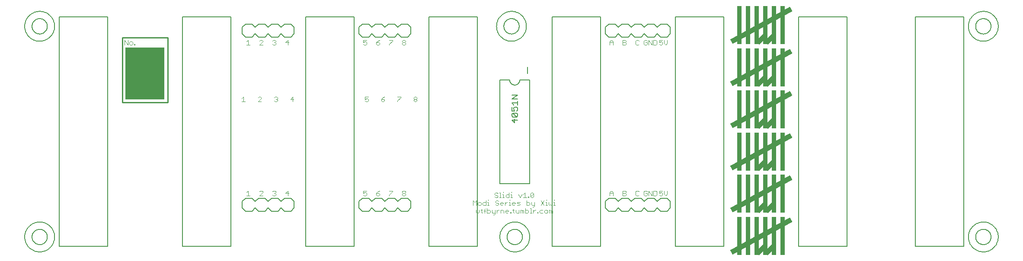
<source format=gto>
G75*
G70*
%OFA0B0*%
%FSLAX24Y24*%
%IPPOS*%
%LPD*%
%AMOC8*
5,1,8,0,0,1.08239X$1,22.5*
%
%ADD10R,0.3000X0.4000*%
%ADD11C,0.0030*%
%ADD12C,0.0100*%
%ADD13C,0.0050*%
%ADD14C,0.0060*%
%ADD15C,0.0080*%
%ADD16R,0.0333X0.2933*%
%ADD17R,0.0333X0.2933*%
%ADD18C,0.0000*%
%ADD19C,0.0001*%
D10*
X010760Y015260D03*
D11*
X018216Y013322D02*
X018339Y013445D01*
X018339Y013075D01*
X018216Y013075D02*
X018463Y013075D01*
X019466Y013075D02*
X019713Y013322D01*
X019713Y013384D01*
X019651Y013445D01*
X019528Y013445D01*
X019466Y013384D01*
X019466Y013075D02*
X019713Y013075D01*
X020716Y013137D02*
X020778Y013075D01*
X020901Y013075D01*
X020963Y013137D01*
X020963Y013198D01*
X020901Y013260D01*
X020839Y013260D01*
X020901Y013260D02*
X020963Y013322D01*
X020963Y013384D01*
X020901Y013445D01*
X020778Y013445D01*
X020716Y013384D01*
X021966Y013260D02*
X022213Y013260D01*
X022151Y013075D02*
X022151Y013445D01*
X021966Y013260D01*
X027716Y013260D02*
X027839Y013322D01*
X027901Y013322D01*
X027963Y013260D01*
X027963Y013137D01*
X027901Y013075D01*
X027778Y013075D01*
X027716Y013137D01*
X027716Y013260D02*
X027716Y013445D01*
X027963Y013445D01*
X028966Y013260D02*
X029151Y013260D01*
X029213Y013198D01*
X029213Y013137D01*
X029151Y013075D01*
X029028Y013075D01*
X028966Y013137D01*
X028966Y013260D01*
X029089Y013384D01*
X029213Y013445D01*
X030216Y013445D02*
X030463Y013445D01*
X030463Y013384D01*
X030216Y013137D01*
X030216Y013075D01*
X031466Y013137D02*
X031528Y013075D01*
X031651Y013075D01*
X031713Y013137D01*
X031713Y013198D01*
X031651Y013260D01*
X031528Y013260D01*
X031466Y013322D01*
X031466Y013384D01*
X031528Y013445D01*
X031651Y013445D01*
X031713Y013384D01*
X031713Y013322D01*
X031651Y013260D01*
X031528Y013260D02*
X031466Y013198D01*
X031466Y013137D01*
X030776Y017450D02*
X030653Y017450D01*
X030591Y017512D01*
X030591Y017573D01*
X030653Y017635D01*
X030776Y017635D01*
X030838Y017573D01*
X030838Y017512D01*
X030776Y017450D01*
X030776Y017635D02*
X030838Y017697D01*
X030838Y017759D01*
X030776Y017820D01*
X030653Y017820D01*
X030591Y017759D01*
X030591Y017697D01*
X030653Y017635D01*
X029838Y017759D02*
X029591Y017512D01*
X029591Y017450D01*
X029591Y017820D02*
X029838Y017820D01*
X029838Y017759D01*
X028838Y017820D02*
X028714Y017759D01*
X028591Y017635D01*
X028776Y017635D01*
X028838Y017573D01*
X028838Y017512D01*
X028776Y017450D01*
X028653Y017450D01*
X028591Y017512D01*
X028591Y017635D01*
X027838Y017635D02*
X027776Y017697D01*
X027714Y017697D01*
X027591Y017635D01*
X027591Y017820D01*
X027838Y017820D01*
X027838Y017635D02*
X027838Y017512D01*
X027776Y017450D01*
X027653Y017450D01*
X027591Y017512D01*
X021838Y017635D02*
X021591Y017635D01*
X021776Y017820D01*
X021776Y017450D01*
X020838Y017512D02*
X020776Y017450D01*
X020653Y017450D01*
X020591Y017512D01*
X020714Y017635D02*
X020776Y017635D01*
X020838Y017573D01*
X020838Y017512D01*
X020776Y017635D02*
X020838Y017697D01*
X020838Y017759D01*
X020776Y017820D01*
X020653Y017820D01*
X020591Y017759D01*
X019838Y017759D02*
X019776Y017820D01*
X019653Y017820D01*
X019591Y017759D01*
X019838Y017759D02*
X019838Y017697D01*
X019591Y017450D01*
X019838Y017450D01*
X018838Y017450D02*
X018591Y017450D01*
X018714Y017450D02*
X018714Y017820D01*
X018591Y017697D01*
X009988Y017512D02*
X009988Y017450D01*
X009926Y017450D01*
X009926Y017512D01*
X009988Y017512D01*
X009805Y017512D02*
X009805Y017635D01*
X009743Y017697D01*
X009620Y017697D01*
X009558Y017635D01*
X009558Y017512D01*
X009620Y017450D01*
X009743Y017450D01*
X009805Y017512D01*
X009436Y017450D02*
X009436Y017820D01*
X009190Y017820D02*
X009190Y017450D01*
X009436Y017450D02*
X009190Y017820D01*
X046591Y017697D02*
X046591Y017450D01*
X046591Y017635D02*
X046838Y017635D01*
X046838Y017697D02*
X046838Y017450D01*
X046838Y017697D02*
X046714Y017820D01*
X046591Y017697D01*
X047591Y017635D02*
X047776Y017635D01*
X047838Y017573D01*
X047838Y017512D01*
X047776Y017450D01*
X047591Y017450D01*
X047591Y017820D01*
X047776Y017820D01*
X047838Y017759D01*
X047838Y017697D01*
X047776Y017635D01*
X048591Y017759D02*
X048591Y017512D01*
X048653Y017450D01*
X048776Y017450D01*
X048838Y017512D01*
X048838Y017759D02*
X048776Y017820D01*
X048653Y017820D01*
X048591Y017759D01*
X049223Y017759D02*
X049223Y017512D01*
X049284Y017450D01*
X049408Y017450D01*
X049469Y017512D01*
X049469Y017635D01*
X049346Y017635D01*
X049469Y017759D02*
X049408Y017820D01*
X049284Y017820D01*
X049223Y017759D01*
X049591Y017820D02*
X049838Y017450D01*
X049838Y017820D01*
X049959Y017820D02*
X049959Y017450D01*
X050144Y017450D01*
X050206Y017512D01*
X050206Y017759D01*
X050144Y017820D01*
X049959Y017820D01*
X049591Y017820D02*
X049591Y017450D01*
X050407Y017512D02*
X050468Y017450D01*
X050592Y017450D01*
X050654Y017512D01*
X050654Y017635D01*
X050592Y017697D01*
X050530Y017697D01*
X050407Y017635D01*
X050407Y017820D01*
X050654Y017820D01*
X050775Y017820D02*
X050775Y017573D01*
X050898Y017450D01*
X051022Y017573D01*
X051022Y017820D01*
X051022Y006195D02*
X051022Y005948D01*
X050898Y005825D01*
X050775Y005948D01*
X050775Y006195D01*
X050654Y006195D02*
X050407Y006195D01*
X050407Y006010D01*
X050530Y006072D01*
X050592Y006072D01*
X050654Y006010D01*
X050654Y005887D01*
X050592Y005825D01*
X050468Y005825D01*
X050407Y005887D01*
X050206Y005887D02*
X050206Y006134D01*
X050144Y006195D01*
X049959Y006195D01*
X049959Y005825D01*
X050144Y005825D01*
X050206Y005887D01*
X049838Y005825D02*
X049838Y006195D01*
X049591Y006195D02*
X049838Y005825D01*
X049591Y005825D02*
X049591Y006195D01*
X049469Y006134D02*
X049408Y006195D01*
X049284Y006195D01*
X049223Y006134D01*
X049223Y005887D01*
X049284Y005825D01*
X049408Y005825D01*
X049469Y005887D01*
X049469Y006010D01*
X049346Y006010D01*
X048838Y005887D02*
X048776Y005825D01*
X048653Y005825D01*
X048591Y005887D01*
X048591Y006134D01*
X048653Y006195D01*
X048776Y006195D01*
X048838Y006134D01*
X047838Y006134D02*
X047838Y006072D01*
X047776Y006010D01*
X047591Y006010D01*
X047591Y005825D02*
X047776Y005825D01*
X047838Y005887D01*
X047838Y005948D01*
X047776Y006010D01*
X047838Y006134D02*
X047776Y006195D01*
X047591Y006195D01*
X047591Y005825D01*
X046838Y005825D02*
X046838Y006072D01*
X046714Y006195D01*
X046591Y006072D01*
X046591Y005825D01*
X046591Y006010D02*
X046838Y006010D01*
X042314Y005507D02*
X042314Y005445D01*
X042314Y005322D02*
X042314Y005075D01*
X042252Y005075D02*
X042376Y005075D01*
X042131Y005137D02*
X042131Y005322D01*
X042252Y005322D02*
X042314Y005322D01*
X042131Y005137D02*
X042069Y005075D01*
X042007Y005137D01*
X041946Y005075D01*
X041884Y005137D01*
X041884Y005322D01*
X041700Y005322D02*
X041700Y005075D01*
X041638Y005075D02*
X041762Y005075D01*
X041517Y005075D02*
X041270Y005445D01*
X041517Y005445D02*
X041270Y005075D01*
X041638Y005322D02*
X041700Y005322D01*
X041700Y005445D02*
X041700Y005507D01*
X040780Y005322D02*
X040780Y005013D01*
X040719Y004952D01*
X040657Y004952D01*
X040595Y005075D02*
X040780Y005075D01*
X040595Y005075D02*
X040533Y005137D01*
X040533Y005322D01*
X040412Y005260D02*
X040350Y005322D01*
X040165Y005322D01*
X040165Y005445D02*
X040165Y005075D01*
X040350Y005075D01*
X040412Y005137D01*
X040412Y005260D01*
X039675Y005322D02*
X039490Y005322D01*
X039428Y005260D01*
X039490Y005198D01*
X039614Y005198D01*
X039675Y005137D01*
X039614Y005075D01*
X039428Y005075D01*
X039307Y005198D02*
X039060Y005198D01*
X039060Y005137D02*
X039060Y005260D01*
X039122Y005322D01*
X039245Y005322D01*
X039307Y005260D01*
X039307Y005198D01*
X039245Y005075D02*
X039122Y005075D01*
X039060Y005137D01*
X038938Y005075D02*
X038815Y005075D01*
X038876Y005075D02*
X038876Y005322D01*
X038815Y005322D01*
X038693Y005322D02*
X038631Y005322D01*
X038508Y005198D01*
X038386Y005198D02*
X038139Y005198D01*
X038139Y005137D02*
X038139Y005260D01*
X038201Y005322D01*
X038325Y005322D01*
X038386Y005260D01*
X038386Y005198D01*
X038325Y005075D02*
X038201Y005075D01*
X038139Y005137D01*
X038018Y005137D02*
X037956Y005075D01*
X037833Y005075D01*
X037771Y005137D01*
X037833Y005260D02*
X037956Y005260D01*
X038018Y005198D01*
X038018Y005137D01*
X037833Y005260D02*
X037771Y005322D01*
X037771Y005384D01*
X037833Y005445D01*
X037956Y005445D01*
X038018Y005384D01*
X038078Y005675D02*
X038201Y005675D01*
X038140Y005675D02*
X038140Y006045D01*
X038078Y006045D01*
X037957Y005984D02*
X037895Y006045D01*
X037771Y006045D01*
X037710Y005984D01*
X037710Y005922D01*
X037771Y005860D01*
X037895Y005860D01*
X037957Y005798D01*
X037957Y005737D01*
X037895Y005675D01*
X037771Y005675D01*
X037710Y005737D01*
X037219Y005507D02*
X037219Y005445D01*
X037219Y005322D02*
X037219Y005075D01*
X037157Y005075D02*
X037281Y005075D01*
X037036Y005075D02*
X036851Y005075D01*
X036789Y005137D01*
X036789Y005260D01*
X036851Y005322D01*
X037036Y005322D01*
X037157Y005322D02*
X037219Y005322D01*
X037036Y005445D02*
X037036Y005075D01*
X037004Y004845D02*
X036943Y004784D01*
X036943Y004475D01*
X037126Y004475D02*
X037312Y004475D01*
X037373Y004537D01*
X037373Y004660D01*
X037312Y004722D01*
X037126Y004722D01*
X037126Y004845D02*
X037126Y004475D01*
X037004Y004660D02*
X036881Y004660D01*
X036759Y004722D02*
X036635Y004722D01*
X036697Y004784D02*
X036697Y004537D01*
X036759Y004475D01*
X036514Y004537D02*
X036514Y004722D01*
X036514Y004537D02*
X036452Y004475D01*
X036391Y004537D01*
X036329Y004475D01*
X036267Y004537D01*
X036267Y004722D01*
X036299Y005075D02*
X036299Y005445D01*
X036176Y005322D01*
X036052Y005445D01*
X036052Y005075D01*
X036421Y005137D02*
X036482Y005075D01*
X036606Y005075D01*
X036667Y005137D01*
X036667Y005260D01*
X036606Y005322D01*
X036482Y005322D01*
X036421Y005260D01*
X036421Y005137D01*
X037495Y004722D02*
X037495Y004537D01*
X037557Y004475D01*
X037742Y004475D01*
X037742Y004413D02*
X037680Y004352D01*
X037618Y004352D01*
X037742Y004413D02*
X037742Y004722D01*
X037863Y004722D02*
X037863Y004475D01*
X037863Y004598D02*
X037987Y004722D01*
X038048Y004722D01*
X038170Y004722D02*
X038355Y004722D01*
X038417Y004660D01*
X038417Y004475D01*
X038538Y004537D02*
X038600Y004475D01*
X038724Y004475D01*
X038785Y004598D02*
X038538Y004598D01*
X038538Y004537D02*
X038538Y004660D01*
X038600Y004722D01*
X038724Y004722D01*
X038785Y004660D01*
X038785Y004598D01*
X038907Y004537D02*
X038968Y004537D01*
X038968Y004475D01*
X038907Y004475D01*
X038907Y004537D01*
X039153Y004537D02*
X039214Y004475D01*
X039153Y004537D02*
X039153Y004784D01*
X039214Y004722D02*
X039091Y004722D01*
X039336Y004722D02*
X039336Y004537D01*
X039398Y004475D01*
X039583Y004475D01*
X039583Y004722D01*
X039705Y004722D02*
X039766Y004722D01*
X039828Y004660D01*
X039890Y004722D01*
X039952Y004660D01*
X039952Y004475D01*
X040073Y004475D02*
X040258Y004475D01*
X040320Y004537D01*
X040320Y004660D01*
X040258Y004722D01*
X040073Y004722D01*
X040073Y004845D02*
X040073Y004475D01*
X039828Y004475D02*
X039828Y004660D01*
X039705Y004722D02*
X039705Y004475D01*
X040441Y004475D02*
X040565Y004475D01*
X040503Y004475D02*
X040503Y004845D01*
X040441Y004845D01*
X040687Y004722D02*
X040687Y004475D01*
X040687Y004598D02*
X040810Y004722D01*
X040872Y004722D01*
X040994Y004537D02*
X041056Y004537D01*
X041056Y004475D01*
X040994Y004475D01*
X040994Y004537D01*
X041178Y004537D02*
X041240Y004475D01*
X041425Y004475D01*
X041546Y004537D02*
X041608Y004475D01*
X041731Y004475D01*
X041793Y004537D01*
X041793Y004660D01*
X041731Y004722D01*
X041608Y004722D01*
X041546Y004660D01*
X041546Y004537D01*
X041425Y004722D02*
X041240Y004722D01*
X041178Y004660D01*
X041178Y004537D01*
X041915Y004475D02*
X041915Y004722D01*
X041976Y004722D01*
X042038Y004660D01*
X042100Y004722D01*
X042161Y004660D01*
X042161Y004475D01*
X042038Y004475D02*
X042038Y004660D01*
X038876Y005445D02*
X038876Y005507D01*
X038816Y005675D02*
X038631Y005675D01*
X038569Y005737D01*
X038569Y005860D01*
X038631Y005922D01*
X038816Y005922D01*
X038937Y005922D02*
X038999Y005922D01*
X038999Y005675D01*
X038937Y005675D02*
X039061Y005675D01*
X038816Y005675D02*
X038816Y006045D01*
X038999Y006045D02*
X038999Y006107D01*
X039551Y005922D02*
X039675Y005675D01*
X039798Y005922D01*
X039920Y005922D02*
X040043Y006045D01*
X040043Y005675D01*
X039920Y005675D02*
X040166Y005675D01*
X040288Y005675D02*
X040350Y005675D01*
X040350Y005737D01*
X040288Y005737D01*
X040288Y005675D01*
X040472Y005737D02*
X040719Y005984D01*
X040719Y005737D01*
X040657Y005675D01*
X040534Y005675D01*
X040472Y005737D01*
X040472Y005984D01*
X040534Y006045D01*
X040657Y006045D01*
X040719Y005984D01*
X038447Y005675D02*
X038324Y005675D01*
X038385Y005675D02*
X038385Y005922D01*
X038324Y005922D01*
X038385Y006045D02*
X038385Y006107D01*
X038508Y005322D02*
X038508Y005075D01*
X038170Y004722D02*
X038170Y004475D01*
X030838Y005887D02*
X030776Y005825D01*
X030653Y005825D01*
X030591Y005887D01*
X030591Y005948D01*
X030653Y006010D01*
X030776Y006010D01*
X030838Y005948D01*
X030838Y005887D01*
X030776Y006010D02*
X030838Y006072D01*
X030838Y006134D01*
X030776Y006195D01*
X030653Y006195D01*
X030591Y006134D01*
X030591Y006072D01*
X030653Y006010D01*
X029838Y006134D02*
X029591Y005887D01*
X029591Y005825D01*
X029591Y006195D02*
X029838Y006195D01*
X029838Y006134D01*
X028838Y006195D02*
X028714Y006134D01*
X028591Y006010D01*
X028776Y006010D01*
X028838Y005948D01*
X028838Y005887D01*
X028776Y005825D01*
X028653Y005825D01*
X028591Y005887D01*
X028591Y006010D01*
X027838Y006010D02*
X027776Y006072D01*
X027714Y006072D01*
X027591Y006010D01*
X027591Y006195D01*
X027838Y006195D01*
X027838Y006010D02*
X027838Y005887D01*
X027776Y005825D01*
X027653Y005825D01*
X027591Y005887D01*
X021838Y006010D02*
X021591Y006010D01*
X021776Y006195D01*
X021776Y005825D01*
X020838Y005887D02*
X020776Y005825D01*
X020653Y005825D01*
X020591Y005887D01*
X020714Y006010D02*
X020776Y006010D01*
X020838Y005948D01*
X020838Y005887D01*
X020776Y006010D02*
X020838Y006072D01*
X020838Y006134D01*
X020776Y006195D01*
X020653Y006195D01*
X020591Y006134D01*
X019838Y006134D02*
X019776Y006195D01*
X019653Y006195D01*
X019591Y006134D01*
X019838Y006134D02*
X019838Y006072D01*
X019591Y005825D01*
X019838Y005825D01*
X018838Y005825D02*
X018591Y005825D01*
X018714Y005825D02*
X018714Y006195D01*
X018591Y006072D01*
D12*
X012510Y013010D02*
X009010Y013010D01*
X009010Y018010D01*
X012510Y018010D01*
X012510Y013010D01*
D13*
X004140Y010760D02*
X004140Y001902D01*
X007880Y001902D01*
X007880Y010760D01*
X007880Y019618D01*
X004140Y019618D01*
X004140Y010760D01*
X013640Y010760D02*
X013640Y019618D01*
X017380Y019618D01*
X017380Y010760D01*
X017380Y001902D01*
X013640Y001902D01*
X013640Y010760D01*
X023140Y010760D02*
X023140Y019618D01*
X026880Y019618D01*
X026880Y010760D01*
X026880Y001902D01*
X023140Y001902D01*
X023140Y010760D01*
X032640Y010760D02*
X032640Y019618D01*
X036380Y019618D01*
X036380Y010760D01*
X036380Y001902D01*
X032640Y001902D01*
X032640Y010760D01*
X039035Y011658D02*
X039260Y011433D01*
X039260Y011733D01*
X039410Y011893D02*
X039110Y012194D01*
X039410Y012194D01*
X039485Y012119D01*
X039485Y011968D01*
X039410Y011893D01*
X039110Y011893D01*
X039035Y011968D01*
X039035Y012119D01*
X039110Y012194D01*
X039035Y012354D02*
X039260Y012354D01*
X039185Y012504D01*
X039185Y012579D01*
X039260Y012654D01*
X039410Y012654D01*
X039485Y012579D01*
X039485Y012429D01*
X039410Y012354D01*
X039035Y012354D02*
X039035Y012654D01*
X039185Y012814D02*
X039035Y012964D01*
X039485Y012964D01*
X039485Y012814D02*
X039485Y013114D01*
X039485Y013275D02*
X039035Y013275D01*
X039485Y013575D01*
X039035Y013575D01*
X039035Y011658D02*
X039485Y011658D01*
X042140Y010760D02*
X042140Y019618D01*
X045880Y019618D01*
X045880Y010760D01*
X045880Y001902D01*
X042140Y001902D01*
X042140Y010760D01*
X051640Y010760D02*
X051640Y019618D01*
X055380Y019618D01*
X055380Y010760D01*
X055380Y001902D01*
X051640Y001902D01*
X051640Y010760D01*
X061140Y010760D02*
X061140Y019618D01*
X064880Y019618D01*
X064880Y010760D01*
X064880Y001902D01*
X061140Y001902D01*
X061140Y010760D01*
X070140Y010760D02*
X070140Y019618D01*
X073880Y019618D01*
X073880Y010760D01*
X073880Y001902D01*
X070140Y001902D01*
X070140Y010760D01*
D14*
X074235Y018885D02*
X074237Y018952D01*
X074243Y019020D01*
X074253Y019087D01*
X074267Y019153D01*
X074284Y019218D01*
X074306Y019282D01*
X074331Y019345D01*
X074360Y019406D01*
X074392Y019465D01*
X074428Y019522D01*
X074467Y019577D01*
X074509Y019630D01*
X074554Y019680D01*
X074602Y019727D01*
X074653Y019772D01*
X074706Y019813D01*
X074762Y019852D01*
X074820Y019887D01*
X074880Y019918D01*
X074941Y019946D01*
X075004Y019970D01*
X075068Y019991D01*
X075134Y020007D01*
X075200Y020020D01*
X075267Y020029D01*
X075334Y020034D01*
X075402Y020035D01*
X075469Y020032D01*
X075536Y020025D01*
X075603Y020014D01*
X075669Y019999D01*
X075734Y019981D01*
X075798Y019958D01*
X075860Y019932D01*
X075921Y019903D01*
X075979Y019869D01*
X076036Y019833D01*
X076091Y019793D01*
X076143Y019750D01*
X076192Y019704D01*
X076239Y019655D01*
X076283Y019604D01*
X076323Y019550D01*
X076361Y019494D01*
X076395Y019435D01*
X076425Y019375D01*
X076452Y019313D01*
X076476Y019250D01*
X076495Y019185D01*
X076511Y019120D01*
X076523Y019053D01*
X076531Y018986D01*
X076535Y018919D01*
X076535Y018851D01*
X076531Y018784D01*
X076523Y018717D01*
X076511Y018650D01*
X076495Y018585D01*
X076476Y018520D01*
X076452Y018457D01*
X076425Y018395D01*
X076395Y018335D01*
X076361Y018276D01*
X076323Y018220D01*
X076283Y018166D01*
X076239Y018115D01*
X076192Y018066D01*
X076143Y018020D01*
X076091Y017977D01*
X076036Y017937D01*
X075979Y017901D01*
X075921Y017867D01*
X075860Y017838D01*
X075798Y017812D01*
X075734Y017789D01*
X075669Y017771D01*
X075603Y017756D01*
X075536Y017745D01*
X075469Y017738D01*
X075402Y017735D01*
X075334Y017736D01*
X075267Y017741D01*
X075200Y017750D01*
X075134Y017763D01*
X075068Y017779D01*
X075004Y017800D01*
X074941Y017824D01*
X074880Y017852D01*
X074820Y017883D01*
X074762Y017918D01*
X074706Y017957D01*
X074653Y017998D01*
X074602Y018043D01*
X074554Y018090D01*
X074509Y018140D01*
X074467Y018193D01*
X074428Y018248D01*
X074392Y018305D01*
X074360Y018364D01*
X074331Y018425D01*
X074306Y018488D01*
X074284Y018552D01*
X074267Y018617D01*
X074253Y018683D01*
X074243Y018750D01*
X074237Y018818D01*
X074235Y018885D01*
X040410Y014760D02*
X039660Y014760D01*
X039658Y014721D01*
X039652Y014682D01*
X039643Y014644D01*
X039630Y014607D01*
X039613Y014571D01*
X039593Y014538D01*
X039569Y014506D01*
X039543Y014477D01*
X039514Y014451D01*
X039482Y014427D01*
X039449Y014407D01*
X039413Y014390D01*
X039376Y014377D01*
X039338Y014368D01*
X039299Y014362D01*
X039260Y014360D01*
X039221Y014362D01*
X039182Y014368D01*
X039144Y014377D01*
X039107Y014390D01*
X039071Y014407D01*
X039038Y014427D01*
X039006Y014451D01*
X038977Y014477D01*
X038951Y014506D01*
X038927Y014538D01*
X038907Y014571D01*
X038890Y014607D01*
X038877Y014644D01*
X038868Y014682D01*
X038862Y014721D01*
X038860Y014760D01*
X038110Y014760D01*
X038110Y006760D01*
X040410Y006760D01*
X040410Y014760D01*
X037860Y018885D02*
X037862Y018952D01*
X037868Y019020D01*
X037878Y019087D01*
X037892Y019153D01*
X037909Y019218D01*
X037931Y019282D01*
X037956Y019345D01*
X037985Y019406D01*
X038017Y019465D01*
X038053Y019522D01*
X038092Y019577D01*
X038134Y019630D01*
X038179Y019680D01*
X038227Y019727D01*
X038278Y019772D01*
X038331Y019813D01*
X038387Y019852D01*
X038445Y019887D01*
X038505Y019918D01*
X038566Y019946D01*
X038629Y019970D01*
X038693Y019991D01*
X038759Y020007D01*
X038825Y020020D01*
X038892Y020029D01*
X038959Y020034D01*
X039027Y020035D01*
X039094Y020032D01*
X039161Y020025D01*
X039228Y020014D01*
X039294Y019999D01*
X039359Y019981D01*
X039423Y019958D01*
X039485Y019932D01*
X039546Y019903D01*
X039604Y019869D01*
X039661Y019833D01*
X039716Y019793D01*
X039768Y019750D01*
X039817Y019704D01*
X039864Y019655D01*
X039908Y019604D01*
X039948Y019550D01*
X039986Y019494D01*
X040020Y019435D01*
X040050Y019375D01*
X040077Y019313D01*
X040101Y019250D01*
X040120Y019185D01*
X040136Y019120D01*
X040148Y019053D01*
X040156Y018986D01*
X040160Y018919D01*
X040160Y018851D01*
X040156Y018784D01*
X040148Y018717D01*
X040136Y018650D01*
X040120Y018585D01*
X040101Y018520D01*
X040077Y018457D01*
X040050Y018395D01*
X040020Y018335D01*
X039986Y018276D01*
X039948Y018220D01*
X039908Y018166D01*
X039864Y018115D01*
X039817Y018066D01*
X039768Y018020D01*
X039716Y017977D01*
X039661Y017937D01*
X039604Y017901D01*
X039546Y017867D01*
X039485Y017838D01*
X039423Y017812D01*
X039359Y017789D01*
X039294Y017771D01*
X039228Y017756D01*
X039161Y017745D01*
X039094Y017738D01*
X039027Y017735D01*
X038959Y017736D01*
X038892Y017741D01*
X038825Y017750D01*
X038759Y017763D01*
X038693Y017779D01*
X038629Y017800D01*
X038566Y017824D01*
X038505Y017852D01*
X038445Y017883D01*
X038387Y017918D01*
X038331Y017957D01*
X038278Y017998D01*
X038227Y018043D01*
X038179Y018090D01*
X038134Y018140D01*
X038092Y018193D01*
X038053Y018248D01*
X038017Y018305D01*
X037985Y018364D01*
X037956Y018425D01*
X037931Y018488D01*
X037909Y018552D01*
X037892Y018617D01*
X037878Y018683D01*
X037868Y018750D01*
X037862Y018818D01*
X037860Y018885D01*
X001485Y018885D02*
X001487Y018952D01*
X001493Y019020D01*
X001503Y019087D01*
X001517Y019153D01*
X001534Y019218D01*
X001556Y019282D01*
X001581Y019345D01*
X001610Y019406D01*
X001642Y019465D01*
X001678Y019522D01*
X001717Y019577D01*
X001759Y019630D01*
X001804Y019680D01*
X001852Y019727D01*
X001903Y019772D01*
X001956Y019813D01*
X002012Y019852D01*
X002070Y019887D01*
X002130Y019918D01*
X002191Y019946D01*
X002254Y019970D01*
X002318Y019991D01*
X002384Y020007D01*
X002450Y020020D01*
X002517Y020029D01*
X002584Y020034D01*
X002652Y020035D01*
X002719Y020032D01*
X002786Y020025D01*
X002853Y020014D01*
X002919Y019999D01*
X002984Y019981D01*
X003048Y019958D01*
X003110Y019932D01*
X003171Y019903D01*
X003229Y019869D01*
X003286Y019833D01*
X003341Y019793D01*
X003393Y019750D01*
X003442Y019704D01*
X003489Y019655D01*
X003533Y019604D01*
X003573Y019550D01*
X003611Y019494D01*
X003645Y019435D01*
X003675Y019375D01*
X003702Y019313D01*
X003726Y019250D01*
X003745Y019185D01*
X003761Y019120D01*
X003773Y019053D01*
X003781Y018986D01*
X003785Y018919D01*
X003785Y018851D01*
X003781Y018784D01*
X003773Y018717D01*
X003761Y018650D01*
X003745Y018585D01*
X003726Y018520D01*
X003702Y018457D01*
X003675Y018395D01*
X003645Y018335D01*
X003611Y018276D01*
X003573Y018220D01*
X003533Y018166D01*
X003489Y018115D01*
X003442Y018066D01*
X003393Y018020D01*
X003341Y017977D01*
X003286Y017937D01*
X003229Y017901D01*
X003171Y017867D01*
X003110Y017838D01*
X003048Y017812D01*
X002984Y017789D01*
X002919Y017771D01*
X002853Y017756D01*
X002786Y017745D01*
X002719Y017738D01*
X002652Y017735D01*
X002584Y017736D01*
X002517Y017741D01*
X002450Y017750D01*
X002384Y017763D01*
X002318Y017779D01*
X002254Y017800D01*
X002191Y017824D01*
X002130Y017852D01*
X002070Y017883D01*
X002012Y017918D01*
X001956Y017957D01*
X001903Y017998D01*
X001852Y018043D01*
X001804Y018090D01*
X001759Y018140D01*
X001717Y018193D01*
X001678Y018248D01*
X001642Y018305D01*
X001610Y018364D01*
X001581Y018425D01*
X001556Y018488D01*
X001534Y018552D01*
X001517Y018617D01*
X001503Y018683D01*
X001493Y018750D01*
X001487Y018818D01*
X001485Y018885D01*
X001485Y002635D02*
X001487Y002702D01*
X001493Y002770D01*
X001503Y002837D01*
X001517Y002903D01*
X001534Y002968D01*
X001556Y003032D01*
X001581Y003095D01*
X001610Y003156D01*
X001642Y003215D01*
X001678Y003272D01*
X001717Y003327D01*
X001759Y003380D01*
X001804Y003430D01*
X001852Y003477D01*
X001903Y003522D01*
X001956Y003563D01*
X002012Y003602D01*
X002070Y003637D01*
X002130Y003668D01*
X002191Y003696D01*
X002254Y003720D01*
X002318Y003741D01*
X002384Y003757D01*
X002450Y003770D01*
X002517Y003779D01*
X002584Y003784D01*
X002652Y003785D01*
X002719Y003782D01*
X002786Y003775D01*
X002853Y003764D01*
X002919Y003749D01*
X002984Y003731D01*
X003048Y003708D01*
X003110Y003682D01*
X003171Y003653D01*
X003229Y003619D01*
X003286Y003583D01*
X003341Y003543D01*
X003393Y003500D01*
X003442Y003454D01*
X003489Y003405D01*
X003533Y003354D01*
X003573Y003300D01*
X003611Y003244D01*
X003645Y003185D01*
X003675Y003125D01*
X003702Y003063D01*
X003726Y003000D01*
X003745Y002935D01*
X003761Y002870D01*
X003773Y002803D01*
X003781Y002736D01*
X003785Y002669D01*
X003785Y002601D01*
X003781Y002534D01*
X003773Y002467D01*
X003761Y002400D01*
X003745Y002335D01*
X003726Y002270D01*
X003702Y002207D01*
X003675Y002145D01*
X003645Y002085D01*
X003611Y002026D01*
X003573Y001970D01*
X003533Y001916D01*
X003489Y001865D01*
X003442Y001816D01*
X003393Y001770D01*
X003341Y001727D01*
X003286Y001687D01*
X003229Y001651D01*
X003171Y001617D01*
X003110Y001588D01*
X003048Y001562D01*
X002984Y001539D01*
X002919Y001521D01*
X002853Y001506D01*
X002786Y001495D01*
X002719Y001488D01*
X002652Y001485D01*
X002584Y001486D01*
X002517Y001491D01*
X002450Y001500D01*
X002384Y001513D01*
X002318Y001529D01*
X002254Y001550D01*
X002191Y001574D01*
X002130Y001602D01*
X002070Y001633D01*
X002012Y001668D01*
X001956Y001707D01*
X001903Y001748D01*
X001852Y001793D01*
X001804Y001840D01*
X001759Y001890D01*
X001717Y001943D01*
X001678Y001998D01*
X001642Y002055D01*
X001610Y002114D01*
X001581Y002175D01*
X001556Y002238D01*
X001534Y002302D01*
X001517Y002367D01*
X001503Y002433D01*
X001493Y002500D01*
X001487Y002568D01*
X001485Y002635D01*
X038110Y002635D02*
X038112Y002702D01*
X038118Y002770D01*
X038128Y002837D01*
X038142Y002903D01*
X038159Y002968D01*
X038181Y003032D01*
X038206Y003095D01*
X038235Y003156D01*
X038267Y003215D01*
X038303Y003272D01*
X038342Y003327D01*
X038384Y003380D01*
X038429Y003430D01*
X038477Y003477D01*
X038528Y003522D01*
X038581Y003563D01*
X038637Y003602D01*
X038695Y003637D01*
X038755Y003668D01*
X038816Y003696D01*
X038879Y003720D01*
X038943Y003741D01*
X039009Y003757D01*
X039075Y003770D01*
X039142Y003779D01*
X039209Y003784D01*
X039277Y003785D01*
X039344Y003782D01*
X039411Y003775D01*
X039478Y003764D01*
X039544Y003749D01*
X039609Y003731D01*
X039673Y003708D01*
X039735Y003682D01*
X039796Y003653D01*
X039854Y003619D01*
X039911Y003583D01*
X039966Y003543D01*
X040018Y003500D01*
X040067Y003454D01*
X040114Y003405D01*
X040158Y003354D01*
X040198Y003300D01*
X040236Y003244D01*
X040270Y003185D01*
X040300Y003125D01*
X040327Y003063D01*
X040351Y003000D01*
X040370Y002935D01*
X040386Y002870D01*
X040398Y002803D01*
X040406Y002736D01*
X040410Y002669D01*
X040410Y002601D01*
X040406Y002534D01*
X040398Y002467D01*
X040386Y002400D01*
X040370Y002335D01*
X040351Y002270D01*
X040327Y002207D01*
X040300Y002145D01*
X040270Y002085D01*
X040236Y002026D01*
X040198Y001970D01*
X040158Y001916D01*
X040114Y001865D01*
X040067Y001816D01*
X040018Y001770D01*
X039966Y001727D01*
X039911Y001687D01*
X039854Y001651D01*
X039796Y001617D01*
X039735Y001588D01*
X039673Y001562D01*
X039609Y001539D01*
X039544Y001521D01*
X039478Y001506D01*
X039411Y001495D01*
X039344Y001488D01*
X039277Y001485D01*
X039209Y001486D01*
X039142Y001491D01*
X039075Y001500D01*
X039009Y001513D01*
X038943Y001529D01*
X038879Y001550D01*
X038816Y001574D01*
X038755Y001602D01*
X038695Y001633D01*
X038637Y001668D01*
X038581Y001707D01*
X038528Y001748D01*
X038477Y001793D01*
X038429Y001840D01*
X038384Y001890D01*
X038342Y001943D01*
X038303Y001998D01*
X038267Y002055D01*
X038235Y002114D01*
X038206Y002175D01*
X038181Y002238D01*
X038159Y002302D01*
X038142Y002367D01*
X038128Y002433D01*
X038118Y002500D01*
X038112Y002568D01*
X038110Y002635D01*
X074235Y002635D02*
X074237Y002702D01*
X074243Y002770D01*
X074253Y002837D01*
X074267Y002903D01*
X074284Y002968D01*
X074306Y003032D01*
X074331Y003095D01*
X074360Y003156D01*
X074392Y003215D01*
X074428Y003272D01*
X074467Y003327D01*
X074509Y003380D01*
X074554Y003430D01*
X074602Y003477D01*
X074653Y003522D01*
X074706Y003563D01*
X074762Y003602D01*
X074820Y003637D01*
X074880Y003668D01*
X074941Y003696D01*
X075004Y003720D01*
X075068Y003741D01*
X075134Y003757D01*
X075200Y003770D01*
X075267Y003779D01*
X075334Y003784D01*
X075402Y003785D01*
X075469Y003782D01*
X075536Y003775D01*
X075603Y003764D01*
X075669Y003749D01*
X075734Y003731D01*
X075798Y003708D01*
X075860Y003682D01*
X075921Y003653D01*
X075979Y003619D01*
X076036Y003583D01*
X076091Y003543D01*
X076143Y003500D01*
X076192Y003454D01*
X076239Y003405D01*
X076283Y003354D01*
X076323Y003300D01*
X076361Y003244D01*
X076395Y003185D01*
X076425Y003125D01*
X076452Y003063D01*
X076476Y003000D01*
X076495Y002935D01*
X076511Y002870D01*
X076523Y002803D01*
X076531Y002736D01*
X076535Y002669D01*
X076535Y002601D01*
X076531Y002534D01*
X076523Y002467D01*
X076511Y002400D01*
X076495Y002335D01*
X076476Y002270D01*
X076452Y002207D01*
X076425Y002145D01*
X076395Y002085D01*
X076361Y002026D01*
X076323Y001970D01*
X076283Y001916D01*
X076239Y001865D01*
X076192Y001816D01*
X076143Y001770D01*
X076091Y001727D01*
X076036Y001687D01*
X075979Y001651D01*
X075921Y001617D01*
X075860Y001588D01*
X075798Y001562D01*
X075734Y001539D01*
X075669Y001521D01*
X075603Y001506D01*
X075536Y001495D01*
X075469Y001488D01*
X075402Y001485D01*
X075334Y001486D01*
X075267Y001491D01*
X075200Y001500D01*
X075134Y001513D01*
X075068Y001529D01*
X075004Y001550D01*
X074941Y001574D01*
X074880Y001602D01*
X074820Y001633D01*
X074762Y001668D01*
X074706Y001707D01*
X074653Y001748D01*
X074602Y001793D01*
X074554Y001840D01*
X074509Y001890D01*
X074467Y001943D01*
X074428Y001998D01*
X074392Y002055D01*
X074360Y002114D01*
X074331Y002175D01*
X074306Y002238D01*
X074284Y002302D01*
X074267Y002367D01*
X074253Y002433D01*
X074243Y002500D01*
X074237Y002568D01*
X074235Y002635D01*
D15*
X074794Y002635D02*
X074796Y002683D01*
X074802Y002731D01*
X074812Y002778D01*
X074825Y002824D01*
X074843Y002869D01*
X074863Y002913D01*
X074888Y002955D01*
X074916Y002994D01*
X074946Y003031D01*
X074980Y003065D01*
X075017Y003097D01*
X075055Y003126D01*
X075096Y003151D01*
X075139Y003173D01*
X075184Y003191D01*
X075230Y003205D01*
X075277Y003216D01*
X075325Y003223D01*
X075373Y003226D01*
X075421Y003225D01*
X075469Y003220D01*
X075517Y003211D01*
X075563Y003199D01*
X075608Y003182D01*
X075652Y003162D01*
X075694Y003139D01*
X075734Y003112D01*
X075772Y003082D01*
X075807Y003049D01*
X075839Y003013D01*
X075869Y002975D01*
X075895Y002934D01*
X075917Y002891D01*
X075937Y002847D01*
X075952Y002802D01*
X075964Y002755D01*
X075972Y002707D01*
X075976Y002659D01*
X075976Y002611D01*
X075972Y002563D01*
X075964Y002515D01*
X075952Y002468D01*
X075937Y002423D01*
X075917Y002379D01*
X075895Y002336D01*
X075869Y002295D01*
X075839Y002257D01*
X075807Y002221D01*
X075772Y002188D01*
X075734Y002158D01*
X075694Y002131D01*
X075652Y002108D01*
X075608Y002088D01*
X075563Y002071D01*
X075517Y002059D01*
X075469Y002050D01*
X075421Y002045D01*
X075373Y002044D01*
X075325Y002047D01*
X075277Y002054D01*
X075230Y002065D01*
X075184Y002079D01*
X075139Y002097D01*
X075096Y002119D01*
X075055Y002144D01*
X075017Y002173D01*
X074980Y002205D01*
X074946Y002239D01*
X074916Y002276D01*
X074888Y002315D01*
X074863Y002357D01*
X074843Y002401D01*
X074825Y002446D01*
X074812Y002492D01*
X074802Y002539D01*
X074796Y002587D01*
X074794Y002635D01*
X051260Y004868D02*
X051010Y004618D01*
X050510Y004618D01*
X050260Y004868D01*
X050010Y004618D01*
X049510Y004618D01*
X049260Y004868D01*
X049010Y004618D01*
X048510Y004618D01*
X048260Y004868D01*
X048010Y004618D01*
X047510Y004618D01*
X047260Y004868D01*
X047010Y004618D01*
X046510Y004618D01*
X046260Y004868D01*
X046260Y005368D01*
X046510Y005618D01*
X047010Y005618D01*
X047260Y005368D01*
X047510Y005618D01*
X048010Y005618D01*
X048260Y005368D01*
X048510Y005618D01*
X049010Y005618D01*
X049260Y005368D01*
X049510Y005618D01*
X050010Y005618D01*
X050260Y005368D01*
X050510Y005618D01*
X051010Y005618D01*
X051260Y005368D01*
X051260Y004868D01*
X038669Y002635D02*
X038671Y002683D01*
X038677Y002731D01*
X038687Y002778D01*
X038700Y002824D01*
X038718Y002869D01*
X038738Y002913D01*
X038763Y002955D01*
X038791Y002994D01*
X038821Y003031D01*
X038855Y003065D01*
X038892Y003097D01*
X038930Y003126D01*
X038971Y003151D01*
X039014Y003173D01*
X039059Y003191D01*
X039105Y003205D01*
X039152Y003216D01*
X039200Y003223D01*
X039248Y003226D01*
X039296Y003225D01*
X039344Y003220D01*
X039392Y003211D01*
X039438Y003199D01*
X039483Y003182D01*
X039527Y003162D01*
X039569Y003139D01*
X039609Y003112D01*
X039647Y003082D01*
X039682Y003049D01*
X039714Y003013D01*
X039744Y002975D01*
X039770Y002934D01*
X039792Y002891D01*
X039812Y002847D01*
X039827Y002802D01*
X039839Y002755D01*
X039847Y002707D01*
X039851Y002659D01*
X039851Y002611D01*
X039847Y002563D01*
X039839Y002515D01*
X039827Y002468D01*
X039812Y002423D01*
X039792Y002379D01*
X039770Y002336D01*
X039744Y002295D01*
X039714Y002257D01*
X039682Y002221D01*
X039647Y002188D01*
X039609Y002158D01*
X039569Y002131D01*
X039527Y002108D01*
X039483Y002088D01*
X039438Y002071D01*
X039392Y002059D01*
X039344Y002050D01*
X039296Y002045D01*
X039248Y002044D01*
X039200Y002047D01*
X039152Y002054D01*
X039105Y002065D01*
X039059Y002079D01*
X039014Y002097D01*
X038971Y002119D01*
X038930Y002144D01*
X038892Y002173D01*
X038855Y002205D01*
X038821Y002239D01*
X038791Y002276D01*
X038763Y002315D01*
X038738Y002357D01*
X038718Y002401D01*
X038700Y002446D01*
X038687Y002492D01*
X038677Y002539D01*
X038671Y002587D01*
X038669Y002635D01*
X031260Y004868D02*
X031260Y005368D01*
X031010Y005618D01*
X030510Y005618D01*
X030260Y005368D01*
X030010Y005618D01*
X029510Y005618D01*
X029260Y005368D01*
X029010Y005618D01*
X028510Y005618D01*
X028260Y005368D01*
X028010Y005618D01*
X027510Y005618D01*
X027260Y005368D01*
X027260Y004868D01*
X027510Y004618D01*
X028010Y004618D01*
X028260Y004868D01*
X028510Y004618D01*
X029010Y004618D01*
X029260Y004868D01*
X029510Y004618D01*
X030010Y004618D01*
X030260Y004868D01*
X030510Y004618D01*
X031010Y004618D01*
X031260Y004868D01*
X022260Y004868D02*
X022010Y004618D01*
X021510Y004618D01*
X021260Y004868D01*
X021010Y004618D01*
X020510Y004618D01*
X020260Y004868D01*
X020010Y004618D01*
X019510Y004618D01*
X019260Y004868D01*
X019010Y004618D01*
X018510Y004618D01*
X018260Y004868D01*
X018260Y005368D01*
X018510Y005618D01*
X019010Y005618D01*
X019260Y005368D01*
X019510Y005618D01*
X020010Y005618D01*
X020260Y005368D01*
X020510Y005618D01*
X021010Y005618D01*
X021260Y005368D01*
X021510Y005618D01*
X022010Y005618D01*
X022260Y005368D01*
X022260Y004868D01*
X002044Y002635D02*
X002046Y002683D01*
X002052Y002731D01*
X002062Y002778D01*
X002075Y002824D01*
X002093Y002869D01*
X002113Y002913D01*
X002138Y002955D01*
X002166Y002994D01*
X002196Y003031D01*
X002230Y003065D01*
X002267Y003097D01*
X002305Y003126D01*
X002346Y003151D01*
X002389Y003173D01*
X002434Y003191D01*
X002480Y003205D01*
X002527Y003216D01*
X002575Y003223D01*
X002623Y003226D01*
X002671Y003225D01*
X002719Y003220D01*
X002767Y003211D01*
X002813Y003199D01*
X002858Y003182D01*
X002902Y003162D01*
X002944Y003139D01*
X002984Y003112D01*
X003022Y003082D01*
X003057Y003049D01*
X003089Y003013D01*
X003119Y002975D01*
X003145Y002934D01*
X003167Y002891D01*
X003187Y002847D01*
X003202Y002802D01*
X003214Y002755D01*
X003222Y002707D01*
X003226Y002659D01*
X003226Y002611D01*
X003222Y002563D01*
X003214Y002515D01*
X003202Y002468D01*
X003187Y002423D01*
X003167Y002379D01*
X003145Y002336D01*
X003119Y002295D01*
X003089Y002257D01*
X003057Y002221D01*
X003022Y002188D01*
X002984Y002158D01*
X002944Y002131D01*
X002902Y002108D01*
X002858Y002088D01*
X002813Y002071D01*
X002767Y002059D01*
X002719Y002050D01*
X002671Y002045D01*
X002623Y002044D01*
X002575Y002047D01*
X002527Y002054D01*
X002480Y002065D01*
X002434Y002079D01*
X002389Y002097D01*
X002346Y002119D01*
X002305Y002144D01*
X002267Y002173D01*
X002230Y002205D01*
X002196Y002239D01*
X002166Y002276D01*
X002138Y002315D01*
X002113Y002357D01*
X002093Y002401D01*
X002075Y002446D01*
X002062Y002492D01*
X002052Y002539D01*
X002046Y002587D01*
X002044Y002635D01*
X040260Y015260D02*
X040260Y015760D01*
X046260Y018306D02*
X046510Y018056D01*
X047010Y018056D01*
X047260Y018306D01*
X047510Y018056D01*
X048010Y018056D01*
X048260Y018306D01*
X048510Y018056D01*
X049010Y018056D01*
X049260Y018306D01*
X049510Y018056D01*
X050010Y018056D01*
X050260Y018306D01*
X050510Y018056D01*
X051010Y018056D01*
X051260Y018306D01*
X051260Y018806D01*
X051010Y019056D01*
X050510Y019056D01*
X050260Y018806D01*
X050010Y019056D01*
X049510Y019056D01*
X049260Y018806D01*
X049010Y019056D01*
X048510Y019056D01*
X048260Y018806D01*
X048010Y019056D01*
X047510Y019056D01*
X047260Y018806D01*
X047010Y019056D01*
X046510Y019056D01*
X046260Y018806D01*
X046260Y018306D01*
X038419Y018885D02*
X038421Y018933D01*
X038427Y018981D01*
X038437Y019028D01*
X038450Y019074D01*
X038468Y019119D01*
X038488Y019163D01*
X038513Y019205D01*
X038541Y019244D01*
X038571Y019281D01*
X038605Y019315D01*
X038642Y019347D01*
X038680Y019376D01*
X038721Y019401D01*
X038764Y019423D01*
X038809Y019441D01*
X038855Y019455D01*
X038902Y019466D01*
X038950Y019473D01*
X038998Y019476D01*
X039046Y019475D01*
X039094Y019470D01*
X039142Y019461D01*
X039188Y019449D01*
X039233Y019432D01*
X039277Y019412D01*
X039319Y019389D01*
X039359Y019362D01*
X039397Y019332D01*
X039432Y019299D01*
X039464Y019263D01*
X039494Y019225D01*
X039520Y019184D01*
X039542Y019141D01*
X039562Y019097D01*
X039577Y019052D01*
X039589Y019005D01*
X039597Y018957D01*
X039601Y018909D01*
X039601Y018861D01*
X039597Y018813D01*
X039589Y018765D01*
X039577Y018718D01*
X039562Y018673D01*
X039542Y018629D01*
X039520Y018586D01*
X039494Y018545D01*
X039464Y018507D01*
X039432Y018471D01*
X039397Y018438D01*
X039359Y018408D01*
X039319Y018381D01*
X039277Y018358D01*
X039233Y018338D01*
X039188Y018321D01*
X039142Y018309D01*
X039094Y018300D01*
X039046Y018295D01*
X038998Y018294D01*
X038950Y018297D01*
X038902Y018304D01*
X038855Y018315D01*
X038809Y018329D01*
X038764Y018347D01*
X038721Y018369D01*
X038680Y018394D01*
X038642Y018423D01*
X038605Y018455D01*
X038571Y018489D01*
X038541Y018526D01*
X038513Y018565D01*
X038488Y018607D01*
X038468Y018651D01*
X038450Y018696D01*
X038437Y018742D01*
X038427Y018789D01*
X038421Y018837D01*
X038419Y018885D01*
X031260Y018806D02*
X031260Y018306D01*
X031010Y018056D01*
X030510Y018056D01*
X030260Y018306D01*
X030010Y018056D01*
X029510Y018056D01*
X029260Y018306D01*
X029010Y018056D01*
X028510Y018056D01*
X028260Y018306D01*
X028010Y018056D01*
X027510Y018056D01*
X027260Y018306D01*
X027260Y018806D01*
X027510Y019056D01*
X028010Y019056D01*
X028260Y018806D01*
X028510Y019056D01*
X029010Y019056D01*
X029260Y018806D01*
X029510Y019056D01*
X030010Y019056D01*
X030260Y018806D01*
X030510Y019056D01*
X031010Y019056D01*
X031260Y018806D01*
X022260Y018806D02*
X022260Y018306D01*
X022010Y018056D01*
X021510Y018056D01*
X021260Y018306D01*
X021010Y018056D01*
X020510Y018056D01*
X020260Y018306D01*
X020010Y018056D01*
X019510Y018056D01*
X019260Y018306D01*
X019010Y018056D01*
X018510Y018056D01*
X018260Y018306D01*
X018260Y018806D01*
X018510Y019056D01*
X019010Y019056D01*
X019260Y018806D01*
X019510Y019056D01*
X020010Y019056D01*
X020260Y018806D01*
X020510Y019056D01*
X021010Y019056D01*
X021260Y018806D01*
X021510Y019056D01*
X022010Y019056D01*
X022260Y018806D01*
X002044Y018885D02*
X002046Y018933D01*
X002052Y018981D01*
X002062Y019028D01*
X002075Y019074D01*
X002093Y019119D01*
X002113Y019163D01*
X002138Y019205D01*
X002166Y019244D01*
X002196Y019281D01*
X002230Y019315D01*
X002267Y019347D01*
X002305Y019376D01*
X002346Y019401D01*
X002389Y019423D01*
X002434Y019441D01*
X002480Y019455D01*
X002527Y019466D01*
X002575Y019473D01*
X002623Y019476D01*
X002671Y019475D01*
X002719Y019470D01*
X002767Y019461D01*
X002813Y019449D01*
X002858Y019432D01*
X002902Y019412D01*
X002944Y019389D01*
X002984Y019362D01*
X003022Y019332D01*
X003057Y019299D01*
X003089Y019263D01*
X003119Y019225D01*
X003145Y019184D01*
X003167Y019141D01*
X003187Y019097D01*
X003202Y019052D01*
X003214Y019005D01*
X003222Y018957D01*
X003226Y018909D01*
X003226Y018861D01*
X003222Y018813D01*
X003214Y018765D01*
X003202Y018718D01*
X003187Y018673D01*
X003167Y018629D01*
X003145Y018586D01*
X003119Y018545D01*
X003089Y018507D01*
X003057Y018471D01*
X003022Y018438D01*
X002984Y018408D01*
X002944Y018381D01*
X002902Y018358D01*
X002858Y018338D01*
X002813Y018321D01*
X002767Y018309D01*
X002719Y018300D01*
X002671Y018295D01*
X002623Y018294D01*
X002575Y018297D01*
X002527Y018304D01*
X002480Y018315D01*
X002434Y018329D01*
X002389Y018347D01*
X002346Y018369D01*
X002305Y018394D01*
X002267Y018423D01*
X002230Y018455D01*
X002196Y018489D01*
X002166Y018526D01*
X002138Y018565D01*
X002113Y018607D01*
X002093Y018651D01*
X002075Y018696D01*
X002062Y018742D01*
X002052Y018789D01*
X002046Y018837D01*
X002044Y018885D01*
X074794Y018885D02*
X074796Y018933D01*
X074802Y018981D01*
X074812Y019028D01*
X074825Y019074D01*
X074843Y019119D01*
X074863Y019163D01*
X074888Y019205D01*
X074916Y019244D01*
X074946Y019281D01*
X074980Y019315D01*
X075017Y019347D01*
X075055Y019376D01*
X075096Y019401D01*
X075139Y019423D01*
X075184Y019441D01*
X075230Y019455D01*
X075277Y019466D01*
X075325Y019473D01*
X075373Y019476D01*
X075421Y019475D01*
X075469Y019470D01*
X075517Y019461D01*
X075563Y019449D01*
X075608Y019432D01*
X075652Y019412D01*
X075694Y019389D01*
X075734Y019362D01*
X075772Y019332D01*
X075807Y019299D01*
X075839Y019263D01*
X075869Y019225D01*
X075895Y019184D01*
X075917Y019141D01*
X075937Y019097D01*
X075952Y019052D01*
X075964Y019005D01*
X075972Y018957D01*
X075976Y018909D01*
X075976Y018861D01*
X075972Y018813D01*
X075964Y018765D01*
X075952Y018718D01*
X075937Y018673D01*
X075917Y018629D01*
X075895Y018586D01*
X075869Y018545D01*
X075839Y018507D01*
X075807Y018471D01*
X075772Y018438D01*
X075734Y018408D01*
X075694Y018381D01*
X075652Y018358D01*
X075608Y018338D01*
X075563Y018321D01*
X075517Y018309D01*
X075469Y018300D01*
X075421Y018295D01*
X075373Y018294D01*
X075325Y018297D01*
X075277Y018304D01*
X075230Y018315D01*
X075184Y018329D01*
X075139Y018347D01*
X075096Y018369D01*
X075055Y018394D01*
X075017Y018423D01*
X074980Y018455D01*
X074946Y018489D01*
X074916Y018526D01*
X074888Y018565D01*
X074863Y018607D01*
X074843Y018651D01*
X074825Y018696D01*
X074812Y018742D01*
X074802Y018789D01*
X074796Y018837D01*
X074794Y018885D01*
D16*
X056585Y018977D03*
X056585Y015727D03*
X056585Y012477D03*
X056585Y009227D03*
X056585Y005977D03*
X056585Y002727D03*
D17*
X057252Y002727D03*
X057918Y002727D03*
X058585Y002727D03*
X059251Y002727D03*
X059918Y002727D03*
X059918Y005977D03*
X059251Y005977D03*
X058585Y005977D03*
X057918Y005977D03*
X057252Y005977D03*
X057252Y009227D03*
X057918Y009227D03*
X058585Y009227D03*
X059251Y009227D03*
X059918Y009227D03*
X059918Y012477D03*
X059251Y012477D03*
X058585Y012477D03*
X057918Y012477D03*
X057252Y012477D03*
X057252Y015727D03*
X057918Y015727D03*
X058585Y015727D03*
X059251Y015727D03*
X059918Y015727D03*
X059918Y018977D03*
X059251Y018977D03*
X058585Y018977D03*
X057918Y018977D03*
X057252Y018977D03*
D18*
X058085Y017977D02*
X058418Y018310D01*
X058418Y017843D01*
X058085Y017510D01*
X058085Y017977D01*
X058418Y018310D01*
X058751Y017977D02*
X059085Y018310D01*
X059085Y017843D01*
X058751Y017510D01*
X059085Y017843D01*
X058751Y017977D02*
X058751Y017510D01*
X058418Y017843D02*
X058085Y017510D01*
X058751Y017977D02*
X059085Y018310D01*
X060618Y020076D02*
X056052Y017577D01*
X055885Y017877D01*
X060451Y020376D01*
X060618Y020076D01*
X060451Y020376D01*
X060618Y020076D02*
X056052Y017577D01*
X055885Y017877D01*
X055885Y014627D02*
X060451Y017126D01*
X060618Y016826D01*
X056052Y014327D01*
X055885Y014627D01*
X056052Y014327D01*
X060618Y016826D01*
X060451Y017126D01*
X059085Y015060D02*
X059085Y014593D01*
X058751Y014260D01*
X059085Y014593D01*
X058751Y014727D02*
X058751Y014260D01*
X058418Y014593D02*
X058085Y014260D01*
X058085Y014727D01*
X058418Y015060D01*
X058418Y014593D01*
X058085Y014260D01*
X058085Y014727D02*
X058418Y015060D01*
X058751Y014727D02*
X059085Y015060D01*
X058751Y014727D01*
X060451Y013876D02*
X055885Y011377D01*
X056052Y011077D01*
X060618Y013576D01*
X060451Y013876D01*
X060618Y013576D01*
X056052Y011077D01*
X055885Y011377D01*
X058085Y011477D02*
X058085Y011010D01*
X058418Y011343D01*
X058418Y011810D01*
X058085Y011477D01*
X058418Y011810D01*
X058751Y011477D02*
X059085Y011810D01*
X059085Y011343D01*
X058751Y011010D01*
X059085Y011343D01*
X058751Y011477D02*
X058751Y011010D01*
X058418Y011343D02*
X058085Y011010D01*
X058751Y011477D02*
X059085Y011810D01*
X060451Y010626D02*
X055885Y008127D01*
X056052Y007827D01*
X060618Y010326D01*
X060451Y010626D01*
X060618Y010326D01*
X056052Y007827D01*
X055885Y008127D01*
X058085Y008227D02*
X058085Y007760D01*
X058418Y008093D01*
X058418Y008560D01*
X058085Y008227D01*
X058418Y008560D01*
X058751Y008227D02*
X059085Y008560D01*
X059085Y008093D01*
X058751Y007760D01*
X059085Y008093D01*
X058751Y008227D02*
X058751Y007760D01*
X058418Y008093D02*
X058085Y007760D01*
X058751Y008227D02*
X059085Y008560D01*
X060451Y007376D02*
X055885Y004877D01*
X056052Y004577D01*
X060618Y007076D01*
X060451Y007376D01*
X060618Y007076D01*
X056052Y004577D01*
X055885Y004877D01*
X058085Y004977D02*
X058085Y004510D01*
X058418Y004843D01*
X058418Y005310D01*
X058085Y004977D01*
X058418Y005310D01*
X058751Y004977D02*
X059085Y005310D01*
X059085Y004843D01*
X058751Y004510D01*
X059085Y004843D01*
X058751Y004977D02*
X058751Y004510D01*
X058418Y004843D02*
X058085Y004510D01*
X058751Y004977D02*
X059085Y005310D01*
X060451Y004126D02*
X055885Y001627D01*
X056052Y001327D01*
X060618Y003826D01*
X060451Y004126D01*
X060618Y003826D01*
X056052Y001327D01*
X055885Y001627D01*
X058085Y001727D02*
X058085Y001260D01*
X058418Y001593D01*
X058418Y002060D01*
X058085Y001727D01*
X058418Y002060D01*
X058751Y001727D02*
X059085Y002060D01*
X059085Y001593D01*
X058751Y001260D01*
X059085Y001593D01*
X058751Y001727D02*
X058751Y001260D01*
X058418Y001593D02*
X058085Y001260D01*
X058751Y001727D02*
X059085Y002060D01*
D19*
X059084Y002059D02*
X059085Y002059D01*
X059085Y002058D02*
X059083Y002058D01*
X059082Y002057D02*
X059085Y002057D01*
X059085Y002056D02*
X059081Y002056D01*
X059080Y002055D02*
X059085Y002055D01*
X059085Y002054D02*
X059079Y002054D01*
X059078Y002053D02*
X059085Y002053D01*
X059085Y002052D02*
X059077Y002052D01*
X059076Y002051D02*
X059085Y002051D01*
X059085Y002050D02*
X059075Y002050D01*
X059074Y002049D02*
X059085Y002049D01*
X059085Y002048D02*
X059073Y002048D01*
X059072Y002047D02*
X059085Y002047D01*
X059085Y002046D02*
X059071Y002046D01*
X059070Y002045D02*
X059085Y002045D01*
X059085Y002044D02*
X059069Y002044D01*
X059068Y002043D02*
X059085Y002043D01*
X059085Y002042D02*
X059067Y002042D01*
X059066Y002041D02*
X059085Y002041D01*
X059085Y002040D02*
X059065Y002040D01*
X059064Y002039D02*
X059085Y002039D01*
X059085Y002038D02*
X059063Y002038D01*
X059062Y002037D02*
X059085Y002037D01*
X059085Y002036D02*
X059061Y002036D01*
X059060Y002035D02*
X059085Y002035D01*
X059085Y002034D02*
X059059Y002034D01*
X059058Y002033D02*
X059085Y002033D01*
X059085Y002032D02*
X059057Y002032D01*
X059056Y002031D02*
X059085Y002031D01*
X059085Y002030D02*
X059055Y002030D01*
X059054Y002029D02*
X059085Y002029D01*
X059085Y002028D02*
X059053Y002028D01*
X059052Y002027D02*
X059085Y002027D01*
X059085Y002026D02*
X059051Y002026D01*
X059050Y002025D02*
X059085Y002025D01*
X059085Y002024D02*
X059049Y002024D01*
X059048Y002023D02*
X059085Y002023D01*
X059085Y002022D02*
X059047Y002022D01*
X059046Y002021D02*
X059085Y002021D01*
X059085Y002020D02*
X059045Y002020D01*
X059044Y002019D02*
X059085Y002019D01*
X059085Y002018D02*
X059043Y002018D01*
X059042Y002017D02*
X059085Y002017D01*
X059085Y002016D02*
X059041Y002016D01*
X059040Y002015D02*
X059085Y002015D01*
X059085Y002014D02*
X059039Y002014D01*
X059038Y002013D02*
X059085Y002013D01*
X059085Y002012D02*
X059037Y002012D01*
X059036Y002011D02*
X059085Y002011D01*
X059085Y002010D02*
X059035Y002010D01*
X059034Y002009D02*
X059085Y002009D01*
X059085Y002008D02*
X059033Y002008D01*
X059032Y002007D02*
X059085Y002007D01*
X059085Y002006D02*
X059031Y002006D01*
X059030Y002005D02*
X059085Y002005D01*
X059085Y002004D02*
X059029Y002004D01*
X059028Y002003D02*
X059085Y002003D01*
X059085Y002002D02*
X059027Y002002D01*
X059026Y002001D02*
X059085Y002001D01*
X059085Y002000D02*
X059025Y002000D01*
X059024Y001999D02*
X059085Y001999D01*
X059085Y001998D02*
X059023Y001998D01*
X059022Y001997D02*
X059085Y001997D01*
X059085Y001996D02*
X059021Y001996D01*
X059020Y001995D02*
X059085Y001995D01*
X059085Y001994D02*
X059019Y001994D01*
X059018Y001993D02*
X059085Y001993D01*
X059085Y001992D02*
X059017Y001992D01*
X059016Y001991D02*
X059085Y001991D01*
X059085Y001990D02*
X059015Y001990D01*
X059014Y001989D02*
X059085Y001989D01*
X059085Y001988D02*
X059013Y001988D01*
X059012Y001987D02*
X059085Y001987D01*
X059085Y001986D02*
X059011Y001986D01*
X059010Y001985D02*
X059085Y001985D01*
X059085Y001984D02*
X059009Y001984D01*
X059008Y001983D02*
X059085Y001983D01*
X059085Y001982D02*
X059007Y001982D01*
X059006Y001981D02*
X059085Y001981D01*
X059085Y001980D02*
X059005Y001980D01*
X059004Y001979D02*
X059085Y001979D01*
X059085Y001978D02*
X059003Y001978D01*
X059002Y001977D02*
X059085Y001977D01*
X059085Y001976D02*
X059001Y001976D01*
X059000Y001975D02*
X059085Y001975D01*
X059085Y001974D02*
X058999Y001974D01*
X058998Y001973D02*
X059085Y001973D01*
X059085Y001972D02*
X058997Y001972D01*
X058996Y001971D02*
X059085Y001971D01*
X059085Y001970D02*
X058995Y001970D01*
X058994Y001969D02*
X059085Y001969D01*
X059085Y001968D02*
X058993Y001968D01*
X058992Y001967D02*
X059085Y001967D01*
X059085Y001966D02*
X058991Y001966D01*
X058990Y001965D02*
X059085Y001965D01*
X059085Y001964D02*
X058989Y001964D01*
X058988Y001963D02*
X059085Y001963D01*
X059085Y001962D02*
X058987Y001962D01*
X058986Y001961D02*
X059085Y001961D01*
X059085Y001960D02*
X058985Y001960D01*
X058984Y001959D02*
X059085Y001959D01*
X059085Y001958D02*
X058983Y001958D01*
X058982Y001957D02*
X059085Y001957D01*
X059085Y001956D02*
X058981Y001956D01*
X058980Y001955D02*
X059085Y001955D01*
X059085Y001954D02*
X058979Y001954D01*
X058978Y001953D02*
X059085Y001953D01*
X059085Y001952D02*
X058977Y001952D01*
X058976Y001951D02*
X059085Y001951D01*
X059085Y001950D02*
X058975Y001950D01*
X058974Y001949D02*
X059085Y001949D01*
X059085Y001948D02*
X058973Y001948D01*
X058972Y001947D02*
X059085Y001947D01*
X059085Y001946D02*
X058971Y001946D01*
X058970Y001945D02*
X059085Y001945D01*
X059085Y001944D02*
X058969Y001944D01*
X058968Y001943D02*
X059085Y001943D01*
X059085Y001942D02*
X058967Y001942D01*
X058966Y001941D02*
X059085Y001941D01*
X059085Y001940D02*
X058965Y001940D01*
X058964Y001939D02*
X059085Y001939D01*
X059085Y001938D02*
X058963Y001938D01*
X058962Y001937D02*
X059085Y001937D01*
X059085Y001936D02*
X058961Y001936D01*
X058960Y001935D02*
X059085Y001935D01*
X059085Y001934D02*
X058959Y001934D01*
X058958Y001933D02*
X059085Y001933D01*
X059085Y001932D02*
X058957Y001932D01*
X058956Y001931D02*
X059085Y001931D01*
X059085Y001930D02*
X058955Y001930D01*
X058954Y001929D02*
X059085Y001929D01*
X059085Y001928D02*
X058953Y001928D01*
X058952Y001927D02*
X059085Y001927D01*
X059085Y001926D02*
X058951Y001926D01*
X058950Y001925D02*
X059085Y001925D01*
X059085Y001924D02*
X058949Y001924D01*
X058948Y001923D02*
X059085Y001923D01*
X059085Y001922D02*
X058947Y001922D01*
X058946Y001921D02*
X059085Y001921D01*
X059085Y001920D02*
X058945Y001920D01*
X058944Y001919D02*
X059085Y001919D01*
X059085Y001918D02*
X058943Y001918D01*
X058942Y001917D02*
X059085Y001917D01*
X059085Y001916D02*
X058941Y001916D01*
X058940Y001915D02*
X059085Y001915D01*
X059085Y001914D02*
X058939Y001914D01*
X058938Y001913D02*
X059085Y001913D01*
X059085Y001912D02*
X058937Y001912D01*
X058936Y001911D02*
X059085Y001911D01*
X059085Y001910D02*
X058935Y001910D01*
X058934Y001909D02*
X059085Y001909D01*
X059085Y001908D02*
X058933Y001908D01*
X058932Y001907D02*
X059085Y001907D01*
X059085Y001906D02*
X058931Y001906D01*
X058930Y001905D02*
X059085Y001905D01*
X059085Y001904D02*
X058929Y001904D01*
X058928Y001903D02*
X059085Y001903D01*
X059085Y001902D02*
X058927Y001902D01*
X058926Y001901D02*
X059085Y001901D01*
X059085Y001900D02*
X058925Y001900D01*
X058924Y001899D02*
X059085Y001899D01*
X059085Y001898D02*
X058923Y001898D01*
X058922Y001897D02*
X059085Y001897D01*
X059085Y001896D02*
X058921Y001896D01*
X058920Y001895D02*
X059085Y001895D01*
X059085Y001894D02*
X058919Y001894D01*
X058918Y001893D02*
X059085Y001893D01*
X059085Y001892D02*
X058917Y001892D01*
X058916Y001891D02*
X059085Y001891D01*
X059085Y001890D02*
X058915Y001890D01*
X058914Y001889D02*
X059085Y001889D01*
X059085Y001888D02*
X058913Y001888D01*
X058912Y001887D02*
X059085Y001887D01*
X059085Y001886D02*
X058911Y001886D01*
X058910Y001885D02*
X059085Y001885D01*
X059085Y001884D02*
X058909Y001884D01*
X058908Y001883D02*
X059085Y001883D01*
X059085Y001882D02*
X058907Y001882D01*
X058906Y001881D02*
X059085Y001881D01*
X059085Y001880D02*
X058905Y001880D01*
X058904Y001879D02*
X059085Y001879D01*
X059085Y001878D02*
X058903Y001878D01*
X058902Y001877D02*
X059085Y001877D01*
X059085Y001876D02*
X058901Y001876D01*
X058900Y001875D02*
X059085Y001875D01*
X059085Y001874D02*
X058899Y001874D01*
X058898Y001873D02*
X059085Y001873D01*
X059085Y001872D02*
X058897Y001872D01*
X058896Y001871D02*
X059085Y001871D01*
X059085Y001870D02*
X058895Y001870D01*
X058894Y001869D02*
X059085Y001869D01*
X059085Y001868D02*
X058893Y001868D01*
X058892Y001867D02*
X059085Y001867D01*
X059085Y001866D02*
X058891Y001866D01*
X058890Y001865D02*
X059085Y001865D01*
X059085Y001864D02*
X058889Y001864D01*
X058888Y001863D02*
X059085Y001863D01*
X059085Y001862D02*
X058887Y001862D01*
X058886Y001861D02*
X059085Y001861D01*
X059085Y001860D02*
X058885Y001860D01*
X058884Y001859D02*
X059085Y001859D01*
X059085Y001858D02*
X058883Y001858D01*
X058882Y001857D02*
X059085Y001857D01*
X059085Y001856D02*
X058881Y001856D01*
X058880Y001855D02*
X059085Y001855D01*
X059085Y001854D02*
X058879Y001854D01*
X058878Y001853D02*
X059085Y001853D01*
X059085Y001852D02*
X058877Y001852D01*
X058876Y001851D02*
X059085Y001851D01*
X059085Y001850D02*
X058875Y001850D01*
X058874Y001849D02*
X059085Y001849D01*
X059085Y001848D02*
X058873Y001848D01*
X058872Y001847D02*
X059085Y001847D01*
X059085Y001846D02*
X058871Y001846D01*
X058870Y001845D02*
X059085Y001845D01*
X059085Y001844D02*
X058869Y001844D01*
X058868Y001843D02*
X059085Y001843D01*
X059085Y001842D02*
X058867Y001842D01*
X058866Y001841D02*
X059085Y001841D01*
X059085Y001840D02*
X058865Y001840D01*
X058864Y001839D02*
X059085Y001839D01*
X059085Y001838D02*
X058863Y001838D01*
X058862Y001837D02*
X059085Y001837D01*
X059085Y001836D02*
X058861Y001836D01*
X058860Y001835D02*
X059085Y001835D01*
X059085Y001834D02*
X058859Y001834D01*
X058858Y001833D02*
X059085Y001833D01*
X059085Y001832D02*
X058857Y001832D01*
X058856Y001831D02*
X059085Y001831D01*
X059085Y001830D02*
X058855Y001830D01*
X058854Y001829D02*
X059085Y001829D01*
X059085Y001828D02*
X058853Y001828D01*
X058852Y001827D02*
X059085Y001827D01*
X059085Y001826D02*
X058851Y001826D01*
X058850Y001825D02*
X059085Y001825D01*
X059085Y001824D02*
X058849Y001824D01*
X058848Y001823D02*
X059085Y001823D01*
X059085Y001822D02*
X058847Y001822D01*
X058846Y001821D02*
X059085Y001821D01*
X059085Y001820D02*
X058845Y001820D01*
X058844Y001819D02*
X059085Y001819D01*
X059085Y001818D02*
X058843Y001818D01*
X058842Y001817D02*
X059085Y001817D01*
X059085Y001816D02*
X058841Y001816D01*
X058840Y001815D02*
X059085Y001815D01*
X059085Y001814D02*
X058839Y001814D01*
X058838Y001813D02*
X059085Y001813D01*
X059085Y001812D02*
X058837Y001812D01*
X058836Y001811D02*
X059085Y001811D01*
X059085Y001810D02*
X058835Y001810D01*
X058834Y001809D02*
X059085Y001809D01*
X059085Y001808D02*
X058833Y001808D01*
X058832Y001807D02*
X059085Y001807D01*
X059085Y001806D02*
X058831Y001806D01*
X058830Y001805D02*
X059085Y001805D01*
X059085Y001804D02*
X058829Y001804D01*
X058828Y001803D02*
X059085Y001803D01*
X059085Y001802D02*
X058827Y001802D01*
X058826Y001801D02*
X059085Y001801D01*
X059085Y001800D02*
X058825Y001800D01*
X058824Y001799D02*
X059085Y001799D01*
X059085Y001798D02*
X058823Y001798D01*
X058822Y001797D02*
X059085Y001797D01*
X059085Y001796D02*
X058821Y001796D01*
X058820Y001795D02*
X059085Y001795D01*
X059085Y001794D02*
X058819Y001794D01*
X058818Y001793D02*
X059085Y001793D01*
X059085Y001792D02*
X058817Y001792D01*
X058816Y001791D02*
X059085Y001791D01*
X059085Y001790D02*
X058815Y001790D01*
X058814Y001789D02*
X059085Y001789D01*
X059085Y001788D02*
X058813Y001788D01*
X058812Y001787D02*
X059085Y001787D01*
X059085Y001786D02*
X058811Y001786D01*
X058810Y001785D02*
X059085Y001785D01*
X059085Y001784D02*
X058809Y001784D01*
X058808Y001783D02*
X059085Y001783D01*
X059085Y001782D02*
X058807Y001782D01*
X058806Y001781D02*
X059085Y001781D01*
X059085Y001780D02*
X058805Y001780D01*
X058804Y001779D02*
X059085Y001779D01*
X059085Y001778D02*
X058803Y001778D01*
X058802Y001777D02*
X059085Y001777D01*
X059085Y001776D02*
X058801Y001776D01*
X058800Y001775D02*
X059085Y001775D01*
X059085Y001774D02*
X058799Y001774D01*
X058798Y001773D02*
X059085Y001773D01*
X059085Y001772D02*
X058797Y001772D01*
X058796Y001771D02*
X059085Y001771D01*
X059085Y001770D02*
X058795Y001770D01*
X058794Y001769D02*
X059085Y001769D01*
X059085Y001768D02*
X058793Y001768D01*
X058792Y001768D02*
X059085Y001768D01*
X059085Y001767D02*
X058791Y001767D01*
X058790Y001766D02*
X059085Y001766D01*
X059085Y001765D02*
X058789Y001765D01*
X058788Y001764D02*
X059085Y001764D01*
X059085Y001763D02*
X058787Y001763D01*
X058786Y001762D02*
X059085Y001762D01*
X059085Y001761D02*
X058785Y001761D01*
X058784Y001760D02*
X059085Y001760D01*
X059085Y001759D02*
X058783Y001759D01*
X058782Y001758D02*
X059085Y001758D01*
X059085Y001757D02*
X058781Y001757D01*
X058780Y001756D02*
X059085Y001756D01*
X059085Y001755D02*
X058779Y001755D01*
X058778Y001754D02*
X059085Y001754D01*
X059085Y001753D02*
X058777Y001753D01*
X058776Y001752D02*
X059085Y001752D01*
X059085Y001751D02*
X058775Y001751D01*
X058774Y001750D02*
X059085Y001750D01*
X059085Y001749D02*
X058773Y001749D01*
X058772Y001748D02*
X059085Y001748D01*
X059085Y001747D02*
X058771Y001747D01*
X058770Y001746D02*
X059085Y001746D01*
X059085Y001745D02*
X058769Y001745D01*
X058768Y001744D02*
X059085Y001744D01*
X059085Y001743D02*
X058767Y001743D01*
X058766Y001742D02*
X059085Y001742D01*
X059085Y001741D02*
X058765Y001741D01*
X058764Y001740D02*
X059085Y001740D01*
X059085Y001739D02*
X058763Y001739D01*
X058762Y001738D02*
X059085Y001738D01*
X059085Y001737D02*
X058761Y001737D01*
X058760Y001736D02*
X059085Y001736D01*
X059085Y001735D02*
X058759Y001735D01*
X058758Y001734D02*
X059085Y001734D01*
X059085Y001733D02*
X058757Y001733D01*
X058756Y001732D02*
X059085Y001732D01*
X059085Y001731D02*
X058755Y001731D01*
X058754Y001730D02*
X059085Y001730D01*
X059085Y001729D02*
X058753Y001729D01*
X058752Y001728D02*
X059085Y001728D01*
X059085Y001727D02*
X058751Y001727D01*
X058751Y001726D02*
X059085Y001726D01*
X059085Y001725D02*
X058751Y001725D01*
X058751Y001724D02*
X059085Y001724D01*
X059085Y001723D02*
X058751Y001723D01*
X058751Y001722D02*
X059085Y001722D01*
X059085Y001721D02*
X058751Y001721D01*
X058751Y001720D02*
X059085Y001720D01*
X059085Y001719D02*
X058751Y001719D01*
X058751Y001718D02*
X059085Y001718D01*
X059085Y001717D02*
X058751Y001717D01*
X058751Y001716D02*
X059085Y001716D01*
X059085Y001715D02*
X058751Y001715D01*
X058751Y001714D02*
X059085Y001714D01*
X059085Y001713D02*
X058751Y001713D01*
X058751Y001712D02*
X059085Y001712D01*
X059085Y001711D02*
X058751Y001711D01*
X058751Y001710D02*
X059085Y001710D01*
X059085Y001709D02*
X058751Y001709D01*
X058751Y001708D02*
X059085Y001708D01*
X059085Y001707D02*
X058751Y001707D01*
X058751Y001706D02*
X059085Y001706D01*
X059085Y001705D02*
X058751Y001705D01*
X058751Y001704D02*
X059085Y001704D01*
X059085Y001703D02*
X058751Y001703D01*
X058751Y001702D02*
X059085Y001702D01*
X059085Y001701D02*
X058751Y001701D01*
X058751Y001700D02*
X059085Y001700D01*
X059085Y001699D02*
X058751Y001699D01*
X058751Y001698D02*
X059085Y001698D01*
X059085Y001697D02*
X058751Y001697D01*
X058751Y001696D02*
X059085Y001696D01*
X059085Y001695D02*
X058751Y001695D01*
X058751Y001694D02*
X059085Y001694D01*
X059085Y001693D02*
X058751Y001693D01*
X058751Y001692D02*
X059085Y001692D01*
X059085Y001691D02*
X058751Y001691D01*
X058751Y001690D02*
X059085Y001690D01*
X059085Y001689D02*
X058751Y001689D01*
X058751Y001688D02*
X059085Y001688D01*
X059085Y001687D02*
X058751Y001687D01*
X058751Y001686D02*
X059085Y001686D01*
X059085Y001685D02*
X058751Y001685D01*
X058751Y001684D02*
X059085Y001684D01*
X059085Y001683D02*
X058751Y001683D01*
X058751Y001682D02*
X059085Y001682D01*
X059085Y001681D02*
X058751Y001681D01*
X058751Y001680D02*
X059085Y001680D01*
X059085Y001679D02*
X058751Y001679D01*
X058751Y001678D02*
X059085Y001678D01*
X059085Y001677D02*
X058751Y001677D01*
X058751Y001676D02*
X059085Y001676D01*
X059085Y001675D02*
X058751Y001675D01*
X058751Y001674D02*
X059085Y001674D01*
X059085Y001673D02*
X058751Y001673D01*
X058751Y001672D02*
X059085Y001672D01*
X059085Y001671D02*
X058751Y001671D01*
X058751Y001670D02*
X059085Y001670D01*
X059085Y001669D02*
X058751Y001669D01*
X058751Y001668D02*
X059085Y001668D01*
X059085Y001667D02*
X058751Y001667D01*
X058751Y001666D02*
X059085Y001666D01*
X059085Y001665D02*
X058751Y001665D01*
X058751Y001664D02*
X059085Y001664D01*
X059085Y001663D02*
X058751Y001663D01*
X058751Y001662D02*
X059085Y001662D01*
X059085Y001661D02*
X058751Y001661D01*
X058751Y001660D02*
X059085Y001660D01*
X059085Y001659D02*
X058751Y001659D01*
X058751Y001658D02*
X059085Y001658D01*
X059085Y001657D02*
X058751Y001657D01*
X058751Y001656D02*
X059085Y001656D01*
X059085Y001655D02*
X058751Y001655D01*
X058751Y001654D02*
X059085Y001654D01*
X059085Y001653D02*
X058751Y001653D01*
X058751Y001652D02*
X059085Y001652D01*
X059085Y001651D02*
X058751Y001651D01*
X058751Y001650D02*
X059085Y001650D01*
X059085Y001649D02*
X058751Y001649D01*
X058751Y001648D02*
X059085Y001648D01*
X059085Y001647D02*
X058751Y001647D01*
X058751Y001646D02*
X059085Y001646D01*
X059085Y001645D02*
X058751Y001645D01*
X058751Y001644D02*
X059085Y001644D01*
X059085Y001643D02*
X058751Y001643D01*
X058751Y001642D02*
X059085Y001642D01*
X059085Y001641D02*
X058751Y001641D01*
X058751Y001640D02*
X059085Y001640D01*
X059085Y001639D02*
X058751Y001639D01*
X058751Y001638D02*
X059085Y001638D01*
X059085Y001637D02*
X058751Y001637D01*
X058751Y001636D02*
X059085Y001636D01*
X059085Y001635D02*
X058751Y001635D01*
X058751Y001634D02*
X059085Y001634D01*
X059085Y001633D02*
X058751Y001633D01*
X058751Y001632D02*
X059085Y001632D01*
X059085Y001631D02*
X058751Y001631D01*
X058751Y001630D02*
X059085Y001630D01*
X059085Y001629D02*
X058751Y001629D01*
X058751Y001628D02*
X059085Y001628D01*
X059085Y001627D02*
X058751Y001627D01*
X058751Y001626D02*
X059085Y001626D01*
X059085Y001625D02*
X058751Y001625D01*
X058751Y001624D02*
X059085Y001624D01*
X059085Y001623D02*
X058751Y001623D01*
X058751Y001622D02*
X059085Y001622D01*
X059085Y001621D02*
X058751Y001621D01*
X058751Y001620D02*
X059085Y001620D01*
X059085Y001619D02*
X058751Y001619D01*
X058751Y001618D02*
X059085Y001618D01*
X059085Y001617D02*
X058751Y001617D01*
X058751Y001616D02*
X059085Y001616D01*
X059085Y001615D02*
X058751Y001615D01*
X058751Y001614D02*
X059085Y001614D01*
X059085Y001613D02*
X058751Y001613D01*
X058751Y001612D02*
X059085Y001612D01*
X059085Y001611D02*
X058751Y001611D01*
X058751Y001610D02*
X059085Y001610D01*
X059085Y001609D02*
X058751Y001609D01*
X058751Y001608D02*
X059085Y001608D01*
X059085Y001607D02*
X058751Y001607D01*
X058751Y001606D02*
X059085Y001606D01*
X059085Y001605D02*
X058751Y001605D01*
X058751Y001604D02*
X059085Y001604D01*
X059085Y001603D02*
X058751Y001603D01*
X058751Y001602D02*
X059085Y001602D01*
X059085Y001601D02*
X058751Y001601D01*
X058751Y001600D02*
X059085Y001600D01*
X059085Y001599D02*
X058751Y001599D01*
X058751Y001598D02*
X059085Y001598D01*
X059085Y001597D02*
X058751Y001597D01*
X058751Y001596D02*
X059085Y001596D01*
X059085Y001595D02*
X058751Y001595D01*
X058751Y001594D02*
X059085Y001594D01*
X059084Y001593D02*
X058751Y001593D01*
X058751Y001592D02*
X059083Y001592D01*
X059082Y001591D02*
X058751Y001591D01*
X058751Y001590D02*
X059081Y001590D01*
X059080Y001589D02*
X058751Y001589D01*
X058751Y001588D02*
X059079Y001588D01*
X059078Y001587D02*
X058751Y001587D01*
X058751Y001586D02*
X059077Y001586D01*
X059076Y001585D02*
X058751Y001585D01*
X058751Y001584D02*
X059075Y001584D01*
X059074Y001583D02*
X058751Y001583D01*
X058751Y001582D02*
X059073Y001582D01*
X059072Y001581D02*
X058751Y001581D01*
X058751Y001580D02*
X059071Y001580D01*
X059070Y001579D02*
X058751Y001579D01*
X058751Y001578D02*
X059069Y001578D01*
X059068Y001577D02*
X058751Y001577D01*
X058751Y001576D02*
X059067Y001576D01*
X059066Y001575D02*
X058751Y001575D01*
X058751Y001574D02*
X059065Y001574D01*
X059064Y001573D02*
X058751Y001573D01*
X058751Y001572D02*
X059063Y001572D01*
X059062Y001571D02*
X058751Y001571D01*
X058751Y001570D02*
X059061Y001570D01*
X059060Y001569D02*
X058751Y001569D01*
X058751Y001568D02*
X059059Y001568D01*
X059058Y001567D02*
X058751Y001567D01*
X058751Y001566D02*
X059057Y001566D01*
X059056Y001565D02*
X058751Y001565D01*
X058751Y001564D02*
X059055Y001564D01*
X059054Y001563D02*
X058751Y001563D01*
X058751Y001562D02*
X059053Y001562D01*
X059052Y001561D02*
X058751Y001561D01*
X058751Y001560D02*
X059051Y001560D01*
X059050Y001559D02*
X058751Y001559D01*
X058751Y001558D02*
X059049Y001558D01*
X059048Y001557D02*
X058751Y001557D01*
X058751Y001556D02*
X059047Y001556D01*
X059046Y001555D02*
X058751Y001555D01*
X058751Y001554D02*
X059045Y001554D01*
X059044Y001553D02*
X058751Y001553D01*
X058751Y001552D02*
X059043Y001552D01*
X059042Y001551D02*
X058751Y001551D01*
X058751Y001550D02*
X059041Y001550D01*
X059040Y001549D02*
X058751Y001549D01*
X058751Y001548D02*
X059039Y001548D01*
X059038Y001547D02*
X058751Y001547D01*
X058751Y001546D02*
X059037Y001546D01*
X059036Y001545D02*
X058751Y001545D01*
X058751Y001544D02*
X059035Y001544D01*
X059034Y001543D02*
X058751Y001543D01*
X058751Y001542D02*
X059033Y001542D01*
X059032Y001541D02*
X058751Y001541D01*
X058751Y001540D02*
X059031Y001540D01*
X059030Y001539D02*
X058751Y001539D01*
X058751Y001538D02*
X059029Y001538D01*
X059028Y001537D02*
X058751Y001537D01*
X058751Y001536D02*
X059027Y001536D01*
X059026Y001535D02*
X058751Y001535D01*
X058751Y001534D02*
X059025Y001534D01*
X059024Y001533D02*
X058751Y001533D01*
X058751Y001532D02*
X059023Y001532D01*
X059022Y001531D02*
X058751Y001531D01*
X058751Y001530D02*
X059021Y001530D01*
X059020Y001529D02*
X058751Y001529D01*
X058751Y001528D02*
X059019Y001528D01*
X059018Y001527D02*
X058751Y001527D01*
X058751Y001526D02*
X059017Y001526D01*
X059016Y001525D02*
X058751Y001525D01*
X058751Y001524D02*
X059015Y001524D01*
X059014Y001523D02*
X058751Y001523D01*
X058751Y001522D02*
X059013Y001522D01*
X059012Y001521D02*
X058751Y001521D01*
X058751Y001520D02*
X059011Y001520D01*
X059010Y001519D02*
X058751Y001519D01*
X058751Y001518D02*
X059009Y001518D01*
X059008Y001517D02*
X058751Y001517D01*
X058751Y001516D02*
X059007Y001516D01*
X059006Y001515D02*
X058751Y001515D01*
X058751Y001514D02*
X059005Y001514D01*
X059004Y001513D02*
X058751Y001513D01*
X058751Y001512D02*
X059003Y001512D01*
X059002Y001511D02*
X058751Y001511D01*
X058751Y001510D02*
X059001Y001510D01*
X059000Y001509D02*
X058751Y001509D01*
X058751Y001508D02*
X058999Y001508D01*
X058998Y001507D02*
X058751Y001507D01*
X058751Y001506D02*
X058997Y001506D01*
X058996Y001505D02*
X058751Y001505D01*
X058751Y001504D02*
X058995Y001504D01*
X058994Y001503D02*
X058751Y001503D01*
X058751Y001502D02*
X058993Y001502D01*
X058992Y001501D02*
X058751Y001501D01*
X058751Y001500D02*
X058991Y001500D01*
X058990Y001499D02*
X058751Y001499D01*
X058751Y001498D02*
X058989Y001498D01*
X058988Y001497D02*
X058751Y001497D01*
X058751Y001496D02*
X058987Y001496D01*
X058986Y001495D02*
X058751Y001495D01*
X058751Y001494D02*
X058985Y001494D01*
X058984Y001493D02*
X058751Y001493D01*
X058751Y001492D02*
X058983Y001492D01*
X058982Y001491D02*
X058751Y001491D01*
X058751Y001490D02*
X058981Y001490D01*
X058980Y001489D02*
X058751Y001489D01*
X058751Y001488D02*
X058979Y001488D01*
X058978Y001487D02*
X058751Y001487D01*
X058751Y001486D02*
X058977Y001486D01*
X058976Y001485D02*
X058751Y001485D01*
X058751Y001484D02*
X058975Y001484D01*
X058974Y001483D02*
X058751Y001483D01*
X058751Y001482D02*
X058973Y001482D01*
X058972Y001481D02*
X058751Y001481D01*
X058751Y001480D02*
X058971Y001480D01*
X058970Y001479D02*
X058751Y001479D01*
X058751Y001478D02*
X058969Y001478D01*
X058968Y001477D02*
X058751Y001477D01*
X058751Y001476D02*
X058967Y001476D01*
X058966Y001475D02*
X058751Y001475D01*
X058751Y001474D02*
X058965Y001474D01*
X058964Y001473D02*
X058751Y001473D01*
X058751Y001472D02*
X058963Y001472D01*
X058962Y001471D02*
X058751Y001471D01*
X058751Y001470D02*
X058961Y001470D01*
X058960Y001469D02*
X058751Y001469D01*
X058751Y001468D02*
X058959Y001468D01*
X058958Y001467D02*
X058751Y001467D01*
X058751Y001466D02*
X058957Y001466D01*
X058956Y001465D02*
X058751Y001465D01*
X058751Y001464D02*
X058955Y001464D01*
X058954Y001463D02*
X058751Y001463D01*
X058751Y001462D02*
X058953Y001462D01*
X058952Y001461D02*
X058751Y001461D01*
X058751Y001460D02*
X058951Y001460D01*
X058950Y001459D02*
X058751Y001459D01*
X058751Y001458D02*
X058949Y001458D01*
X058948Y001457D02*
X058751Y001457D01*
X058751Y001456D02*
X058947Y001456D01*
X058946Y001455D02*
X058751Y001455D01*
X058751Y001454D02*
X058945Y001454D01*
X058944Y001453D02*
X058751Y001453D01*
X058751Y001452D02*
X058943Y001452D01*
X058942Y001451D02*
X058751Y001451D01*
X058751Y001450D02*
X058941Y001450D01*
X058940Y001449D02*
X058751Y001449D01*
X058751Y001448D02*
X058939Y001448D01*
X058938Y001447D02*
X058751Y001447D01*
X058751Y001446D02*
X058937Y001446D01*
X058936Y001445D02*
X058751Y001445D01*
X058751Y001444D02*
X058935Y001444D01*
X058934Y001443D02*
X058751Y001443D01*
X058751Y001442D02*
X058933Y001442D01*
X058932Y001441D02*
X058751Y001441D01*
X058751Y001440D02*
X058931Y001440D01*
X058930Y001439D02*
X058751Y001439D01*
X058751Y001438D02*
X058929Y001438D01*
X058928Y001437D02*
X058751Y001437D01*
X058751Y001436D02*
X058927Y001436D01*
X058926Y001435D02*
X058751Y001435D01*
X058751Y001434D02*
X058925Y001434D01*
X058924Y001433D02*
X058751Y001433D01*
X058751Y001432D02*
X058923Y001432D01*
X058922Y001431D02*
X058751Y001431D01*
X058751Y001430D02*
X058921Y001430D01*
X058920Y001429D02*
X058751Y001429D01*
X058751Y001428D02*
X058919Y001428D01*
X058918Y001427D02*
X058751Y001427D01*
X058751Y001426D02*
X058917Y001426D01*
X058916Y001425D02*
X058751Y001425D01*
X058751Y001424D02*
X058915Y001424D01*
X058914Y001423D02*
X058751Y001423D01*
X058751Y001422D02*
X058913Y001422D01*
X058912Y001421D02*
X058751Y001421D01*
X058751Y001420D02*
X058911Y001420D01*
X058910Y001419D02*
X058751Y001419D01*
X058751Y001418D02*
X058909Y001418D01*
X058908Y001417D02*
X058751Y001417D01*
X058751Y001416D02*
X058907Y001416D01*
X058906Y001415D02*
X058751Y001415D01*
X058751Y001414D02*
X058905Y001414D01*
X058904Y001413D02*
X058751Y001413D01*
X058751Y001412D02*
X058903Y001412D01*
X058902Y001411D02*
X058751Y001411D01*
X058751Y001410D02*
X058901Y001410D01*
X058900Y001409D02*
X058751Y001409D01*
X058751Y001408D02*
X058899Y001408D01*
X058898Y001407D02*
X058751Y001407D01*
X058751Y001406D02*
X058897Y001406D01*
X058896Y001405D02*
X058751Y001405D01*
X058751Y001404D02*
X058895Y001404D01*
X058894Y001403D02*
X058751Y001403D01*
X058751Y001402D02*
X058893Y001402D01*
X058892Y001401D02*
X058751Y001401D01*
X058751Y001400D02*
X058891Y001400D01*
X058890Y001399D02*
X058751Y001399D01*
X058751Y001398D02*
X058889Y001398D01*
X058888Y001397D02*
X058751Y001397D01*
X058751Y001396D02*
X058887Y001396D01*
X058886Y001395D02*
X058751Y001395D01*
X058751Y001394D02*
X058885Y001394D01*
X058884Y001393D02*
X058751Y001393D01*
X058751Y001392D02*
X058883Y001392D01*
X058882Y001391D02*
X058751Y001391D01*
X058751Y001390D02*
X058881Y001390D01*
X058880Y001389D02*
X058751Y001389D01*
X058751Y001388D02*
X058879Y001388D01*
X058878Y001387D02*
X058751Y001387D01*
X058751Y001386D02*
X058877Y001386D01*
X058876Y001385D02*
X058751Y001385D01*
X058751Y001384D02*
X058875Y001384D01*
X058874Y001383D02*
X058751Y001383D01*
X058751Y001382D02*
X058873Y001382D01*
X058872Y001381D02*
X058751Y001381D01*
X058751Y001380D02*
X058871Y001380D01*
X058870Y001379D02*
X058751Y001379D01*
X058751Y001378D02*
X058869Y001378D01*
X058868Y001377D02*
X058751Y001377D01*
X058751Y001376D02*
X058867Y001376D01*
X058866Y001375D02*
X058751Y001375D01*
X058751Y001374D02*
X058865Y001374D01*
X058864Y001373D02*
X058751Y001373D01*
X058751Y001372D02*
X058863Y001372D01*
X058862Y001371D02*
X058751Y001371D01*
X058751Y001370D02*
X058861Y001370D01*
X058860Y001369D02*
X058751Y001369D01*
X058751Y001368D02*
X058859Y001368D01*
X058858Y001367D02*
X058751Y001367D01*
X058751Y001366D02*
X058857Y001366D01*
X058856Y001365D02*
X058751Y001365D01*
X058751Y001364D02*
X058855Y001364D01*
X058854Y001363D02*
X058751Y001363D01*
X058751Y001362D02*
X058853Y001362D01*
X058852Y001361D02*
X058751Y001361D01*
X058751Y001360D02*
X058851Y001360D01*
X058850Y001359D02*
X058751Y001359D01*
X058751Y001358D02*
X058849Y001358D01*
X058848Y001357D02*
X058751Y001357D01*
X058751Y001356D02*
X058847Y001356D01*
X058846Y001355D02*
X058751Y001355D01*
X058751Y001354D02*
X058845Y001354D01*
X058844Y001353D02*
X058751Y001353D01*
X058751Y001352D02*
X058843Y001352D01*
X058842Y001351D02*
X058751Y001351D01*
X058751Y001350D02*
X058841Y001350D01*
X058840Y001349D02*
X058751Y001349D01*
X058751Y001348D02*
X058839Y001348D01*
X058838Y001347D02*
X058751Y001347D01*
X058751Y001346D02*
X058837Y001346D01*
X058836Y001345D02*
X058751Y001345D01*
X058751Y001344D02*
X058835Y001344D01*
X058834Y001343D02*
X058751Y001343D01*
X058751Y001342D02*
X058833Y001342D01*
X058832Y001341D02*
X058751Y001341D01*
X058751Y001340D02*
X058831Y001340D01*
X058830Y001339D02*
X058751Y001339D01*
X058751Y001338D02*
X058829Y001338D01*
X058828Y001337D02*
X058751Y001337D01*
X058751Y001336D02*
X058827Y001336D01*
X058826Y001335D02*
X058751Y001335D01*
X058751Y001334D02*
X058825Y001334D01*
X058824Y001333D02*
X058751Y001333D01*
X058751Y001332D02*
X058823Y001332D01*
X058822Y001331D02*
X058751Y001331D01*
X058751Y001330D02*
X058821Y001330D01*
X058820Y001329D02*
X058751Y001329D01*
X058751Y001328D02*
X058819Y001328D01*
X058818Y001327D02*
X058751Y001327D01*
X058751Y001326D02*
X058817Y001326D01*
X058816Y001325D02*
X058751Y001325D01*
X058751Y001324D02*
X058815Y001324D01*
X058814Y001323D02*
X058751Y001323D01*
X058751Y001322D02*
X058813Y001322D01*
X058812Y001321D02*
X058751Y001321D01*
X058751Y001320D02*
X058811Y001320D01*
X058810Y001319D02*
X058751Y001319D01*
X058751Y001318D02*
X058809Y001318D01*
X058808Y001317D02*
X058751Y001317D01*
X058751Y001316D02*
X058807Y001316D01*
X058806Y001315D02*
X058751Y001315D01*
X058751Y001314D02*
X058805Y001314D01*
X058804Y001313D02*
X058751Y001313D01*
X058751Y001312D02*
X058803Y001312D01*
X058802Y001311D02*
X058751Y001311D01*
X058751Y001310D02*
X058801Y001310D01*
X058800Y001309D02*
X058751Y001309D01*
X058751Y001308D02*
X058799Y001308D01*
X058798Y001307D02*
X058751Y001307D01*
X058751Y001306D02*
X058797Y001306D01*
X058796Y001305D02*
X058751Y001305D01*
X058751Y001304D02*
X058795Y001304D01*
X058794Y001303D02*
X058751Y001303D01*
X058751Y001302D02*
X058793Y001302D01*
X058792Y001301D02*
X058751Y001301D01*
X058751Y001300D02*
X058791Y001300D01*
X058790Y001299D02*
X058751Y001299D01*
X058751Y001298D02*
X058789Y001298D01*
X058788Y001297D02*
X058751Y001297D01*
X058751Y001296D02*
X058787Y001296D01*
X058786Y001295D02*
X058751Y001295D01*
X058751Y001294D02*
X058785Y001294D01*
X058784Y001293D02*
X058751Y001293D01*
X058751Y001292D02*
X058783Y001292D01*
X058782Y001291D02*
X058751Y001291D01*
X058751Y001290D02*
X058781Y001290D01*
X058780Y001289D02*
X058751Y001289D01*
X058751Y001288D02*
X058779Y001288D01*
X058778Y001287D02*
X058751Y001287D01*
X058751Y001286D02*
X058777Y001286D01*
X058776Y001285D02*
X058751Y001285D01*
X058751Y001284D02*
X058775Y001284D01*
X058774Y001283D02*
X058751Y001283D01*
X058751Y001282D02*
X058773Y001282D01*
X058772Y001281D02*
X058751Y001281D01*
X058751Y001280D02*
X058771Y001280D01*
X058770Y001279D02*
X058751Y001279D01*
X058751Y001278D02*
X058769Y001278D01*
X058768Y001277D02*
X058751Y001277D01*
X058751Y001276D02*
X058767Y001276D01*
X058766Y001275D02*
X058751Y001275D01*
X058751Y001274D02*
X058765Y001274D01*
X058764Y001273D02*
X058751Y001273D01*
X058751Y001272D02*
X058763Y001272D01*
X058762Y001271D02*
X058751Y001271D01*
X058751Y001270D02*
X058761Y001270D01*
X058760Y001269D02*
X058751Y001269D01*
X058751Y001268D02*
X058759Y001268D01*
X058758Y001267D02*
X058751Y001267D01*
X058751Y001266D02*
X058757Y001266D01*
X058756Y001265D02*
X058751Y001265D01*
X058751Y001264D02*
X058755Y001264D01*
X058754Y001263D02*
X058751Y001263D01*
X058751Y001262D02*
X058753Y001262D01*
X058752Y001261D02*
X058751Y001261D01*
X058331Y001506D02*
X058085Y001506D01*
X058085Y001507D02*
X058332Y001507D01*
X058333Y001508D02*
X058085Y001508D01*
X058085Y001509D02*
X058334Y001509D01*
X058335Y001510D02*
X058085Y001510D01*
X058085Y001511D02*
X058336Y001511D01*
X058337Y001512D02*
X058085Y001512D01*
X058085Y001513D02*
X058338Y001513D01*
X058339Y001514D02*
X058085Y001514D01*
X058085Y001515D02*
X058340Y001515D01*
X058341Y001516D02*
X058085Y001516D01*
X058085Y001517D02*
X058342Y001517D01*
X058343Y001518D02*
X058085Y001518D01*
X058085Y001519D02*
X058344Y001519D01*
X058345Y001520D02*
X058085Y001520D01*
X058085Y001521D02*
X058346Y001521D01*
X058347Y001522D02*
X058085Y001522D01*
X058085Y001523D02*
X058348Y001523D01*
X058349Y001524D02*
X058085Y001524D01*
X058085Y001525D02*
X058350Y001525D01*
X058351Y001526D02*
X058085Y001526D01*
X058085Y001527D02*
X058352Y001527D01*
X058353Y001528D02*
X058085Y001528D01*
X058085Y001529D02*
X058354Y001529D01*
X058355Y001530D02*
X058085Y001530D01*
X058085Y001531D02*
X058356Y001531D01*
X058357Y001532D02*
X058085Y001532D01*
X058085Y001533D02*
X058358Y001533D01*
X058359Y001534D02*
X058085Y001534D01*
X058085Y001535D02*
X058360Y001535D01*
X058361Y001536D02*
X058085Y001536D01*
X058085Y001537D02*
X058362Y001537D01*
X058363Y001538D02*
X058085Y001538D01*
X058085Y001539D02*
X058364Y001539D01*
X058365Y001540D02*
X058085Y001540D01*
X058085Y001541D02*
X058366Y001541D01*
X058367Y001542D02*
X058085Y001542D01*
X058085Y001543D02*
X058368Y001543D01*
X058369Y001544D02*
X058085Y001544D01*
X058085Y001545D02*
X058369Y001545D01*
X058370Y001546D02*
X058085Y001546D01*
X058085Y001547D02*
X058371Y001547D01*
X058372Y001548D02*
X058085Y001548D01*
X058085Y001549D02*
X058373Y001549D01*
X058374Y001550D02*
X058085Y001550D01*
X058085Y001551D02*
X058375Y001551D01*
X058376Y001552D02*
X058085Y001552D01*
X058085Y001553D02*
X058377Y001553D01*
X058378Y001554D02*
X058085Y001554D01*
X058085Y001555D02*
X058379Y001555D01*
X058380Y001556D02*
X058085Y001556D01*
X058085Y001557D02*
X058381Y001557D01*
X058382Y001558D02*
X058085Y001558D01*
X058085Y001559D02*
X058383Y001559D01*
X058384Y001560D02*
X058085Y001560D01*
X058085Y001561D02*
X058385Y001561D01*
X058386Y001562D02*
X058085Y001562D01*
X058085Y001563D02*
X058387Y001563D01*
X058388Y001564D02*
X058085Y001564D01*
X058085Y001565D02*
X058389Y001565D01*
X058390Y001566D02*
X058085Y001566D01*
X058085Y001567D02*
X058391Y001567D01*
X058392Y001568D02*
X058085Y001568D01*
X058085Y001569D02*
X058393Y001569D01*
X058394Y001570D02*
X058085Y001570D01*
X058085Y001571D02*
X058395Y001571D01*
X058396Y001572D02*
X058085Y001572D01*
X058085Y001573D02*
X058397Y001573D01*
X058398Y001574D02*
X058085Y001574D01*
X058085Y001575D02*
X058399Y001575D01*
X058400Y001576D02*
X058085Y001576D01*
X058085Y001577D02*
X058401Y001577D01*
X058402Y001578D02*
X058085Y001578D01*
X058085Y001579D02*
X058403Y001579D01*
X058404Y001580D02*
X058085Y001580D01*
X058085Y001581D02*
X058405Y001581D01*
X058406Y001582D02*
X058085Y001582D01*
X058085Y001583D02*
X058407Y001583D01*
X058408Y001584D02*
X058085Y001584D01*
X058085Y001585D02*
X058409Y001585D01*
X058410Y001586D02*
X058085Y001586D01*
X058085Y001587D02*
X058411Y001587D01*
X058412Y001588D02*
X058085Y001588D01*
X058085Y001589D02*
X058413Y001589D01*
X058414Y001590D02*
X058085Y001590D01*
X058085Y001591D02*
X058415Y001591D01*
X058416Y001592D02*
X058085Y001592D01*
X058085Y001593D02*
X058417Y001593D01*
X058418Y001594D02*
X058085Y001594D01*
X058085Y001595D02*
X058418Y001595D01*
X058418Y001596D02*
X058085Y001596D01*
X058085Y001597D02*
X058418Y001597D01*
X058418Y001598D02*
X058085Y001598D01*
X058085Y001599D02*
X058418Y001599D01*
X058418Y001600D02*
X058085Y001600D01*
X058085Y001601D02*
X058418Y001601D01*
X058418Y001602D02*
X058085Y001602D01*
X058085Y001603D02*
X058418Y001603D01*
X058418Y001604D02*
X058085Y001604D01*
X058085Y001605D02*
X058418Y001605D01*
X058418Y001606D02*
X058085Y001606D01*
X058085Y001607D02*
X058418Y001607D01*
X058418Y001608D02*
X058085Y001608D01*
X058085Y001609D02*
X058418Y001609D01*
X058418Y001610D02*
X058085Y001610D01*
X058085Y001611D02*
X058418Y001611D01*
X058418Y001612D02*
X058085Y001612D01*
X058085Y001613D02*
X058418Y001613D01*
X058418Y001614D02*
X058085Y001614D01*
X058085Y001615D02*
X058418Y001615D01*
X058418Y001616D02*
X058085Y001616D01*
X058085Y001617D02*
X058418Y001617D01*
X058418Y001618D02*
X058085Y001618D01*
X058085Y001619D02*
X058418Y001619D01*
X058418Y001620D02*
X058085Y001620D01*
X058085Y001621D02*
X058418Y001621D01*
X058418Y001622D02*
X058085Y001622D01*
X058085Y001623D02*
X058418Y001623D01*
X058418Y001624D02*
X058085Y001624D01*
X058085Y001625D02*
X058418Y001625D01*
X058418Y001626D02*
X058085Y001626D01*
X058085Y001627D02*
X058418Y001627D01*
X058418Y001628D02*
X058085Y001628D01*
X058085Y001629D02*
X058418Y001629D01*
X058418Y001630D02*
X058085Y001630D01*
X058085Y001631D02*
X058418Y001631D01*
X058418Y001632D02*
X058085Y001632D01*
X058085Y001633D02*
X058418Y001633D01*
X058418Y001634D02*
X058085Y001634D01*
X058085Y001635D02*
X058418Y001635D01*
X058418Y001636D02*
X058085Y001636D01*
X058085Y001637D02*
X058418Y001637D01*
X058418Y001638D02*
X058085Y001638D01*
X058085Y001639D02*
X058418Y001639D01*
X058418Y001640D02*
X058085Y001640D01*
X058085Y001641D02*
X058418Y001641D01*
X058418Y001642D02*
X058085Y001642D01*
X058085Y001643D02*
X058418Y001643D01*
X058418Y001644D02*
X058085Y001644D01*
X058085Y001645D02*
X058418Y001645D01*
X058418Y001646D02*
X058085Y001646D01*
X058085Y001647D02*
X058418Y001647D01*
X058418Y001648D02*
X058085Y001648D01*
X058085Y001649D02*
X058418Y001649D01*
X058418Y001650D02*
X058085Y001650D01*
X058085Y001651D02*
X058418Y001651D01*
X058418Y001652D02*
X058085Y001652D01*
X058085Y001653D02*
X058418Y001653D01*
X058418Y001654D02*
X058085Y001654D01*
X058085Y001655D02*
X058418Y001655D01*
X058418Y001656D02*
X058085Y001656D01*
X058085Y001657D02*
X058418Y001657D01*
X058418Y001658D02*
X058085Y001658D01*
X058085Y001659D02*
X058418Y001659D01*
X058418Y001660D02*
X058085Y001660D01*
X058085Y001661D02*
X058418Y001661D01*
X058418Y001662D02*
X058085Y001662D01*
X058085Y001663D02*
X058418Y001663D01*
X058418Y001664D02*
X058085Y001664D01*
X058085Y001665D02*
X058418Y001665D01*
X058418Y001666D02*
X058085Y001666D01*
X058085Y001667D02*
X058418Y001667D01*
X058418Y001668D02*
X058085Y001668D01*
X058085Y001669D02*
X058418Y001669D01*
X058418Y001670D02*
X058085Y001670D01*
X058085Y001671D02*
X058418Y001671D01*
X058418Y001672D02*
X058085Y001672D01*
X058085Y001673D02*
X058418Y001673D01*
X058418Y001674D02*
X058085Y001674D01*
X058085Y001675D02*
X058418Y001675D01*
X058418Y001676D02*
X058085Y001676D01*
X058085Y001677D02*
X058418Y001677D01*
X058418Y001678D02*
X058085Y001678D01*
X058085Y001679D02*
X058418Y001679D01*
X058418Y001680D02*
X058085Y001680D01*
X058085Y001681D02*
X058418Y001681D01*
X058418Y001682D02*
X058085Y001682D01*
X058085Y001683D02*
X058418Y001683D01*
X058418Y001684D02*
X058085Y001684D01*
X058085Y001685D02*
X058418Y001685D01*
X058418Y001686D02*
X058085Y001686D01*
X058085Y001687D02*
X058418Y001687D01*
X058418Y001688D02*
X058085Y001688D01*
X058085Y001689D02*
X058418Y001689D01*
X058418Y001690D02*
X058085Y001690D01*
X058085Y001691D02*
X058418Y001691D01*
X058418Y001692D02*
X058085Y001692D01*
X058085Y001693D02*
X058418Y001693D01*
X058418Y001694D02*
X058085Y001694D01*
X058085Y001695D02*
X058418Y001695D01*
X058418Y001696D02*
X058085Y001696D01*
X058085Y001697D02*
X058418Y001697D01*
X058418Y001698D02*
X058085Y001698D01*
X058085Y001699D02*
X058418Y001699D01*
X058418Y001700D02*
X058085Y001700D01*
X058085Y001701D02*
X058418Y001701D01*
X058418Y001702D02*
X058085Y001702D01*
X058085Y001703D02*
X058418Y001703D01*
X058418Y001704D02*
X058085Y001704D01*
X058085Y001705D02*
X058418Y001705D01*
X058418Y001706D02*
X058085Y001706D01*
X058085Y001707D02*
X058418Y001707D01*
X058418Y001708D02*
X058085Y001708D01*
X058085Y001709D02*
X058418Y001709D01*
X058418Y001710D02*
X058085Y001710D01*
X058085Y001711D02*
X058418Y001711D01*
X058418Y001712D02*
X058085Y001712D01*
X058085Y001713D02*
X058418Y001713D01*
X058418Y001714D02*
X058085Y001714D01*
X058085Y001715D02*
X058418Y001715D01*
X058418Y001716D02*
X058085Y001716D01*
X058085Y001717D02*
X058418Y001717D01*
X058418Y001718D02*
X058085Y001718D01*
X058085Y001719D02*
X058418Y001719D01*
X058418Y001720D02*
X058085Y001720D01*
X058085Y001721D02*
X058418Y001721D01*
X058418Y001722D02*
X058085Y001722D01*
X058085Y001723D02*
X058418Y001723D01*
X058418Y001724D02*
X058085Y001724D01*
X058085Y001725D02*
X058418Y001725D01*
X058418Y001726D02*
X058085Y001726D01*
X058085Y001727D02*
X058418Y001727D01*
X058418Y001728D02*
X058086Y001728D01*
X058087Y001729D02*
X058418Y001729D01*
X058418Y001730D02*
X058088Y001730D01*
X058089Y001731D02*
X058418Y001731D01*
X058418Y001732D02*
X058090Y001732D01*
X058091Y001733D02*
X058418Y001733D01*
X058418Y001734D02*
X058092Y001734D01*
X058093Y001735D02*
X058418Y001735D01*
X058418Y001736D02*
X058094Y001736D01*
X058095Y001737D02*
X058418Y001737D01*
X058418Y001738D02*
X058096Y001738D01*
X058097Y001739D02*
X058418Y001739D01*
X058418Y001740D02*
X058098Y001740D01*
X058099Y001741D02*
X058418Y001741D01*
X058418Y001742D02*
X058100Y001742D01*
X058101Y001743D02*
X058418Y001743D01*
X058418Y001744D02*
X058102Y001744D01*
X058103Y001745D02*
X058418Y001745D01*
X058418Y001746D02*
X058104Y001746D01*
X058105Y001747D02*
X058418Y001747D01*
X058418Y001748D02*
X058106Y001748D01*
X058107Y001749D02*
X058418Y001749D01*
X058418Y001750D02*
X058108Y001750D01*
X058109Y001751D02*
X058418Y001751D01*
X058418Y001752D02*
X058110Y001752D01*
X058111Y001753D02*
X058418Y001753D01*
X058418Y001754D02*
X058112Y001754D01*
X058113Y001755D02*
X058418Y001755D01*
X058418Y001756D02*
X058114Y001756D01*
X058115Y001757D02*
X058418Y001757D01*
X058418Y001758D02*
X058116Y001758D01*
X058117Y001759D02*
X058418Y001759D01*
X058418Y001760D02*
X058118Y001760D01*
X058119Y001761D02*
X058418Y001761D01*
X058418Y001762D02*
X058120Y001762D01*
X058121Y001763D02*
X058418Y001763D01*
X058418Y001764D02*
X058122Y001764D01*
X058123Y001765D02*
X058418Y001765D01*
X058418Y001766D02*
X058124Y001766D01*
X058125Y001767D02*
X058418Y001767D01*
X058418Y001768D02*
X058126Y001768D01*
X058127Y001768D02*
X058418Y001768D01*
X058418Y001769D02*
X058128Y001769D01*
X058129Y001770D02*
X058418Y001770D01*
X058418Y001771D02*
X058130Y001771D01*
X058131Y001772D02*
X058418Y001772D01*
X058418Y001773D02*
X058132Y001773D01*
X058133Y001774D02*
X058418Y001774D01*
X058418Y001775D02*
X058134Y001775D01*
X058135Y001776D02*
X058418Y001776D01*
X058418Y001777D02*
X058136Y001777D01*
X058137Y001778D02*
X058418Y001778D01*
X058418Y001779D02*
X058138Y001779D01*
X058139Y001780D02*
X058418Y001780D01*
X058418Y001781D02*
X058140Y001781D01*
X058141Y001782D02*
X058418Y001782D01*
X058418Y001783D02*
X058142Y001783D01*
X058143Y001784D02*
X058418Y001784D01*
X058418Y001785D02*
X058144Y001785D01*
X058145Y001786D02*
X058418Y001786D01*
X058418Y001787D02*
X058146Y001787D01*
X058147Y001788D02*
X058418Y001788D01*
X058418Y001789D02*
X058148Y001789D01*
X058149Y001790D02*
X058418Y001790D01*
X058418Y001791D02*
X058150Y001791D01*
X058151Y001792D02*
X058418Y001792D01*
X058418Y001793D02*
X058152Y001793D01*
X058153Y001794D02*
X058418Y001794D01*
X058418Y001795D02*
X058154Y001795D01*
X058155Y001796D02*
X058418Y001796D01*
X058418Y001797D02*
X058156Y001797D01*
X058157Y001798D02*
X058418Y001798D01*
X058418Y001799D02*
X058158Y001799D01*
X058159Y001800D02*
X058418Y001800D01*
X058418Y001801D02*
X058160Y001801D01*
X058161Y001802D02*
X058418Y001802D01*
X058418Y001803D02*
X058162Y001803D01*
X058163Y001804D02*
X058418Y001804D01*
X058418Y001805D02*
X058164Y001805D01*
X058165Y001806D02*
X058418Y001806D01*
X058418Y001807D02*
X058166Y001807D01*
X058167Y001808D02*
X058418Y001808D01*
X058418Y001809D02*
X058168Y001809D01*
X058169Y001810D02*
X058418Y001810D01*
X058418Y001811D02*
X058170Y001811D01*
X058171Y001812D02*
X058418Y001812D01*
X058418Y001813D02*
X058172Y001813D01*
X058173Y001814D02*
X058418Y001814D01*
X058418Y001815D02*
X058174Y001815D01*
X058175Y001816D02*
X058418Y001816D01*
X058418Y001817D02*
X058176Y001817D01*
X058177Y001818D02*
X058418Y001818D01*
X058418Y001819D02*
X058178Y001819D01*
X058179Y001820D02*
X058418Y001820D01*
X058418Y001821D02*
X058180Y001821D01*
X058181Y001822D02*
X058418Y001822D01*
X058418Y001823D02*
X058182Y001823D01*
X058183Y001824D02*
X058418Y001824D01*
X058418Y001825D02*
X058184Y001825D01*
X058185Y001826D02*
X058418Y001826D01*
X058418Y001827D02*
X058186Y001827D01*
X058187Y001828D02*
X058418Y001828D01*
X058418Y001829D02*
X058188Y001829D01*
X058189Y001830D02*
X058418Y001830D01*
X058418Y001831D02*
X058190Y001831D01*
X058191Y001832D02*
X058418Y001832D01*
X058418Y001833D02*
X058192Y001833D01*
X058193Y001834D02*
X058418Y001834D01*
X058418Y001835D02*
X058194Y001835D01*
X058195Y001836D02*
X058418Y001836D01*
X058418Y001837D02*
X058196Y001837D01*
X058197Y001838D02*
X058418Y001838D01*
X058418Y001839D02*
X058198Y001839D01*
X058199Y001840D02*
X058418Y001840D01*
X058418Y001841D02*
X058200Y001841D01*
X058201Y001842D02*
X058418Y001842D01*
X058418Y001843D02*
X058202Y001843D01*
X058203Y001844D02*
X058418Y001844D01*
X058418Y001845D02*
X058204Y001845D01*
X058205Y001846D02*
X058418Y001846D01*
X058418Y001847D02*
X058206Y001847D01*
X058207Y001848D02*
X058418Y001848D01*
X058418Y001849D02*
X058208Y001849D01*
X058209Y001850D02*
X058418Y001850D01*
X058418Y001851D02*
X058210Y001851D01*
X058211Y001852D02*
X058418Y001852D01*
X058418Y001853D02*
X058212Y001853D01*
X058213Y001854D02*
X058418Y001854D01*
X058418Y001855D02*
X058214Y001855D01*
X058215Y001856D02*
X058418Y001856D01*
X058418Y001857D02*
X058216Y001857D01*
X058217Y001858D02*
X058418Y001858D01*
X058418Y001859D02*
X058218Y001859D01*
X058219Y001860D02*
X058418Y001860D01*
X058418Y001861D02*
X058220Y001861D01*
X058221Y001862D02*
X058418Y001862D01*
X058418Y001863D02*
X058222Y001863D01*
X058223Y001864D02*
X058418Y001864D01*
X058418Y001865D02*
X058224Y001865D01*
X058225Y001866D02*
X058418Y001866D01*
X058418Y001867D02*
X058226Y001867D01*
X058227Y001868D02*
X058418Y001868D01*
X058418Y001869D02*
X058228Y001869D01*
X058229Y001870D02*
X058418Y001870D01*
X058418Y001871D02*
X058230Y001871D01*
X058231Y001872D02*
X058418Y001872D01*
X058418Y001873D02*
X058232Y001873D01*
X058233Y001874D02*
X058418Y001874D01*
X058418Y001875D02*
X058234Y001875D01*
X058235Y001876D02*
X058418Y001876D01*
X058418Y001877D02*
X058236Y001877D01*
X058237Y001878D02*
X058418Y001878D01*
X058418Y001879D02*
X058238Y001879D01*
X058239Y001880D02*
X058418Y001880D01*
X058418Y001881D02*
X058240Y001881D01*
X058241Y001882D02*
X058418Y001882D01*
X058418Y001883D02*
X058242Y001883D01*
X058243Y001884D02*
X058418Y001884D01*
X058418Y001885D02*
X058244Y001885D01*
X058245Y001886D02*
X058418Y001886D01*
X058418Y001887D02*
X058246Y001887D01*
X058247Y001888D02*
X058418Y001888D01*
X058418Y001889D02*
X058248Y001889D01*
X058249Y001890D02*
X058418Y001890D01*
X058418Y001891D02*
X058250Y001891D01*
X058251Y001892D02*
X058418Y001892D01*
X058418Y001893D02*
X058252Y001893D01*
X058253Y001894D02*
X058418Y001894D01*
X058418Y001895D02*
X058254Y001895D01*
X058255Y001896D02*
X058418Y001896D01*
X058418Y001897D02*
X058256Y001897D01*
X058257Y001898D02*
X058418Y001898D01*
X058418Y001899D02*
X058258Y001899D01*
X058259Y001900D02*
X058418Y001900D01*
X058418Y001901D02*
X058260Y001901D01*
X058261Y001902D02*
X058418Y001902D01*
X058418Y001903D02*
X058262Y001903D01*
X058263Y001904D02*
X058418Y001904D01*
X058418Y001905D02*
X058264Y001905D01*
X058265Y001906D02*
X058418Y001906D01*
X058418Y001907D02*
X058266Y001907D01*
X058267Y001908D02*
X058418Y001908D01*
X058418Y001909D02*
X058268Y001909D01*
X058269Y001910D02*
X058418Y001910D01*
X058418Y001911D02*
X058270Y001911D01*
X058271Y001912D02*
X058418Y001912D01*
X058418Y001913D02*
X058272Y001913D01*
X058273Y001914D02*
X058418Y001914D01*
X058418Y001915D02*
X058274Y001915D01*
X058275Y001916D02*
X058418Y001916D01*
X058418Y001917D02*
X058276Y001917D01*
X058277Y001918D02*
X058418Y001918D01*
X058418Y001919D02*
X058278Y001919D01*
X058279Y001920D02*
X058418Y001920D01*
X058418Y001921D02*
X058280Y001921D01*
X058281Y001922D02*
X058418Y001922D01*
X058418Y001923D02*
X058282Y001923D01*
X058283Y001924D02*
X058418Y001924D01*
X058418Y001925D02*
X058284Y001925D01*
X058285Y001926D02*
X058418Y001926D01*
X058418Y001927D02*
X058286Y001927D01*
X058287Y001928D02*
X058418Y001928D01*
X058418Y001929D02*
X058288Y001929D01*
X058288Y001930D02*
X058418Y001930D01*
X058418Y001931D02*
X058289Y001931D01*
X058290Y001932D02*
X058418Y001932D01*
X058418Y001933D02*
X058291Y001933D01*
X058292Y001934D02*
X058418Y001934D01*
X058418Y001935D02*
X058293Y001935D01*
X058294Y001936D02*
X058418Y001936D01*
X058418Y001937D02*
X058295Y001937D01*
X058296Y001938D02*
X058418Y001938D01*
X058418Y001939D02*
X058297Y001939D01*
X058298Y001940D02*
X058418Y001940D01*
X058418Y001941D02*
X058299Y001941D01*
X058300Y001942D02*
X058418Y001942D01*
X058418Y001943D02*
X058301Y001943D01*
X058302Y001944D02*
X058418Y001944D01*
X058418Y001945D02*
X058303Y001945D01*
X058304Y001946D02*
X058418Y001946D01*
X058418Y001947D02*
X058305Y001947D01*
X058306Y001948D02*
X058418Y001948D01*
X058418Y001949D02*
X058307Y001949D01*
X058308Y001950D02*
X058418Y001950D01*
X058418Y001951D02*
X058309Y001951D01*
X058310Y001952D02*
X058418Y001952D01*
X058418Y001953D02*
X058311Y001953D01*
X058312Y001954D02*
X058418Y001954D01*
X058418Y001955D02*
X058313Y001955D01*
X058314Y001956D02*
X058418Y001956D01*
X058418Y001957D02*
X058315Y001957D01*
X058316Y001958D02*
X058418Y001958D01*
X058418Y001959D02*
X058317Y001959D01*
X058318Y001960D02*
X058418Y001960D01*
X058418Y001961D02*
X058319Y001961D01*
X058320Y001962D02*
X058418Y001962D01*
X058418Y001963D02*
X058321Y001963D01*
X058322Y001964D02*
X058418Y001964D01*
X058418Y001965D02*
X058323Y001965D01*
X058324Y001966D02*
X058418Y001966D01*
X058418Y001967D02*
X058325Y001967D01*
X058326Y001968D02*
X058418Y001968D01*
X058418Y001969D02*
X058327Y001969D01*
X058328Y001970D02*
X058418Y001970D01*
X058418Y001971D02*
X058329Y001971D01*
X058330Y001972D02*
X058418Y001972D01*
X058418Y001973D02*
X058331Y001973D01*
X058332Y001974D02*
X058418Y001974D01*
X058418Y001975D02*
X058333Y001975D01*
X058334Y001976D02*
X058418Y001976D01*
X058418Y001977D02*
X058335Y001977D01*
X058336Y001978D02*
X058418Y001978D01*
X058418Y001979D02*
X058337Y001979D01*
X058338Y001980D02*
X058418Y001980D01*
X058418Y001981D02*
X058339Y001981D01*
X058340Y001982D02*
X058418Y001982D01*
X058418Y001983D02*
X058341Y001983D01*
X058342Y001984D02*
X058418Y001984D01*
X058418Y001985D02*
X058343Y001985D01*
X058344Y001986D02*
X058418Y001986D01*
X058418Y001987D02*
X058345Y001987D01*
X058346Y001988D02*
X058418Y001988D01*
X058418Y001989D02*
X058347Y001989D01*
X058348Y001990D02*
X058418Y001990D01*
X058418Y001991D02*
X058349Y001991D01*
X058350Y001992D02*
X058418Y001992D01*
X058418Y001993D02*
X058351Y001993D01*
X058352Y001994D02*
X058418Y001994D01*
X058418Y001995D02*
X058353Y001995D01*
X058354Y001996D02*
X058418Y001996D01*
X058418Y001997D02*
X058355Y001997D01*
X058356Y001998D02*
X058418Y001998D01*
X058418Y001999D02*
X058357Y001999D01*
X058358Y002000D02*
X058418Y002000D01*
X058418Y002001D02*
X058359Y002001D01*
X058360Y002002D02*
X058418Y002002D01*
X058418Y002003D02*
X058361Y002003D01*
X058362Y002004D02*
X058418Y002004D01*
X058418Y002005D02*
X058363Y002005D01*
X058364Y002006D02*
X058418Y002006D01*
X058418Y002007D02*
X058365Y002007D01*
X058366Y002008D02*
X058418Y002008D01*
X058418Y002009D02*
X058367Y002009D01*
X058368Y002010D02*
X058418Y002010D01*
X058418Y002011D02*
X058369Y002011D01*
X058370Y002012D02*
X058418Y002012D01*
X058418Y002013D02*
X058371Y002013D01*
X058372Y002014D02*
X058418Y002014D01*
X058418Y002015D02*
X058373Y002015D01*
X058374Y002016D02*
X058418Y002016D01*
X058418Y002017D02*
X058375Y002017D01*
X058376Y002018D02*
X058418Y002018D01*
X058418Y002019D02*
X058377Y002019D01*
X058378Y002020D02*
X058418Y002020D01*
X058418Y002021D02*
X058379Y002021D01*
X058380Y002022D02*
X058418Y002022D01*
X058418Y002023D02*
X058381Y002023D01*
X058382Y002024D02*
X058418Y002024D01*
X058418Y002025D02*
X058383Y002025D01*
X058384Y002026D02*
X058418Y002026D01*
X058418Y002027D02*
X058385Y002027D01*
X058386Y002028D02*
X058418Y002028D01*
X058418Y002029D02*
X058387Y002029D01*
X058388Y002030D02*
X058418Y002030D01*
X058418Y002031D02*
X058389Y002031D01*
X058390Y002032D02*
X058418Y002032D01*
X058418Y002033D02*
X058391Y002033D01*
X058392Y002034D02*
X058418Y002034D01*
X058418Y002035D02*
X058393Y002035D01*
X058394Y002036D02*
X058418Y002036D01*
X058418Y002037D02*
X058395Y002037D01*
X058396Y002038D02*
X058418Y002038D01*
X058418Y002039D02*
X058397Y002039D01*
X058398Y002040D02*
X058418Y002040D01*
X058418Y002041D02*
X058399Y002041D01*
X058400Y002042D02*
X058418Y002042D01*
X058418Y002043D02*
X058401Y002043D01*
X058402Y002044D02*
X058418Y002044D01*
X058418Y002045D02*
X058403Y002045D01*
X058404Y002046D02*
X058418Y002046D01*
X058418Y002047D02*
X058405Y002047D01*
X058406Y002048D02*
X058418Y002048D01*
X058418Y002049D02*
X058407Y002049D01*
X058408Y002050D02*
X058418Y002050D01*
X058418Y002051D02*
X058409Y002051D01*
X058410Y002052D02*
X058418Y002052D01*
X058418Y002053D02*
X058411Y002053D01*
X058412Y002054D02*
X058418Y002054D01*
X058418Y002055D02*
X058413Y002055D01*
X058414Y002056D02*
X058418Y002056D01*
X058418Y002057D02*
X058415Y002057D01*
X058416Y002058D02*
X058418Y002058D01*
X058417Y002059D02*
X058418Y002059D01*
X057952Y002367D02*
X057237Y002367D01*
X057235Y002366D02*
X057950Y002366D01*
X057948Y002365D02*
X057234Y002365D01*
X057232Y002364D02*
X057946Y002364D01*
X057945Y002363D02*
X057230Y002363D01*
X057228Y002362D02*
X057943Y002362D01*
X057941Y002361D02*
X057226Y002361D01*
X057224Y002360D02*
X057939Y002360D01*
X057937Y002359D02*
X057223Y002359D01*
X057221Y002358D02*
X057935Y002358D01*
X057934Y002357D02*
X057219Y002357D01*
X057217Y002356D02*
X057932Y002356D01*
X057930Y002355D02*
X057215Y002355D01*
X057214Y002354D02*
X057928Y002354D01*
X057926Y002353D02*
X057212Y002353D01*
X057210Y002352D02*
X057924Y002352D01*
X057923Y002351D02*
X057208Y002351D01*
X057206Y002350D02*
X057921Y002350D01*
X057919Y002349D02*
X057204Y002349D01*
X057203Y002348D02*
X057917Y002348D01*
X057915Y002347D02*
X057201Y002347D01*
X057199Y002346D02*
X057914Y002346D01*
X057912Y002345D02*
X057197Y002345D01*
X057195Y002344D02*
X057910Y002344D01*
X057908Y002343D02*
X057193Y002343D01*
X057192Y002342D02*
X057906Y002342D01*
X057904Y002341D02*
X057190Y002341D01*
X057188Y002340D02*
X057903Y002340D01*
X057901Y002339D02*
X057186Y002339D01*
X057184Y002338D02*
X057899Y002338D01*
X057897Y002337D02*
X057182Y002337D01*
X057181Y002336D02*
X057895Y002336D01*
X057893Y002335D02*
X057179Y002335D01*
X057177Y002334D02*
X057892Y002334D01*
X057890Y002333D02*
X057175Y002333D01*
X057173Y002332D02*
X057888Y002332D01*
X057886Y002331D02*
X057172Y002331D01*
X057170Y002330D02*
X057884Y002330D01*
X057882Y002329D02*
X057168Y002329D01*
X057166Y002328D02*
X057881Y002328D01*
X057879Y002327D02*
X057164Y002327D01*
X057162Y002326D02*
X057877Y002326D01*
X057875Y002325D02*
X057161Y002325D01*
X057159Y002324D02*
X057873Y002324D01*
X057872Y002323D02*
X057157Y002323D01*
X057155Y002322D02*
X057870Y002322D01*
X057868Y002321D02*
X057153Y002321D01*
X057151Y002320D02*
X057866Y002320D01*
X057864Y002319D02*
X057150Y002319D01*
X057148Y002318D02*
X057862Y002318D01*
X057861Y002317D02*
X057146Y002317D01*
X057144Y002316D02*
X057859Y002316D01*
X057857Y002315D02*
X057142Y002315D01*
X057141Y002314D02*
X057855Y002314D01*
X057853Y002313D02*
X057139Y002313D01*
X057137Y002312D02*
X057851Y002312D01*
X057850Y002311D02*
X057135Y002311D01*
X057133Y002310D02*
X057848Y002310D01*
X057846Y002309D02*
X057131Y002309D01*
X057130Y002308D02*
X057844Y002308D01*
X057842Y002307D02*
X057128Y002307D01*
X057126Y002306D02*
X057841Y002306D01*
X057839Y002305D02*
X057124Y002305D01*
X057122Y002304D02*
X057837Y002304D01*
X057835Y002303D02*
X057120Y002303D01*
X057119Y002302D02*
X057833Y002302D01*
X057831Y002301D02*
X057117Y002301D01*
X057115Y002300D02*
X057830Y002300D01*
X057828Y002299D02*
X057113Y002299D01*
X057111Y002298D02*
X057826Y002298D01*
X057824Y002297D02*
X057110Y002297D01*
X057108Y002296D02*
X057822Y002296D01*
X057820Y002295D02*
X057106Y002295D01*
X057104Y002294D02*
X057819Y002294D01*
X057817Y002293D02*
X057102Y002293D01*
X057100Y002292D02*
X057815Y002292D01*
X057813Y002291D02*
X057099Y002291D01*
X057097Y002290D02*
X057811Y002290D01*
X057809Y002289D02*
X057095Y002289D01*
X057093Y002288D02*
X057808Y002288D01*
X057806Y002287D02*
X057091Y002287D01*
X057089Y002286D02*
X057804Y002286D01*
X057802Y002285D02*
X057088Y002285D01*
X057086Y002284D02*
X057800Y002284D01*
X057799Y002283D02*
X057084Y002283D01*
X057082Y002282D02*
X057797Y002282D01*
X057795Y002281D02*
X057080Y002281D01*
X057078Y002280D02*
X057793Y002280D01*
X057791Y002279D02*
X057077Y002279D01*
X057075Y002278D02*
X057789Y002278D01*
X057788Y002277D02*
X057073Y002277D01*
X057071Y002276D02*
X057786Y002276D01*
X057784Y002275D02*
X057069Y002275D01*
X057068Y002274D02*
X057782Y002274D01*
X057780Y002273D02*
X057066Y002273D01*
X057064Y002272D02*
X057778Y002272D01*
X057777Y002271D02*
X057062Y002271D01*
X057060Y002270D02*
X057775Y002270D01*
X057773Y002269D02*
X057058Y002269D01*
X057057Y002268D02*
X057771Y002268D01*
X057769Y002267D02*
X057055Y002267D01*
X057053Y002266D02*
X057768Y002266D01*
X057766Y002265D02*
X057051Y002265D01*
X057049Y002264D02*
X057764Y002264D01*
X057762Y002263D02*
X057047Y002263D01*
X057046Y002262D02*
X057760Y002262D01*
X057758Y002261D02*
X057044Y002261D01*
X057042Y002260D02*
X057757Y002260D01*
X057755Y002259D02*
X057040Y002259D01*
X057038Y002258D02*
X057753Y002258D01*
X057751Y002257D02*
X057037Y002257D01*
X057035Y002256D02*
X057749Y002256D01*
X057747Y002255D02*
X057033Y002255D01*
X057031Y002254D02*
X057746Y002254D01*
X057744Y002253D02*
X057029Y002253D01*
X057027Y002252D02*
X057742Y002252D01*
X057740Y002251D02*
X057026Y002251D01*
X057024Y002250D02*
X057738Y002250D01*
X057737Y002249D02*
X057022Y002249D01*
X057020Y002248D02*
X057735Y002248D01*
X057733Y002247D02*
X057018Y002247D01*
X057016Y002246D02*
X057731Y002246D01*
X057729Y002245D02*
X057015Y002245D01*
X057013Y002244D02*
X057727Y002244D01*
X057726Y002243D02*
X057011Y002243D01*
X057009Y002242D02*
X057724Y002242D01*
X057722Y002241D02*
X057007Y002241D01*
X057005Y002240D02*
X057720Y002240D01*
X057718Y002239D02*
X057004Y002239D01*
X057002Y002238D02*
X057716Y002238D01*
X057715Y002237D02*
X057000Y002237D01*
X056998Y002236D02*
X057713Y002236D01*
X057711Y002235D02*
X056996Y002235D01*
X056995Y002234D02*
X057709Y002234D01*
X057707Y002233D02*
X056993Y002233D01*
X056991Y002232D02*
X057705Y002232D01*
X057704Y002231D02*
X056989Y002231D01*
X056987Y002230D02*
X057702Y002230D01*
X057700Y002229D02*
X056985Y002229D01*
X056984Y002228D02*
X057698Y002228D01*
X057696Y002227D02*
X056982Y002227D01*
X056980Y002226D02*
X057695Y002226D01*
X057693Y002225D02*
X056978Y002225D01*
X056976Y002224D02*
X057691Y002224D01*
X057689Y002223D02*
X056974Y002223D01*
X056973Y002222D02*
X057687Y002222D01*
X057685Y002221D02*
X056971Y002221D01*
X056969Y002220D02*
X057684Y002220D01*
X057682Y002219D02*
X056967Y002219D01*
X056965Y002218D02*
X057680Y002218D01*
X057678Y002217D02*
X056964Y002217D01*
X056962Y002216D02*
X057676Y002216D01*
X057674Y002215D02*
X056960Y002215D01*
X056958Y002214D02*
X057673Y002214D01*
X057671Y002213D02*
X056956Y002213D01*
X056954Y002212D02*
X057669Y002212D01*
X057667Y002211D02*
X056953Y002211D01*
X056951Y002210D02*
X057665Y002210D01*
X057664Y002209D02*
X056949Y002209D01*
X056947Y002208D02*
X057662Y002208D01*
X057660Y002207D02*
X056945Y002207D01*
X056943Y002206D02*
X057658Y002206D01*
X057656Y002205D02*
X056942Y002205D01*
X056940Y002204D02*
X057654Y002204D01*
X057653Y002203D02*
X056938Y002203D01*
X056936Y002202D02*
X057651Y002202D01*
X057649Y002201D02*
X056934Y002201D01*
X056932Y002200D02*
X057647Y002200D01*
X057645Y002199D02*
X056931Y002199D01*
X056929Y002198D02*
X057643Y002198D01*
X057642Y002197D02*
X056927Y002197D01*
X056925Y002196D02*
X057640Y002196D01*
X057638Y002195D02*
X056923Y002195D01*
X056922Y002194D02*
X057636Y002194D01*
X057634Y002193D02*
X056920Y002193D01*
X056918Y002192D02*
X057632Y002192D01*
X057631Y002191D02*
X056916Y002191D01*
X056914Y002190D02*
X057629Y002190D01*
X057627Y002189D02*
X056912Y002189D01*
X056911Y002188D02*
X057625Y002188D01*
X057623Y002187D02*
X056909Y002187D01*
X056907Y002186D02*
X057622Y002186D01*
X057620Y002185D02*
X056905Y002185D01*
X056903Y002184D02*
X057618Y002184D01*
X057616Y002183D02*
X056901Y002183D01*
X056900Y002182D02*
X057614Y002182D01*
X057612Y002181D02*
X056898Y002181D01*
X056896Y002180D02*
X057611Y002180D01*
X057609Y002179D02*
X056894Y002179D01*
X056892Y002178D02*
X057607Y002178D01*
X057605Y002177D02*
X056891Y002177D01*
X056889Y002176D02*
X057603Y002176D01*
X057601Y002175D02*
X056887Y002175D01*
X056885Y002174D02*
X057600Y002174D01*
X057598Y002173D02*
X056883Y002173D01*
X056881Y002172D02*
X057596Y002172D01*
X057594Y002171D02*
X056880Y002171D01*
X056878Y002170D02*
X057592Y002170D01*
X057591Y002169D02*
X056876Y002169D01*
X056874Y002168D02*
X057589Y002168D01*
X057587Y002167D02*
X056872Y002167D01*
X056870Y002166D02*
X057585Y002166D01*
X057583Y002165D02*
X056869Y002165D01*
X056867Y002164D02*
X057581Y002164D01*
X057580Y002163D02*
X056865Y002163D01*
X056863Y002162D02*
X057578Y002162D01*
X057576Y002161D02*
X056861Y002161D01*
X056859Y002160D02*
X057574Y002160D01*
X057572Y002159D02*
X056858Y002159D01*
X056856Y002158D02*
X057570Y002158D01*
X057569Y002157D02*
X056854Y002157D01*
X056852Y002156D02*
X057567Y002156D01*
X057565Y002155D02*
X056850Y002155D01*
X056849Y002154D02*
X057563Y002154D01*
X057561Y002153D02*
X056847Y002153D01*
X056845Y002152D02*
X057559Y002152D01*
X057558Y002151D02*
X056843Y002151D01*
X056841Y002150D02*
X057556Y002150D01*
X057554Y002149D02*
X056839Y002149D01*
X056838Y002148D02*
X057552Y002148D01*
X057550Y002147D02*
X056836Y002147D01*
X056834Y002146D02*
X057549Y002146D01*
X057547Y002145D02*
X056832Y002145D01*
X056830Y002144D02*
X057545Y002144D01*
X057543Y002143D02*
X056828Y002143D01*
X056827Y002142D02*
X057541Y002142D01*
X057539Y002141D02*
X056825Y002141D01*
X056823Y002140D02*
X057538Y002140D01*
X057536Y002139D02*
X056821Y002139D01*
X056819Y002138D02*
X057534Y002138D01*
X057532Y002137D02*
X056818Y002137D01*
X056816Y002136D02*
X057530Y002136D01*
X057528Y002135D02*
X056814Y002135D01*
X056812Y002134D02*
X057527Y002134D01*
X057525Y002133D02*
X056810Y002133D01*
X056808Y002132D02*
X057523Y002132D01*
X057521Y002131D02*
X056807Y002131D01*
X056805Y002130D02*
X057519Y002130D01*
X057518Y002129D02*
X056803Y002129D01*
X056801Y002128D02*
X057516Y002128D01*
X057514Y002127D02*
X056799Y002127D01*
X056797Y002126D02*
X057512Y002126D01*
X057510Y002125D02*
X056796Y002125D01*
X056794Y002124D02*
X057508Y002124D01*
X057507Y002123D02*
X056792Y002123D01*
X056790Y002122D02*
X057505Y002122D01*
X057503Y002121D02*
X056788Y002121D01*
X056787Y002120D02*
X057501Y002120D01*
X057499Y002119D02*
X056785Y002119D01*
X056783Y002118D02*
X057497Y002118D01*
X057496Y002117D02*
X056781Y002117D01*
X056779Y002116D02*
X057494Y002116D01*
X057492Y002115D02*
X056777Y002115D01*
X056776Y002114D02*
X057490Y002114D01*
X057488Y002113D02*
X056774Y002113D01*
X056772Y002112D02*
X057486Y002112D01*
X057485Y002111D02*
X056770Y002111D01*
X056768Y002110D02*
X057483Y002110D01*
X057481Y002109D02*
X056766Y002109D01*
X056765Y002108D02*
X057479Y002108D01*
X057477Y002107D02*
X056763Y002107D01*
X056761Y002106D02*
X057476Y002106D01*
X057474Y002105D02*
X056759Y002105D01*
X056757Y002104D02*
X057472Y002104D01*
X057470Y002103D02*
X056755Y002103D01*
X056754Y002102D02*
X057468Y002102D01*
X057466Y002101D02*
X056752Y002101D01*
X056750Y002100D02*
X057465Y002100D01*
X057463Y002099D02*
X056748Y002099D01*
X056746Y002098D02*
X057461Y002098D01*
X057459Y002097D02*
X056745Y002097D01*
X056743Y002096D02*
X057457Y002096D01*
X057455Y002095D02*
X056741Y002095D01*
X056739Y002094D02*
X057454Y002094D01*
X057452Y002093D02*
X056737Y002093D01*
X056735Y002092D02*
X057450Y002092D01*
X057448Y002091D02*
X056734Y002091D01*
X056732Y002090D02*
X057446Y002090D01*
X057445Y002089D02*
X056730Y002089D01*
X056728Y002088D02*
X057443Y002088D01*
X057441Y002087D02*
X056726Y002087D01*
X056724Y002086D02*
X057439Y002086D01*
X057437Y002085D02*
X056723Y002085D01*
X056721Y002084D02*
X057435Y002084D01*
X057434Y002083D02*
X056719Y002083D01*
X056717Y002082D02*
X057432Y002082D01*
X057430Y002081D02*
X056715Y002081D01*
X056714Y002080D02*
X057428Y002080D01*
X057426Y002079D02*
X056712Y002079D01*
X056710Y002078D02*
X057424Y002078D01*
X057423Y002077D02*
X056708Y002077D01*
X056706Y002076D02*
X057421Y002076D01*
X057419Y002075D02*
X056704Y002075D01*
X056703Y002074D02*
X057417Y002074D01*
X057415Y002073D02*
X056701Y002073D01*
X056699Y002072D02*
X057414Y002072D01*
X057412Y002071D02*
X056697Y002071D01*
X056695Y002070D02*
X057410Y002070D01*
X057408Y002069D02*
X056693Y002069D01*
X056692Y002068D02*
X057406Y002068D01*
X057404Y002067D02*
X056690Y002067D01*
X056688Y002066D02*
X057403Y002066D01*
X057401Y002065D02*
X056686Y002065D01*
X056684Y002064D02*
X057399Y002064D01*
X057397Y002063D02*
X056682Y002063D01*
X056681Y002062D02*
X057395Y002062D01*
X057393Y002061D02*
X056679Y002061D01*
X056677Y002060D02*
X057392Y002060D01*
X057390Y002059D02*
X056675Y002059D01*
X056673Y002058D02*
X057388Y002058D01*
X057386Y002057D02*
X056672Y002057D01*
X056670Y002056D02*
X057384Y002056D01*
X057382Y002055D02*
X056668Y002055D01*
X056666Y002054D02*
X057381Y002054D01*
X057379Y002053D02*
X056664Y002053D01*
X056662Y002052D02*
X057377Y002052D01*
X057375Y002051D02*
X056661Y002051D01*
X056659Y002050D02*
X057373Y002050D01*
X057372Y002049D02*
X056657Y002049D01*
X056655Y002048D02*
X057370Y002048D01*
X057368Y002047D02*
X056653Y002047D01*
X056651Y002046D02*
X057366Y002046D01*
X057364Y002045D02*
X056650Y002045D01*
X056648Y002044D02*
X057362Y002044D01*
X057361Y002043D02*
X056646Y002043D01*
X056644Y002042D02*
X057359Y002042D01*
X057357Y002041D02*
X056642Y002041D01*
X056641Y002040D02*
X057355Y002040D01*
X057353Y002039D02*
X056639Y002039D01*
X056637Y002038D02*
X057351Y002038D01*
X057350Y002037D02*
X056635Y002037D01*
X056633Y002036D02*
X057348Y002036D01*
X057346Y002035D02*
X056631Y002035D01*
X056630Y002034D02*
X057344Y002034D01*
X057342Y002033D02*
X056628Y002033D01*
X056626Y002032D02*
X057341Y002032D01*
X057339Y002031D02*
X056624Y002031D01*
X056622Y002030D02*
X057337Y002030D01*
X057335Y002029D02*
X056620Y002029D01*
X056619Y002028D02*
X057333Y002028D01*
X057331Y002027D02*
X056617Y002027D01*
X056615Y002026D02*
X057330Y002026D01*
X057328Y002025D02*
X056613Y002025D01*
X056611Y002024D02*
X057326Y002024D01*
X057324Y002023D02*
X056609Y002023D01*
X056608Y002022D02*
X057322Y002022D01*
X057320Y002021D02*
X056606Y002021D01*
X056604Y002020D02*
X057319Y002020D01*
X057317Y002019D02*
X056602Y002019D01*
X056600Y002018D02*
X057315Y002018D01*
X057313Y002017D02*
X056599Y002017D01*
X056597Y002016D02*
X057311Y002016D01*
X057309Y002015D02*
X056595Y002015D01*
X056593Y002014D02*
X057308Y002014D01*
X057306Y002013D02*
X056591Y002013D01*
X056589Y002012D02*
X057304Y002012D01*
X057302Y002011D02*
X056588Y002011D01*
X056586Y002010D02*
X057300Y002010D01*
X057299Y002009D02*
X056584Y002009D01*
X056582Y002008D02*
X057297Y002008D01*
X057295Y002007D02*
X056580Y002007D01*
X056578Y002006D02*
X057293Y002006D01*
X057291Y002005D02*
X056577Y002005D01*
X056575Y002004D02*
X057289Y002004D01*
X057288Y002003D02*
X056573Y002003D01*
X056571Y002002D02*
X057286Y002002D01*
X057284Y002001D02*
X056569Y002001D01*
X056568Y002000D02*
X057282Y002000D01*
X057280Y001999D02*
X056566Y001999D01*
X056564Y001998D02*
X057278Y001998D01*
X057277Y001997D02*
X056562Y001997D01*
X056560Y001996D02*
X057275Y001996D01*
X057273Y001995D02*
X056558Y001995D01*
X056557Y001994D02*
X057271Y001994D01*
X057269Y001993D02*
X056555Y001993D01*
X056553Y001992D02*
X057268Y001992D01*
X057266Y001991D02*
X056551Y001991D01*
X056549Y001990D02*
X057264Y001990D01*
X057262Y001989D02*
X056547Y001989D01*
X056546Y001988D02*
X057260Y001988D01*
X057258Y001987D02*
X056544Y001987D01*
X056542Y001986D02*
X057257Y001986D01*
X057255Y001985D02*
X056540Y001985D01*
X056538Y001984D02*
X057253Y001984D01*
X057251Y001983D02*
X056536Y001983D01*
X056535Y001982D02*
X057249Y001982D01*
X057247Y001981D02*
X056533Y001981D01*
X056531Y001980D02*
X057246Y001980D01*
X057244Y001979D02*
X056529Y001979D01*
X056527Y001978D02*
X057242Y001978D01*
X057240Y001977D02*
X056526Y001977D01*
X056524Y001976D02*
X057238Y001976D01*
X057236Y001975D02*
X056522Y001975D01*
X056520Y001974D02*
X057235Y001974D01*
X057233Y001973D02*
X056518Y001973D01*
X056516Y001972D02*
X057231Y001972D01*
X057229Y001971D02*
X056515Y001971D01*
X056513Y001970D02*
X057227Y001970D01*
X057226Y001969D02*
X056511Y001969D01*
X056509Y001968D02*
X057224Y001968D01*
X057222Y001967D02*
X056507Y001967D01*
X056505Y001966D02*
X057220Y001966D01*
X057218Y001965D02*
X056504Y001965D01*
X056502Y001964D02*
X057216Y001964D01*
X057215Y001963D02*
X056500Y001963D01*
X056498Y001962D02*
X057213Y001962D01*
X057211Y001961D02*
X056496Y001961D01*
X056495Y001960D02*
X057209Y001960D01*
X057207Y001959D02*
X056493Y001959D01*
X056491Y001958D02*
X057205Y001958D01*
X057204Y001957D02*
X056489Y001957D01*
X056487Y001956D02*
X057202Y001956D01*
X057200Y001955D02*
X056485Y001955D01*
X056484Y001954D02*
X057198Y001954D01*
X057196Y001953D02*
X056482Y001953D01*
X056480Y001952D02*
X057195Y001952D01*
X057193Y001951D02*
X056478Y001951D01*
X056476Y001950D02*
X057191Y001950D01*
X057189Y001949D02*
X056474Y001949D01*
X056473Y001948D02*
X057187Y001948D01*
X057185Y001947D02*
X056471Y001947D01*
X056469Y001946D02*
X057184Y001946D01*
X057182Y001945D02*
X056467Y001945D01*
X056465Y001944D02*
X057180Y001944D01*
X057178Y001943D02*
X056463Y001943D01*
X056462Y001942D02*
X057176Y001942D01*
X057174Y001941D02*
X056460Y001941D01*
X056458Y001940D02*
X057173Y001940D01*
X057171Y001939D02*
X056456Y001939D01*
X056454Y001938D02*
X057169Y001938D01*
X057167Y001937D02*
X056453Y001937D01*
X056451Y001936D02*
X057165Y001936D01*
X057163Y001935D02*
X056449Y001935D01*
X056447Y001934D02*
X057162Y001934D01*
X057160Y001933D02*
X056445Y001933D01*
X056443Y001932D02*
X057158Y001932D01*
X057156Y001931D02*
X056442Y001931D01*
X056440Y001930D02*
X057154Y001930D01*
X057153Y001929D02*
X056438Y001929D01*
X056436Y001928D02*
X057151Y001928D01*
X057149Y001927D02*
X056434Y001927D01*
X056432Y001926D02*
X057147Y001926D01*
X057145Y001925D02*
X056431Y001925D01*
X056429Y001924D02*
X057143Y001924D01*
X057142Y001923D02*
X056427Y001923D01*
X056425Y001922D02*
X057140Y001922D01*
X057138Y001921D02*
X056423Y001921D01*
X056422Y001920D02*
X057136Y001920D01*
X057134Y001919D02*
X056420Y001919D01*
X056418Y001918D02*
X057132Y001918D01*
X057131Y001917D02*
X056416Y001917D01*
X056414Y001916D02*
X057129Y001916D01*
X057127Y001915D02*
X056412Y001915D01*
X056411Y001914D02*
X057125Y001914D01*
X057123Y001913D02*
X056409Y001913D01*
X056407Y001912D02*
X057122Y001912D01*
X057120Y001911D02*
X056405Y001911D01*
X056403Y001910D02*
X057118Y001910D01*
X057116Y001909D02*
X056401Y001909D01*
X056400Y001908D02*
X057114Y001908D01*
X057112Y001907D02*
X056398Y001907D01*
X056396Y001906D02*
X057111Y001906D01*
X057109Y001905D02*
X056394Y001905D01*
X056392Y001904D02*
X057107Y001904D01*
X057105Y001903D02*
X056391Y001903D01*
X056389Y001902D02*
X057103Y001902D01*
X057101Y001901D02*
X056387Y001901D01*
X056385Y001900D02*
X057100Y001900D01*
X057098Y001899D02*
X056383Y001899D01*
X056381Y001898D02*
X057096Y001898D01*
X057094Y001897D02*
X056380Y001897D01*
X056378Y001896D02*
X057092Y001896D01*
X057091Y001895D02*
X056376Y001895D01*
X056374Y001894D02*
X057089Y001894D01*
X057087Y001893D02*
X056372Y001893D01*
X056370Y001892D02*
X057085Y001892D01*
X057083Y001891D02*
X056369Y001891D01*
X056367Y001890D02*
X057081Y001890D01*
X057080Y001889D02*
X056365Y001889D01*
X056363Y001888D02*
X057078Y001888D01*
X057076Y001887D02*
X056361Y001887D01*
X056359Y001886D02*
X057074Y001886D01*
X057072Y001885D02*
X056358Y001885D01*
X056356Y001884D02*
X057070Y001884D01*
X057069Y001883D02*
X056354Y001883D01*
X056352Y001882D02*
X057067Y001882D01*
X057065Y001881D02*
X056350Y001881D01*
X056349Y001880D02*
X057063Y001880D01*
X057061Y001879D02*
X056347Y001879D01*
X056345Y001878D02*
X057059Y001878D01*
X057058Y001877D02*
X056343Y001877D01*
X056341Y001876D02*
X057056Y001876D01*
X057054Y001875D02*
X056339Y001875D01*
X056338Y001874D02*
X057052Y001874D01*
X057050Y001873D02*
X056336Y001873D01*
X056334Y001872D02*
X057049Y001872D01*
X057047Y001871D02*
X056332Y001871D01*
X056330Y001870D02*
X057045Y001870D01*
X057043Y001869D02*
X056328Y001869D01*
X056327Y001868D02*
X057041Y001868D01*
X057039Y001867D02*
X056325Y001867D01*
X056323Y001866D02*
X057038Y001866D01*
X057036Y001865D02*
X056321Y001865D01*
X056319Y001864D02*
X057034Y001864D01*
X057032Y001863D02*
X056318Y001863D01*
X056316Y001862D02*
X057030Y001862D01*
X057028Y001861D02*
X056314Y001861D01*
X056312Y001860D02*
X057027Y001860D01*
X057025Y001859D02*
X056310Y001859D01*
X056308Y001858D02*
X057023Y001858D01*
X057021Y001857D02*
X056307Y001857D01*
X056305Y001856D02*
X057019Y001856D01*
X057018Y001855D02*
X056303Y001855D01*
X056301Y001854D02*
X057016Y001854D01*
X057014Y001853D02*
X056299Y001853D01*
X056297Y001852D02*
X057012Y001852D01*
X057010Y001851D02*
X056296Y001851D01*
X056294Y001850D02*
X057008Y001850D01*
X057007Y001849D02*
X056292Y001849D01*
X056290Y001848D02*
X057005Y001848D01*
X057003Y001847D02*
X056288Y001847D01*
X056286Y001846D02*
X057001Y001846D01*
X056999Y001845D02*
X056285Y001845D01*
X056283Y001844D02*
X056997Y001844D01*
X056996Y001843D02*
X056281Y001843D01*
X056279Y001842D02*
X056994Y001842D01*
X056992Y001841D02*
X056277Y001841D01*
X056276Y001840D02*
X056990Y001840D01*
X056988Y001839D02*
X056274Y001839D01*
X056272Y001838D02*
X056986Y001838D01*
X056985Y001837D02*
X056270Y001837D01*
X056268Y001836D02*
X056983Y001836D01*
X056981Y001835D02*
X056266Y001835D01*
X056265Y001834D02*
X056979Y001834D01*
X056977Y001833D02*
X056263Y001833D01*
X056261Y001832D02*
X056976Y001832D01*
X056974Y001831D02*
X056259Y001831D01*
X056257Y001830D02*
X056972Y001830D01*
X056970Y001829D02*
X056255Y001829D01*
X056254Y001828D02*
X056968Y001828D01*
X056966Y001827D02*
X056252Y001827D01*
X056250Y001826D02*
X056965Y001826D01*
X056963Y001825D02*
X056248Y001825D01*
X056246Y001824D02*
X056961Y001824D01*
X056959Y001823D02*
X056245Y001823D01*
X056243Y001822D02*
X056957Y001822D01*
X056955Y001821D02*
X056241Y001821D01*
X056239Y001820D02*
X056954Y001820D01*
X056952Y001819D02*
X056237Y001819D01*
X056235Y001818D02*
X056950Y001818D01*
X056948Y001817D02*
X056234Y001817D01*
X056232Y001816D02*
X056946Y001816D01*
X056945Y001815D02*
X056230Y001815D01*
X056228Y001814D02*
X056943Y001814D01*
X056941Y001813D02*
X056226Y001813D01*
X056224Y001812D02*
X056939Y001812D01*
X056937Y001811D02*
X056223Y001811D01*
X056221Y001810D02*
X056935Y001810D01*
X056934Y001809D02*
X056219Y001809D01*
X056217Y001808D02*
X056932Y001808D01*
X056930Y001807D02*
X056215Y001807D01*
X056213Y001806D02*
X056928Y001806D01*
X056926Y001805D02*
X056212Y001805D01*
X056210Y001804D02*
X056924Y001804D01*
X056923Y001803D02*
X056208Y001803D01*
X056206Y001802D02*
X056921Y001802D01*
X056919Y001801D02*
X056204Y001801D01*
X056203Y001800D02*
X056917Y001800D01*
X056915Y001799D02*
X056201Y001799D01*
X056199Y001798D02*
X056913Y001798D01*
X056912Y001797D02*
X056197Y001797D01*
X056195Y001796D02*
X056910Y001796D01*
X056908Y001795D02*
X056193Y001795D01*
X056192Y001794D02*
X056906Y001794D01*
X056904Y001793D02*
X056190Y001793D01*
X056188Y001792D02*
X056903Y001792D01*
X056901Y001791D02*
X056186Y001791D01*
X056184Y001790D02*
X056899Y001790D01*
X056897Y001789D02*
X056182Y001789D01*
X056181Y001788D02*
X056895Y001788D01*
X056893Y001787D02*
X056179Y001787D01*
X056177Y001786D02*
X056892Y001786D01*
X056890Y001785D02*
X056175Y001785D01*
X056173Y001784D02*
X056888Y001784D01*
X056886Y001783D02*
X056172Y001783D01*
X056170Y001782D02*
X056884Y001782D01*
X056882Y001781D02*
X056168Y001781D01*
X056166Y001780D02*
X056881Y001780D01*
X056879Y001779D02*
X056164Y001779D01*
X056162Y001778D02*
X056877Y001778D01*
X056875Y001777D02*
X056161Y001777D01*
X056159Y001776D02*
X056873Y001776D01*
X056872Y001775D02*
X056157Y001775D01*
X056155Y001774D02*
X056870Y001774D01*
X056868Y001773D02*
X056153Y001773D01*
X056151Y001772D02*
X056866Y001772D01*
X056864Y001771D02*
X056150Y001771D01*
X056148Y001770D02*
X056862Y001770D01*
X056861Y001769D02*
X056146Y001769D01*
X056144Y001768D02*
X056859Y001768D01*
X056857Y001768D02*
X056142Y001768D01*
X056140Y001767D02*
X056855Y001767D01*
X056853Y001766D02*
X056139Y001766D01*
X056137Y001765D02*
X056851Y001765D01*
X056850Y001764D02*
X056135Y001764D01*
X056133Y001763D02*
X056848Y001763D01*
X056846Y001762D02*
X056131Y001762D01*
X056130Y001761D02*
X056844Y001761D01*
X056842Y001760D02*
X056128Y001760D01*
X056126Y001759D02*
X056840Y001759D01*
X056839Y001758D02*
X056124Y001758D01*
X056122Y001757D02*
X056837Y001757D01*
X056835Y001756D02*
X056120Y001756D01*
X056119Y001755D02*
X056833Y001755D01*
X056831Y001754D02*
X056117Y001754D01*
X056115Y001753D02*
X056830Y001753D01*
X056828Y001752D02*
X056113Y001752D01*
X056111Y001751D02*
X056826Y001751D01*
X056824Y001750D02*
X056109Y001750D01*
X056108Y001749D02*
X056822Y001749D01*
X056820Y001748D02*
X056106Y001748D01*
X056104Y001747D02*
X056819Y001747D01*
X056817Y001746D02*
X056102Y001746D01*
X056100Y001745D02*
X056815Y001745D01*
X056813Y001744D02*
X056099Y001744D01*
X056097Y001743D02*
X056811Y001743D01*
X056809Y001742D02*
X056095Y001742D01*
X056093Y001741D02*
X056808Y001741D01*
X056806Y001740D02*
X056091Y001740D01*
X056089Y001739D02*
X056804Y001739D01*
X056802Y001738D02*
X056088Y001738D01*
X056086Y001737D02*
X056800Y001737D01*
X056799Y001736D02*
X056084Y001736D01*
X056082Y001735D02*
X056797Y001735D01*
X056795Y001734D02*
X056080Y001734D01*
X056078Y001733D02*
X056793Y001733D01*
X056791Y001732D02*
X056077Y001732D01*
X056075Y001731D02*
X056789Y001731D01*
X056788Y001730D02*
X056073Y001730D01*
X056071Y001729D02*
X056786Y001729D01*
X056784Y001728D02*
X056069Y001728D01*
X056068Y001727D02*
X056782Y001727D01*
X056780Y001726D02*
X056066Y001726D01*
X056064Y001725D02*
X056778Y001725D01*
X056777Y001724D02*
X056062Y001724D01*
X056060Y001723D02*
X056775Y001723D01*
X056773Y001722D02*
X056058Y001722D01*
X056057Y001721D02*
X056771Y001721D01*
X056769Y001720D02*
X056055Y001720D01*
X056053Y001719D02*
X056767Y001719D01*
X056766Y001718D02*
X056051Y001718D01*
X056049Y001717D02*
X056764Y001717D01*
X056762Y001716D02*
X056047Y001716D01*
X056046Y001715D02*
X056760Y001715D01*
X056758Y001714D02*
X056044Y001714D01*
X056042Y001713D02*
X056757Y001713D01*
X056755Y001712D02*
X056040Y001712D01*
X056038Y001711D02*
X056753Y001711D01*
X056751Y001710D02*
X056036Y001710D01*
X056035Y001709D02*
X056749Y001709D01*
X056747Y001708D02*
X056033Y001708D01*
X056031Y001707D02*
X056746Y001707D01*
X056744Y001706D02*
X056029Y001706D01*
X056027Y001705D02*
X056742Y001705D01*
X056740Y001704D02*
X056026Y001704D01*
X056024Y001703D02*
X056738Y001703D01*
X056736Y001702D02*
X056022Y001702D01*
X056020Y001701D02*
X056735Y001701D01*
X056733Y001700D02*
X056018Y001700D01*
X056016Y001699D02*
X056731Y001699D01*
X056729Y001698D02*
X056015Y001698D01*
X056013Y001697D02*
X056727Y001697D01*
X056726Y001696D02*
X056011Y001696D01*
X056009Y001695D02*
X056724Y001695D01*
X056722Y001694D02*
X056007Y001694D01*
X056005Y001693D02*
X056720Y001693D01*
X056718Y001692D02*
X056004Y001692D01*
X056002Y001691D02*
X056716Y001691D01*
X056715Y001690D02*
X056000Y001690D01*
X055998Y001689D02*
X056713Y001689D01*
X056711Y001688D02*
X055996Y001688D01*
X055995Y001687D02*
X056709Y001687D01*
X056707Y001686D02*
X055993Y001686D01*
X055991Y001685D02*
X056705Y001685D01*
X056704Y001684D02*
X055989Y001684D01*
X055987Y001683D02*
X056702Y001683D01*
X056700Y001682D02*
X055985Y001682D01*
X055984Y001681D02*
X056698Y001681D01*
X056696Y001680D02*
X055982Y001680D01*
X055980Y001679D02*
X056695Y001679D01*
X056693Y001678D02*
X055978Y001678D01*
X055976Y001677D02*
X056691Y001677D01*
X056689Y001676D02*
X055974Y001676D01*
X055973Y001675D02*
X056687Y001675D01*
X056685Y001674D02*
X055971Y001674D01*
X055969Y001673D02*
X056684Y001673D01*
X056682Y001672D02*
X055967Y001672D01*
X055965Y001671D02*
X056680Y001671D01*
X056678Y001670D02*
X055963Y001670D01*
X055962Y001669D02*
X056676Y001669D01*
X056674Y001668D02*
X055960Y001668D01*
X055958Y001667D02*
X056673Y001667D01*
X056671Y001666D02*
X055956Y001666D01*
X055954Y001665D02*
X056669Y001665D01*
X056667Y001664D02*
X055953Y001664D01*
X055951Y001663D02*
X056665Y001663D01*
X056663Y001662D02*
X055949Y001662D01*
X055947Y001661D02*
X056662Y001661D01*
X056660Y001660D02*
X055945Y001660D01*
X055943Y001659D02*
X056658Y001659D01*
X056656Y001658D02*
X055942Y001658D01*
X055940Y001657D02*
X056654Y001657D01*
X056653Y001656D02*
X055938Y001656D01*
X055936Y001655D02*
X056651Y001655D01*
X056649Y001654D02*
X055934Y001654D01*
X055932Y001653D02*
X056647Y001653D01*
X056645Y001652D02*
X055931Y001652D01*
X055929Y001651D02*
X056643Y001651D01*
X056642Y001650D02*
X055927Y001650D01*
X055925Y001649D02*
X056640Y001649D01*
X056638Y001648D02*
X055923Y001648D01*
X055922Y001647D02*
X056636Y001647D01*
X056634Y001646D02*
X055920Y001646D01*
X055918Y001645D02*
X056632Y001645D01*
X056631Y001644D02*
X055916Y001644D01*
X055914Y001643D02*
X056629Y001643D01*
X056627Y001642D02*
X055912Y001642D01*
X055911Y001641D02*
X056625Y001641D01*
X056623Y001640D02*
X055909Y001640D01*
X055907Y001639D02*
X056622Y001639D01*
X056620Y001638D02*
X055905Y001638D01*
X055903Y001637D02*
X056618Y001637D01*
X056616Y001636D02*
X055901Y001636D01*
X055900Y001635D02*
X056614Y001635D01*
X056612Y001634D02*
X055898Y001634D01*
X055896Y001633D02*
X056611Y001633D01*
X056609Y001632D02*
X055894Y001632D01*
X055892Y001631D02*
X056607Y001631D01*
X056605Y001630D02*
X055890Y001630D01*
X055889Y001629D02*
X056603Y001629D01*
X056601Y001628D02*
X055887Y001628D01*
X055885Y001627D02*
X056600Y001627D01*
X056598Y001626D02*
X055886Y001626D01*
X055886Y001625D02*
X056596Y001625D01*
X056594Y001624D02*
X055887Y001624D01*
X055887Y001623D02*
X056592Y001623D01*
X056590Y001622D02*
X055888Y001622D01*
X055888Y001621D02*
X056589Y001621D01*
X056587Y001620D02*
X055889Y001620D01*
X055889Y001619D02*
X056585Y001619D01*
X056583Y001618D02*
X055890Y001618D01*
X055891Y001617D02*
X056581Y001617D01*
X056580Y001616D02*
X055891Y001616D01*
X055892Y001615D02*
X056578Y001615D01*
X056576Y001614D02*
X055892Y001614D01*
X055893Y001613D02*
X056574Y001613D01*
X056572Y001612D02*
X055893Y001612D01*
X055894Y001611D02*
X056570Y001611D01*
X056569Y001610D02*
X055894Y001610D01*
X055895Y001609D02*
X056567Y001609D01*
X056565Y001608D02*
X055896Y001608D01*
X055896Y001607D02*
X056563Y001607D01*
X056561Y001606D02*
X055897Y001606D01*
X055897Y001605D02*
X056559Y001605D01*
X056558Y001604D02*
X055898Y001604D01*
X055898Y001603D02*
X056556Y001603D01*
X056554Y001602D02*
X055899Y001602D01*
X055899Y001601D02*
X056552Y001601D01*
X056550Y001600D02*
X055900Y001600D01*
X055901Y001599D02*
X056549Y001599D01*
X056547Y001598D02*
X055901Y001598D01*
X055902Y001597D02*
X056545Y001597D01*
X056543Y001596D02*
X055902Y001596D01*
X055903Y001595D02*
X056541Y001595D01*
X056539Y001594D02*
X055903Y001594D01*
X055904Y001593D02*
X056538Y001593D01*
X056536Y001592D02*
X055904Y001592D01*
X055905Y001591D02*
X056534Y001591D01*
X056532Y001590D02*
X055906Y001590D01*
X055906Y001589D02*
X056530Y001589D01*
X056528Y001588D02*
X055907Y001588D01*
X055907Y001587D02*
X056527Y001587D01*
X056525Y001586D02*
X055908Y001586D01*
X055908Y001585D02*
X056523Y001585D01*
X056521Y001584D02*
X055909Y001584D01*
X055909Y001583D02*
X056519Y001583D01*
X056517Y001582D02*
X055910Y001582D01*
X055911Y001581D02*
X056516Y001581D01*
X056514Y001580D02*
X055911Y001580D01*
X055912Y001579D02*
X056512Y001579D01*
X056510Y001578D02*
X055912Y001578D01*
X055913Y001577D02*
X056508Y001577D01*
X056507Y001576D02*
X055913Y001576D01*
X055914Y001575D02*
X056505Y001575D01*
X056503Y001574D02*
X055914Y001574D01*
X055915Y001573D02*
X056501Y001573D01*
X056499Y001572D02*
X055916Y001572D01*
X055916Y001571D02*
X056497Y001571D01*
X056496Y001570D02*
X055917Y001570D01*
X055917Y001569D02*
X056494Y001569D01*
X056492Y001568D02*
X055918Y001568D01*
X055918Y001567D02*
X056490Y001567D01*
X056488Y001566D02*
X055919Y001566D01*
X055919Y001565D02*
X056486Y001565D01*
X056485Y001564D02*
X055920Y001564D01*
X055921Y001563D02*
X056483Y001563D01*
X056481Y001562D02*
X055921Y001562D01*
X055922Y001561D02*
X056479Y001561D01*
X056477Y001560D02*
X055922Y001560D01*
X055923Y001559D02*
X056476Y001559D01*
X056474Y001558D02*
X055923Y001558D01*
X055924Y001557D02*
X056472Y001557D01*
X056470Y001556D02*
X055924Y001556D01*
X055925Y001555D02*
X056468Y001555D01*
X056466Y001554D02*
X055926Y001554D01*
X055926Y001553D02*
X056465Y001553D01*
X056463Y001552D02*
X055927Y001552D01*
X055927Y001551D02*
X056461Y001551D01*
X056459Y001550D02*
X055928Y001550D01*
X055928Y001549D02*
X056457Y001549D01*
X056455Y001548D02*
X055929Y001548D01*
X055929Y001547D02*
X056454Y001547D01*
X056452Y001546D02*
X055930Y001546D01*
X055931Y001545D02*
X056450Y001545D01*
X056448Y001544D02*
X055931Y001544D01*
X055932Y001543D02*
X056446Y001543D01*
X056444Y001542D02*
X055932Y001542D01*
X055933Y001541D02*
X056443Y001541D01*
X056441Y001540D02*
X055933Y001540D01*
X055934Y001539D02*
X056439Y001539D01*
X056437Y001538D02*
X055934Y001538D01*
X055935Y001537D02*
X056435Y001537D01*
X056434Y001536D02*
X055936Y001536D01*
X055936Y001535D02*
X056432Y001535D01*
X056430Y001534D02*
X055937Y001534D01*
X055937Y001533D02*
X056428Y001533D01*
X056426Y001532D02*
X055938Y001532D01*
X055938Y001531D02*
X056424Y001531D01*
X056423Y001530D02*
X055939Y001530D01*
X055939Y001529D02*
X056421Y001529D01*
X056419Y001528D02*
X055940Y001528D01*
X055940Y001527D02*
X056417Y001527D01*
X056415Y001526D02*
X055941Y001526D01*
X055942Y001525D02*
X056413Y001525D01*
X056412Y001524D02*
X055942Y001524D01*
X055943Y001523D02*
X056410Y001523D01*
X056408Y001522D02*
X055943Y001522D01*
X055944Y001521D02*
X056406Y001521D01*
X056404Y001520D02*
X055944Y001520D01*
X055945Y001519D02*
X056403Y001519D01*
X056401Y001518D02*
X055945Y001518D01*
X055946Y001517D02*
X056399Y001517D01*
X056397Y001516D02*
X055947Y001516D01*
X055947Y001515D02*
X056395Y001515D01*
X056393Y001514D02*
X055948Y001514D01*
X055948Y001513D02*
X056392Y001513D01*
X056390Y001512D02*
X055949Y001512D01*
X055949Y001511D02*
X056388Y001511D01*
X056386Y001510D02*
X055950Y001510D01*
X055950Y001509D02*
X056384Y001509D01*
X056382Y001508D02*
X055951Y001508D01*
X055952Y001507D02*
X056381Y001507D01*
X056379Y001506D02*
X055952Y001506D01*
X055953Y001505D02*
X056377Y001505D01*
X056375Y001504D02*
X055953Y001504D01*
X055954Y001503D02*
X056373Y001503D01*
X056372Y001502D02*
X055954Y001502D01*
X055955Y001501D02*
X056370Y001501D01*
X056368Y001500D02*
X055955Y001500D01*
X055956Y001499D02*
X056366Y001499D01*
X056364Y001498D02*
X055957Y001498D01*
X055957Y001497D02*
X056362Y001497D01*
X056361Y001496D02*
X055958Y001496D01*
X055958Y001495D02*
X056359Y001495D01*
X056357Y001494D02*
X055959Y001494D01*
X055959Y001493D02*
X056355Y001493D01*
X056353Y001492D02*
X055960Y001492D01*
X055960Y001491D02*
X056351Y001491D01*
X056350Y001490D02*
X055961Y001490D01*
X055962Y001489D02*
X056348Y001489D01*
X056346Y001488D02*
X055962Y001488D01*
X055963Y001487D02*
X056344Y001487D01*
X056342Y001486D02*
X055963Y001486D01*
X055964Y001485D02*
X056340Y001485D01*
X056339Y001484D02*
X055964Y001484D01*
X055965Y001483D02*
X056337Y001483D01*
X056335Y001482D02*
X055965Y001482D01*
X055966Y001481D02*
X056333Y001481D01*
X056331Y001480D02*
X055967Y001480D01*
X055967Y001479D02*
X056330Y001479D01*
X056328Y001478D02*
X055968Y001478D01*
X055968Y001477D02*
X056326Y001477D01*
X056324Y001476D02*
X055969Y001476D01*
X055969Y001475D02*
X056322Y001475D01*
X056320Y001474D02*
X055970Y001474D01*
X055970Y001473D02*
X056319Y001473D01*
X056317Y001472D02*
X055971Y001472D01*
X055972Y001471D02*
X056315Y001471D01*
X056313Y001470D02*
X055972Y001470D01*
X055973Y001469D02*
X056311Y001469D01*
X056309Y001468D02*
X055973Y001468D01*
X055974Y001467D02*
X056308Y001467D01*
X056306Y001466D02*
X055974Y001466D01*
X055975Y001465D02*
X056304Y001465D01*
X056302Y001464D02*
X055975Y001464D01*
X055976Y001463D02*
X056300Y001463D01*
X056299Y001462D02*
X055977Y001462D01*
X055977Y001461D02*
X056297Y001461D01*
X056295Y001460D02*
X055978Y001460D01*
X055978Y001459D02*
X056293Y001459D01*
X056291Y001458D02*
X055979Y001458D01*
X055979Y001457D02*
X056289Y001457D01*
X056288Y001456D02*
X055980Y001456D01*
X055980Y001455D02*
X056286Y001455D01*
X056284Y001454D02*
X055981Y001454D01*
X055982Y001453D02*
X056282Y001453D01*
X056280Y001452D02*
X055982Y001452D01*
X055983Y001451D02*
X056278Y001451D01*
X056277Y001450D02*
X055983Y001450D01*
X055984Y001449D02*
X056275Y001449D01*
X056273Y001448D02*
X055984Y001448D01*
X055985Y001447D02*
X056271Y001447D01*
X056269Y001446D02*
X055985Y001446D01*
X055986Y001445D02*
X056267Y001445D01*
X056266Y001444D02*
X055987Y001444D01*
X055987Y001443D02*
X056264Y001443D01*
X056262Y001442D02*
X055988Y001442D01*
X055988Y001441D02*
X056260Y001441D01*
X056258Y001440D02*
X055989Y001440D01*
X055989Y001439D02*
X056257Y001439D01*
X056255Y001438D02*
X055990Y001438D01*
X055990Y001437D02*
X056253Y001437D01*
X056251Y001436D02*
X055991Y001436D01*
X055992Y001435D02*
X056249Y001435D01*
X056247Y001434D02*
X055992Y001434D01*
X055993Y001433D02*
X056246Y001433D01*
X056244Y001432D02*
X055993Y001432D01*
X055994Y001431D02*
X056242Y001431D01*
X056240Y001430D02*
X055994Y001430D01*
X055995Y001429D02*
X056238Y001429D01*
X056236Y001428D02*
X055995Y001428D01*
X055996Y001427D02*
X056235Y001427D01*
X056233Y001426D02*
X055997Y001426D01*
X055997Y001425D02*
X056231Y001425D01*
X056229Y001424D02*
X055998Y001424D01*
X055998Y001423D02*
X056227Y001423D01*
X056226Y001422D02*
X055999Y001422D01*
X055999Y001421D02*
X056224Y001421D01*
X056222Y001420D02*
X056000Y001420D01*
X056000Y001419D02*
X056220Y001419D01*
X056218Y001418D02*
X056001Y001418D01*
X056002Y001417D02*
X056216Y001417D01*
X056215Y001416D02*
X056002Y001416D01*
X056003Y001415D02*
X056213Y001415D01*
X056211Y001414D02*
X056003Y001414D01*
X056004Y001413D02*
X056209Y001413D01*
X056207Y001412D02*
X056004Y001412D01*
X056005Y001411D02*
X056205Y001411D01*
X056204Y001410D02*
X056005Y001410D01*
X056006Y001409D02*
X056202Y001409D01*
X056200Y001408D02*
X056007Y001408D01*
X056007Y001407D02*
X056198Y001407D01*
X056196Y001406D02*
X056008Y001406D01*
X056008Y001405D02*
X056194Y001405D01*
X056193Y001404D02*
X056009Y001404D01*
X056009Y001403D02*
X056191Y001403D01*
X056189Y001402D02*
X056010Y001402D01*
X056010Y001401D02*
X056187Y001401D01*
X056185Y001400D02*
X056011Y001400D01*
X056012Y001399D02*
X056184Y001399D01*
X056182Y001398D02*
X056012Y001398D01*
X056013Y001397D02*
X056180Y001397D01*
X056178Y001396D02*
X056013Y001396D01*
X056014Y001395D02*
X056176Y001395D01*
X056174Y001394D02*
X056014Y001394D01*
X056015Y001393D02*
X056173Y001393D01*
X056171Y001392D02*
X056015Y001392D01*
X056016Y001391D02*
X056169Y001391D01*
X056167Y001390D02*
X056017Y001390D01*
X056017Y001389D02*
X056165Y001389D01*
X056163Y001388D02*
X056018Y001388D01*
X056018Y001387D02*
X056162Y001387D01*
X056160Y001386D02*
X056019Y001386D01*
X056019Y001385D02*
X056158Y001385D01*
X056156Y001384D02*
X056020Y001384D01*
X056020Y001383D02*
X056154Y001383D01*
X056153Y001382D02*
X056021Y001382D01*
X056022Y001381D02*
X056151Y001381D01*
X056149Y001380D02*
X056022Y001380D01*
X056023Y001379D02*
X056147Y001379D01*
X056145Y001378D02*
X056023Y001378D01*
X056024Y001377D02*
X056143Y001377D01*
X056142Y001376D02*
X056024Y001376D01*
X056025Y001375D02*
X056140Y001375D01*
X056138Y001374D02*
X056025Y001374D01*
X056026Y001373D02*
X056136Y001373D01*
X056134Y001372D02*
X056027Y001372D01*
X056027Y001371D02*
X056132Y001371D01*
X056131Y001370D02*
X056028Y001370D01*
X056028Y001369D02*
X056129Y001369D01*
X056127Y001368D02*
X056029Y001368D01*
X056029Y001367D02*
X056125Y001367D01*
X056123Y001366D02*
X056030Y001366D01*
X056030Y001365D02*
X056121Y001365D01*
X056120Y001364D02*
X056031Y001364D01*
X056032Y001363D02*
X056118Y001363D01*
X056116Y001362D02*
X056032Y001362D01*
X056033Y001361D02*
X056114Y001361D01*
X056112Y001360D02*
X056033Y001360D01*
X056034Y001359D02*
X056111Y001359D01*
X056109Y001358D02*
X056034Y001358D01*
X056035Y001357D02*
X056107Y001357D01*
X056105Y001356D02*
X056035Y001356D01*
X056036Y001355D02*
X056103Y001355D01*
X056101Y001354D02*
X056037Y001354D01*
X056037Y001353D02*
X056100Y001353D01*
X056098Y001352D02*
X056038Y001352D01*
X056038Y001351D02*
X056096Y001351D01*
X056094Y001350D02*
X056039Y001350D01*
X056039Y001349D02*
X056092Y001349D01*
X056090Y001348D02*
X056040Y001348D01*
X056040Y001347D02*
X056089Y001347D01*
X056087Y001346D02*
X056041Y001346D01*
X056042Y001345D02*
X056085Y001345D01*
X056083Y001344D02*
X056042Y001344D01*
X056043Y001343D02*
X056081Y001343D01*
X056080Y001342D02*
X056043Y001342D01*
X056044Y001341D02*
X056078Y001341D01*
X056076Y001340D02*
X056044Y001340D01*
X056045Y001339D02*
X056074Y001339D01*
X056072Y001338D02*
X056045Y001338D01*
X056046Y001337D02*
X056070Y001337D01*
X056069Y001336D02*
X056047Y001336D01*
X056047Y001335D02*
X056067Y001335D01*
X056065Y001334D02*
X056048Y001334D01*
X056048Y001333D02*
X056063Y001333D01*
X056061Y001332D02*
X056049Y001332D01*
X056049Y001331D02*
X056059Y001331D01*
X056058Y001330D02*
X056050Y001330D01*
X056050Y001329D02*
X056056Y001329D01*
X056054Y001328D02*
X056051Y001328D01*
X056051Y001327D02*
X056052Y001327D01*
X058085Y001329D02*
X058154Y001329D01*
X058155Y001330D02*
X058085Y001330D01*
X058085Y001331D02*
X058156Y001331D01*
X058157Y001332D02*
X058085Y001332D01*
X058085Y001333D02*
X058158Y001333D01*
X058159Y001334D02*
X058085Y001334D01*
X058085Y001335D02*
X058160Y001335D01*
X058161Y001336D02*
X058085Y001336D01*
X058085Y001337D02*
X058162Y001337D01*
X058163Y001338D02*
X058085Y001338D01*
X058085Y001339D02*
X058164Y001339D01*
X058165Y001340D02*
X058085Y001340D01*
X058085Y001341D02*
X058166Y001341D01*
X058167Y001342D02*
X058085Y001342D01*
X058085Y001343D02*
X058168Y001343D01*
X058169Y001344D02*
X058085Y001344D01*
X058085Y001345D02*
X058170Y001345D01*
X058171Y001346D02*
X058085Y001346D01*
X058085Y001347D02*
X058172Y001347D01*
X058173Y001348D02*
X058085Y001348D01*
X058085Y001349D02*
X058174Y001349D01*
X058175Y001350D02*
X058085Y001350D01*
X058085Y001351D02*
X058176Y001351D01*
X058177Y001352D02*
X058085Y001352D01*
X058085Y001353D02*
X058178Y001353D01*
X058179Y001354D02*
X058085Y001354D01*
X058085Y001355D02*
X058180Y001355D01*
X058181Y001356D02*
X058085Y001356D01*
X058085Y001357D02*
X058182Y001357D01*
X058183Y001358D02*
X058085Y001358D01*
X058085Y001359D02*
X058184Y001359D01*
X058185Y001360D02*
X058085Y001360D01*
X058085Y001361D02*
X058186Y001361D01*
X058187Y001362D02*
X058085Y001362D01*
X058085Y001363D02*
X058188Y001363D01*
X058189Y001364D02*
X058085Y001364D01*
X058085Y001365D02*
X058190Y001365D01*
X058191Y001366D02*
X058085Y001366D01*
X058085Y001367D02*
X058192Y001367D01*
X058193Y001368D02*
X058085Y001368D01*
X058085Y001369D02*
X058194Y001369D01*
X058195Y001370D02*
X058085Y001370D01*
X058085Y001371D02*
X058196Y001371D01*
X058197Y001372D02*
X058085Y001372D01*
X058085Y001373D02*
X058198Y001373D01*
X058199Y001374D02*
X058085Y001374D01*
X058085Y001375D02*
X058200Y001375D01*
X058201Y001376D02*
X058085Y001376D01*
X058085Y001377D02*
X058202Y001377D01*
X058203Y001378D02*
X058085Y001378D01*
X058085Y001379D02*
X058204Y001379D01*
X058205Y001380D02*
X058085Y001380D01*
X058085Y001381D02*
X058206Y001381D01*
X058207Y001382D02*
X058085Y001382D01*
X058085Y001383D02*
X058208Y001383D01*
X058209Y001384D02*
X058085Y001384D01*
X058085Y001385D02*
X058210Y001385D01*
X058211Y001386D02*
X058085Y001386D01*
X058085Y001387D02*
X058212Y001387D01*
X058213Y001388D02*
X058085Y001388D01*
X058085Y001389D02*
X058214Y001389D01*
X058215Y001390D02*
X058085Y001390D01*
X058085Y001391D02*
X058216Y001391D01*
X058217Y001392D02*
X058085Y001392D01*
X058085Y001393D02*
X058218Y001393D01*
X058219Y001394D02*
X058085Y001394D01*
X058085Y001395D02*
X058220Y001395D01*
X058221Y001396D02*
X058085Y001396D01*
X058085Y001397D02*
X058222Y001397D01*
X058223Y001398D02*
X058085Y001398D01*
X058085Y001399D02*
X058224Y001399D01*
X058225Y001400D02*
X058085Y001400D01*
X058085Y001401D02*
X058226Y001401D01*
X058227Y001402D02*
X058085Y001402D01*
X058085Y001403D02*
X058228Y001403D01*
X058229Y001404D02*
X058085Y001404D01*
X058085Y001405D02*
X058230Y001405D01*
X058231Y001406D02*
X058085Y001406D01*
X058085Y001407D02*
X058232Y001407D01*
X058233Y001408D02*
X058085Y001408D01*
X058085Y001409D02*
X058234Y001409D01*
X058235Y001410D02*
X058085Y001410D01*
X058085Y001411D02*
X058236Y001411D01*
X058237Y001412D02*
X058085Y001412D01*
X058085Y001413D02*
X058238Y001413D01*
X058239Y001414D02*
X058085Y001414D01*
X058085Y001415D02*
X058240Y001415D01*
X058241Y001416D02*
X058085Y001416D01*
X058085Y001417D02*
X058242Y001417D01*
X058243Y001418D02*
X058085Y001418D01*
X058085Y001419D02*
X058244Y001419D01*
X058245Y001420D02*
X058085Y001420D01*
X058085Y001421D02*
X058246Y001421D01*
X058247Y001422D02*
X058085Y001422D01*
X058085Y001423D02*
X058248Y001423D01*
X058249Y001424D02*
X058085Y001424D01*
X058085Y001425D02*
X058250Y001425D01*
X058251Y001426D02*
X058085Y001426D01*
X058085Y001427D02*
X058252Y001427D01*
X058253Y001428D02*
X058085Y001428D01*
X058085Y001429D02*
X058254Y001429D01*
X058255Y001430D02*
X058085Y001430D01*
X058085Y001431D02*
X058256Y001431D01*
X058257Y001432D02*
X058085Y001432D01*
X058085Y001433D02*
X058258Y001433D01*
X058259Y001434D02*
X058085Y001434D01*
X058085Y001435D02*
X058260Y001435D01*
X058261Y001436D02*
X058085Y001436D01*
X058085Y001437D02*
X058262Y001437D01*
X058263Y001438D02*
X058085Y001438D01*
X058085Y001439D02*
X058264Y001439D01*
X058265Y001440D02*
X058085Y001440D01*
X058085Y001441D02*
X058266Y001441D01*
X058267Y001442D02*
X058085Y001442D01*
X058085Y001443D02*
X058268Y001443D01*
X058269Y001444D02*
X058085Y001444D01*
X058085Y001445D02*
X058270Y001445D01*
X058271Y001446D02*
X058085Y001446D01*
X058085Y001447D02*
X058272Y001447D01*
X058273Y001448D02*
X058085Y001448D01*
X058085Y001449D02*
X058274Y001449D01*
X058275Y001450D02*
X058085Y001450D01*
X058085Y001451D02*
X058276Y001451D01*
X058277Y001452D02*
X058085Y001452D01*
X058085Y001453D02*
X058278Y001453D01*
X058279Y001454D02*
X058085Y001454D01*
X058085Y001455D02*
X058280Y001455D01*
X058281Y001456D02*
X058085Y001456D01*
X058085Y001457D02*
X058282Y001457D01*
X058283Y001458D02*
X058085Y001458D01*
X058085Y001459D02*
X058284Y001459D01*
X058285Y001460D02*
X058085Y001460D01*
X058085Y001461D02*
X058286Y001461D01*
X058287Y001462D02*
X058085Y001462D01*
X058085Y001463D02*
X058288Y001463D01*
X058289Y001464D02*
X058085Y001464D01*
X058085Y001465D02*
X058290Y001465D01*
X058291Y001466D02*
X058085Y001466D01*
X058085Y001467D02*
X058292Y001467D01*
X058293Y001468D02*
X058085Y001468D01*
X058085Y001469D02*
X058294Y001469D01*
X058295Y001470D02*
X058085Y001470D01*
X058085Y001471D02*
X058296Y001471D01*
X058297Y001472D02*
X058085Y001472D01*
X058085Y001473D02*
X058298Y001473D01*
X058299Y001474D02*
X058085Y001474D01*
X058085Y001475D02*
X058300Y001475D01*
X058301Y001476D02*
X058085Y001476D01*
X058085Y001477D02*
X058302Y001477D01*
X058303Y001478D02*
X058085Y001478D01*
X058085Y001479D02*
X058304Y001479D01*
X058305Y001480D02*
X058085Y001480D01*
X058085Y001481D02*
X058306Y001481D01*
X058307Y001482D02*
X058085Y001482D01*
X058085Y001483D02*
X058308Y001483D01*
X058309Y001484D02*
X058085Y001484D01*
X058085Y001485D02*
X058310Y001485D01*
X058311Y001486D02*
X058085Y001486D01*
X058085Y001487D02*
X058312Y001487D01*
X058313Y001488D02*
X058085Y001488D01*
X058085Y001489D02*
X058314Y001489D01*
X058315Y001490D02*
X058085Y001490D01*
X058085Y001491D02*
X058316Y001491D01*
X058317Y001492D02*
X058085Y001492D01*
X058085Y001493D02*
X058318Y001493D01*
X058319Y001494D02*
X058085Y001494D01*
X058085Y001495D02*
X058320Y001495D01*
X058321Y001496D02*
X058085Y001496D01*
X058085Y001497D02*
X058322Y001497D01*
X058323Y001498D02*
X058085Y001498D01*
X058085Y001499D02*
X058324Y001499D01*
X058325Y001500D02*
X058085Y001500D01*
X058085Y001501D02*
X058326Y001501D01*
X058327Y001502D02*
X058085Y001502D01*
X058085Y001503D02*
X058328Y001503D01*
X058329Y001504D02*
X058085Y001504D01*
X058085Y001505D02*
X058330Y001505D01*
X058153Y001328D02*
X058085Y001328D01*
X058085Y001327D02*
X058152Y001327D01*
X058151Y001326D02*
X058085Y001326D01*
X058085Y001325D02*
X058150Y001325D01*
X058149Y001324D02*
X058085Y001324D01*
X058085Y001323D02*
X058148Y001323D01*
X058147Y001322D02*
X058085Y001322D01*
X058085Y001321D02*
X058146Y001321D01*
X058145Y001320D02*
X058085Y001320D01*
X058085Y001319D02*
X058144Y001319D01*
X058143Y001318D02*
X058085Y001318D01*
X058085Y001317D02*
X058142Y001317D01*
X058141Y001316D02*
X058085Y001316D01*
X058085Y001315D02*
X058140Y001315D01*
X058139Y001314D02*
X058085Y001314D01*
X058085Y001313D02*
X058138Y001313D01*
X058137Y001312D02*
X058085Y001312D01*
X058085Y001311D02*
X058136Y001311D01*
X058135Y001310D02*
X058085Y001310D01*
X058085Y001309D02*
X058134Y001309D01*
X058133Y001308D02*
X058085Y001308D01*
X058085Y001307D02*
X058132Y001307D01*
X058131Y001306D02*
X058085Y001306D01*
X058085Y001305D02*
X058130Y001305D01*
X058129Y001304D02*
X058085Y001304D01*
X058085Y001303D02*
X058128Y001303D01*
X058127Y001302D02*
X058085Y001302D01*
X058085Y001301D02*
X058126Y001301D01*
X058125Y001300D02*
X058085Y001300D01*
X058085Y001299D02*
X058124Y001299D01*
X058123Y001298D02*
X058085Y001298D01*
X058085Y001297D02*
X058122Y001297D01*
X058121Y001296D02*
X058085Y001296D01*
X058085Y001295D02*
X058120Y001295D01*
X058119Y001294D02*
X058085Y001294D01*
X058085Y001293D02*
X058118Y001293D01*
X058117Y001292D02*
X058085Y001292D01*
X058085Y001291D02*
X058116Y001291D01*
X058115Y001290D02*
X058085Y001290D01*
X058085Y001289D02*
X058114Y001289D01*
X058113Y001288D02*
X058085Y001288D01*
X058085Y001287D02*
X058112Y001287D01*
X058111Y001286D02*
X058085Y001286D01*
X058085Y001285D02*
X058110Y001285D01*
X058109Y001284D02*
X058085Y001284D01*
X058085Y001283D02*
X058108Y001283D01*
X058107Y001282D02*
X058085Y001282D01*
X058085Y001281D02*
X058106Y001281D01*
X058105Y001280D02*
X058085Y001280D01*
X058085Y001279D02*
X058104Y001279D01*
X058103Y001278D02*
X058085Y001278D01*
X058085Y001277D02*
X058102Y001277D01*
X058101Y001276D02*
X058085Y001276D01*
X058085Y001275D02*
X058100Y001275D01*
X058099Y001274D02*
X058085Y001274D01*
X058085Y001273D02*
X058098Y001273D01*
X058097Y001272D02*
X058085Y001272D01*
X058085Y001271D02*
X058096Y001271D01*
X058095Y001270D02*
X058085Y001270D01*
X058085Y001269D02*
X058094Y001269D01*
X058093Y001268D02*
X058085Y001268D01*
X058085Y001267D02*
X058092Y001267D01*
X058091Y001266D02*
X058085Y001266D01*
X058085Y001265D02*
X058090Y001265D01*
X058089Y001264D02*
X058085Y001264D01*
X058085Y001263D02*
X058088Y001263D01*
X058087Y001262D02*
X058085Y001262D01*
X058085Y001261D02*
X058086Y001261D01*
X057954Y002368D02*
X057239Y002368D01*
X057241Y002369D02*
X057955Y002369D01*
X057957Y002370D02*
X057243Y002370D01*
X057245Y002371D02*
X057959Y002371D01*
X057961Y002372D02*
X057246Y002372D01*
X057248Y002373D02*
X057963Y002373D01*
X057965Y002374D02*
X057250Y002374D01*
X057252Y002375D02*
X057966Y002375D01*
X057968Y002376D02*
X057254Y002376D01*
X057255Y002377D02*
X057970Y002377D01*
X057972Y002378D02*
X057257Y002378D01*
X057259Y002379D02*
X057974Y002379D01*
X057976Y002380D02*
X057261Y002380D01*
X057263Y002381D02*
X057977Y002381D01*
X057979Y002382D02*
X057265Y002382D01*
X057266Y002383D02*
X057981Y002383D01*
X057983Y002384D02*
X057268Y002384D01*
X057270Y002385D02*
X057985Y002385D01*
X057987Y002386D02*
X057272Y002386D01*
X057274Y002387D02*
X057988Y002387D01*
X057990Y002388D02*
X057276Y002388D01*
X057277Y002389D02*
X057992Y002389D01*
X057994Y002390D02*
X057279Y002390D01*
X057281Y002391D02*
X057996Y002391D01*
X057997Y002392D02*
X057283Y002392D01*
X057285Y002393D02*
X057999Y002393D01*
X058001Y002394D02*
X057287Y002394D01*
X057288Y002395D02*
X058003Y002395D01*
X058005Y002396D02*
X057290Y002396D01*
X057292Y002397D02*
X058007Y002397D01*
X058008Y002398D02*
X057294Y002398D01*
X057296Y002399D02*
X058010Y002399D01*
X058012Y002400D02*
X057297Y002400D01*
X057299Y002401D02*
X058014Y002401D01*
X058016Y002402D02*
X057301Y002402D01*
X057303Y002403D02*
X058018Y002403D01*
X058019Y002404D02*
X057305Y002404D01*
X057307Y002405D02*
X058021Y002405D01*
X058023Y002406D02*
X057308Y002406D01*
X057310Y002407D02*
X058025Y002407D01*
X058027Y002408D02*
X057312Y002408D01*
X057314Y002409D02*
X058028Y002409D01*
X058030Y002410D02*
X057316Y002410D01*
X057318Y002411D02*
X058032Y002411D01*
X058034Y002412D02*
X057319Y002412D01*
X057321Y002413D02*
X058036Y002413D01*
X058038Y002414D02*
X057323Y002414D01*
X057325Y002415D02*
X058039Y002415D01*
X058041Y002416D02*
X057327Y002416D01*
X057328Y002417D02*
X058043Y002417D01*
X058045Y002418D02*
X057330Y002418D01*
X057332Y002419D02*
X058047Y002419D01*
X058049Y002420D02*
X057334Y002420D01*
X057336Y002421D02*
X058050Y002421D01*
X058052Y002422D02*
X057338Y002422D01*
X057339Y002423D02*
X058054Y002423D01*
X058056Y002424D02*
X057341Y002424D01*
X057343Y002425D02*
X058058Y002425D01*
X058060Y002426D02*
X057345Y002426D01*
X057347Y002427D02*
X058061Y002427D01*
X058063Y002428D02*
X057349Y002428D01*
X057350Y002429D02*
X058065Y002429D01*
X058067Y002430D02*
X057352Y002430D01*
X057354Y002431D02*
X058069Y002431D01*
X058070Y002432D02*
X057356Y002432D01*
X057358Y002433D02*
X058072Y002433D01*
X058074Y002434D02*
X057360Y002434D01*
X057361Y002435D02*
X058076Y002435D01*
X058078Y002436D02*
X057363Y002436D01*
X057365Y002437D02*
X058080Y002437D01*
X058081Y002438D02*
X057367Y002438D01*
X057369Y002439D02*
X058083Y002439D01*
X058085Y002440D02*
X057370Y002440D01*
X057372Y002441D02*
X058087Y002441D01*
X058089Y002442D02*
X057374Y002442D01*
X057376Y002443D02*
X058091Y002443D01*
X058092Y002444D02*
X057378Y002444D01*
X057380Y002445D02*
X058094Y002445D01*
X058096Y002446D02*
X057381Y002446D01*
X057383Y002447D02*
X058098Y002447D01*
X058100Y002448D02*
X057385Y002448D01*
X057387Y002449D02*
X058101Y002449D01*
X058103Y002450D02*
X057389Y002450D01*
X057391Y002451D02*
X058105Y002451D01*
X058107Y002452D02*
X057392Y002452D01*
X057394Y002453D02*
X058109Y002453D01*
X058111Y002454D02*
X057396Y002454D01*
X057398Y002455D02*
X058112Y002455D01*
X058114Y002456D02*
X057400Y002456D01*
X057401Y002457D02*
X058116Y002457D01*
X058118Y002458D02*
X057403Y002458D01*
X057405Y002459D02*
X058120Y002459D01*
X058122Y002460D02*
X057407Y002460D01*
X057409Y002461D02*
X058123Y002461D01*
X058125Y002462D02*
X057411Y002462D01*
X057412Y002463D02*
X058127Y002463D01*
X058129Y002464D02*
X057414Y002464D01*
X057416Y002465D02*
X058131Y002465D01*
X058133Y002466D02*
X057418Y002466D01*
X057420Y002467D02*
X058134Y002467D01*
X058136Y002468D02*
X057422Y002468D01*
X057423Y002469D02*
X058138Y002469D01*
X058140Y002470D02*
X057425Y002470D01*
X057427Y002471D02*
X058142Y002471D01*
X058143Y002472D02*
X057429Y002472D01*
X057431Y002473D02*
X058145Y002473D01*
X058147Y002474D02*
X057433Y002474D01*
X057434Y002475D02*
X058149Y002475D01*
X058151Y002476D02*
X057436Y002476D01*
X057438Y002477D02*
X058153Y002477D01*
X058154Y002478D02*
X057440Y002478D01*
X057442Y002479D02*
X058156Y002479D01*
X058158Y002480D02*
X057443Y002480D01*
X057445Y002481D02*
X058160Y002481D01*
X058162Y002482D02*
X057447Y002482D01*
X057449Y002483D02*
X058164Y002483D01*
X058165Y002484D02*
X057451Y002484D01*
X057453Y002485D02*
X058167Y002485D01*
X058169Y002486D02*
X057454Y002486D01*
X057456Y002487D02*
X058171Y002487D01*
X058173Y002488D02*
X057458Y002488D01*
X057460Y002489D02*
X058174Y002489D01*
X058176Y002490D02*
X057462Y002490D01*
X057464Y002491D02*
X058178Y002491D01*
X058180Y002492D02*
X057465Y002492D01*
X057467Y002493D02*
X058182Y002493D01*
X058184Y002494D02*
X057469Y002494D01*
X057471Y002495D02*
X058185Y002495D01*
X058187Y002496D02*
X057473Y002496D01*
X057474Y002497D02*
X058189Y002497D01*
X058191Y002498D02*
X057476Y002498D01*
X057478Y002499D02*
X058193Y002499D01*
X058195Y002500D02*
X057480Y002500D01*
X057482Y002501D02*
X058196Y002501D01*
X058198Y002502D02*
X057484Y002502D01*
X057485Y002503D02*
X058200Y002503D01*
X058202Y002504D02*
X057487Y002504D01*
X057489Y002505D02*
X058204Y002505D01*
X058205Y002506D02*
X057491Y002506D01*
X057493Y002507D02*
X058207Y002507D01*
X058209Y002508D02*
X057495Y002508D01*
X057496Y002509D02*
X058211Y002509D01*
X058213Y002510D02*
X057498Y002510D01*
X057500Y002511D02*
X058215Y002511D01*
X058216Y002512D02*
X057502Y002512D01*
X057504Y002513D02*
X058218Y002513D01*
X058220Y002514D02*
X057505Y002514D01*
X057507Y002515D02*
X058222Y002515D01*
X058224Y002516D02*
X057509Y002516D01*
X057511Y002517D02*
X058226Y002517D01*
X058227Y002518D02*
X057513Y002518D01*
X057515Y002519D02*
X058229Y002519D01*
X058231Y002520D02*
X057516Y002520D01*
X057518Y002521D02*
X058233Y002521D01*
X058235Y002522D02*
X057520Y002522D01*
X057522Y002523D02*
X058237Y002523D01*
X058238Y002524D02*
X057524Y002524D01*
X057526Y002525D02*
X058240Y002525D01*
X058242Y002526D02*
X057527Y002526D01*
X057529Y002527D02*
X058244Y002527D01*
X058246Y002528D02*
X057531Y002528D01*
X057533Y002529D02*
X058247Y002529D01*
X058249Y002530D02*
X057535Y002530D01*
X057537Y002531D02*
X058251Y002531D01*
X058253Y002532D02*
X057538Y002532D01*
X057540Y002533D02*
X058255Y002533D01*
X058257Y002534D02*
X057542Y002534D01*
X057544Y002535D02*
X058258Y002535D01*
X058260Y002536D02*
X057546Y002536D01*
X057547Y002537D02*
X058262Y002537D01*
X058264Y002538D02*
X057549Y002538D01*
X057551Y002539D02*
X058266Y002539D01*
X058268Y002540D02*
X057553Y002540D01*
X057555Y002541D02*
X058269Y002541D01*
X058271Y002542D02*
X057557Y002542D01*
X057558Y002543D02*
X058273Y002543D01*
X058275Y002544D02*
X057560Y002544D01*
X057562Y002545D02*
X058277Y002545D01*
X058278Y002546D02*
X057564Y002546D01*
X057566Y002547D02*
X058280Y002547D01*
X058282Y002548D02*
X057568Y002548D01*
X057569Y002549D02*
X058284Y002549D01*
X058286Y002550D02*
X057571Y002550D01*
X057573Y002551D02*
X058288Y002551D01*
X058289Y002552D02*
X057575Y002552D01*
X057577Y002553D02*
X058291Y002553D01*
X058293Y002554D02*
X057578Y002554D01*
X057580Y002555D02*
X058295Y002555D01*
X058297Y002556D02*
X057582Y002556D01*
X057584Y002557D02*
X058299Y002557D01*
X058300Y002558D02*
X057586Y002558D01*
X057588Y002559D02*
X058302Y002559D01*
X058304Y002560D02*
X057589Y002560D01*
X057591Y002561D02*
X058306Y002561D01*
X058308Y002562D02*
X057593Y002562D01*
X057595Y002563D02*
X058310Y002563D01*
X058311Y002564D02*
X057597Y002564D01*
X057599Y002565D02*
X058313Y002565D01*
X058315Y002566D02*
X057600Y002566D01*
X057602Y002567D02*
X058317Y002567D01*
X058319Y002568D02*
X057604Y002568D01*
X057606Y002569D02*
X058320Y002569D01*
X058322Y002570D02*
X057608Y002570D01*
X057610Y002571D02*
X058324Y002571D01*
X058326Y002572D02*
X057611Y002572D01*
X057613Y002573D02*
X058328Y002573D01*
X058330Y002574D02*
X057615Y002574D01*
X057617Y002575D02*
X058331Y002575D01*
X058333Y002576D02*
X057619Y002576D01*
X057620Y002577D02*
X058335Y002577D01*
X058337Y002578D02*
X057622Y002578D01*
X057624Y002579D02*
X058339Y002579D01*
X058341Y002580D02*
X057626Y002580D01*
X057628Y002581D02*
X058342Y002581D01*
X058344Y002582D02*
X057630Y002582D01*
X057631Y002583D02*
X058346Y002583D01*
X058348Y002584D02*
X057633Y002584D01*
X057635Y002585D02*
X058350Y002585D01*
X058351Y002586D02*
X057637Y002586D01*
X057639Y002587D02*
X058353Y002587D01*
X058355Y002588D02*
X057641Y002588D01*
X057642Y002589D02*
X058357Y002589D01*
X058359Y002590D02*
X057644Y002590D01*
X057646Y002591D02*
X058361Y002591D01*
X058362Y002592D02*
X057648Y002592D01*
X057650Y002593D02*
X058364Y002593D01*
X058366Y002594D02*
X057651Y002594D01*
X057653Y002595D02*
X058368Y002595D01*
X058370Y002596D02*
X057655Y002596D01*
X057657Y002597D02*
X058372Y002597D01*
X058373Y002598D02*
X057659Y002598D01*
X057661Y002599D02*
X058375Y002599D01*
X058377Y002600D02*
X057662Y002600D01*
X057664Y002601D02*
X058379Y002601D01*
X058381Y002602D02*
X057666Y002602D01*
X057668Y002603D02*
X058383Y002603D01*
X058384Y002604D02*
X057670Y002604D01*
X057672Y002605D02*
X058386Y002605D01*
X058388Y002606D02*
X057673Y002606D01*
X057675Y002607D02*
X058390Y002607D01*
X058392Y002608D02*
X057677Y002608D01*
X057679Y002609D02*
X058393Y002609D01*
X058395Y002610D02*
X057681Y002610D01*
X057683Y002611D02*
X058397Y002611D01*
X058399Y002612D02*
X057684Y002612D01*
X057686Y002613D02*
X058401Y002613D01*
X058403Y002614D02*
X057688Y002614D01*
X057690Y002615D02*
X058404Y002615D01*
X058406Y002616D02*
X057692Y002616D01*
X057693Y002617D02*
X058408Y002617D01*
X058410Y002618D02*
X057695Y002618D01*
X057697Y002619D02*
X058412Y002619D01*
X058414Y002620D02*
X057699Y002620D01*
X057701Y002621D02*
X058415Y002621D01*
X058417Y002622D02*
X057703Y002622D01*
X057704Y002623D02*
X058419Y002623D01*
X058421Y002624D02*
X057706Y002624D01*
X057708Y002625D02*
X058423Y002625D01*
X058424Y002626D02*
X057710Y002626D01*
X057712Y002627D02*
X058426Y002627D01*
X058428Y002628D02*
X057714Y002628D01*
X057715Y002629D02*
X058430Y002629D01*
X058432Y002630D02*
X057717Y002630D01*
X057719Y002631D02*
X058434Y002631D01*
X058435Y002632D02*
X057721Y002632D01*
X057723Y002633D02*
X058437Y002633D01*
X058439Y002634D02*
X057724Y002634D01*
X057726Y002635D02*
X058441Y002635D01*
X058443Y002636D02*
X057728Y002636D01*
X057730Y002637D02*
X058445Y002637D01*
X058446Y002638D02*
X057732Y002638D01*
X057734Y002639D02*
X058448Y002639D01*
X058450Y002640D02*
X057735Y002640D01*
X057737Y002641D02*
X058452Y002641D01*
X058454Y002642D02*
X057739Y002642D01*
X057741Y002643D02*
X058456Y002643D01*
X058457Y002644D02*
X057743Y002644D01*
X057745Y002645D02*
X058459Y002645D01*
X058461Y002646D02*
X057746Y002646D01*
X057748Y002647D02*
X058463Y002647D01*
X058465Y002648D02*
X057750Y002648D01*
X057752Y002649D02*
X058466Y002649D01*
X058468Y002650D02*
X057754Y002650D01*
X057756Y002651D02*
X058470Y002651D01*
X058472Y002652D02*
X057757Y002652D01*
X057759Y002653D02*
X058474Y002653D01*
X058476Y002654D02*
X057761Y002654D01*
X057763Y002655D02*
X058477Y002655D01*
X058479Y002656D02*
X057765Y002656D01*
X057766Y002657D02*
X058481Y002657D01*
X058483Y002658D02*
X057768Y002658D01*
X057770Y002659D02*
X058485Y002659D01*
X058487Y002660D02*
X057772Y002660D01*
X057774Y002661D02*
X058488Y002661D01*
X058490Y002662D02*
X057776Y002662D01*
X057777Y002663D02*
X058492Y002663D01*
X058494Y002664D02*
X057779Y002664D01*
X057781Y002665D02*
X058496Y002665D01*
X058497Y002666D02*
X057783Y002666D01*
X057785Y002667D02*
X058499Y002667D01*
X058501Y002668D02*
X057787Y002668D01*
X057788Y002669D02*
X058503Y002669D01*
X058505Y002670D02*
X057790Y002670D01*
X057792Y002671D02*
X058507Y002671D01*
X058508Y002672D02*
X057794Y002672D01*
X057796Y002673D02*
X058510Y002673D01*
X058512Y002674D02*
X057797Y002674D01*
X057799Y002675D02*
X058514Y002675D01*
X058516Y002676D02*
X057801Y002676D01*
X057803Y002677D02*
X058518Y002677D01*
X058519Y002678D02*
X057805Y002678D01*
X057807Y002679D02*
X058521Y002679D01*
X058523Y002680D02*
X057808Y002680D01*
X057810Y002681D02*
X058525Y002681D01*
X058527Y002682D02*
X057812Y002682D01*
X057814Y002683D02*
X058528Y002683D01*
X058530Y002684D02*
X057816Y002684D01*
X057818Y002685D02*
X058532Y002685D01*
X058534Y002686D02*
X057819Y002686D01*
X057821Y002687D02*
X058536Y002687D01*
X058538Y002688D02*
X057823Y002688D01*
X057825Y002689D02*
X058539Y002689D01*
X058541Y002690D02*
X057827Y002690D01*
X057829Y002691D02*
X058543Y002691D01*
X058545Y002692D02*
X057830Y002692D01*
X057832Y002693D02*
X058547Y002693D01*
X058549Y002694D02*
X057834Y002694D01*
X057836Y002695D02*
X058550Y002695D01*
X058552Y002696D02*
X057838Y002696D01*
X057839Y002697D02*
X058554Y002697D01*
X058556Y002698D02*
X057841Y002698D01*
X057843Y002699D02*
X058558Y002699D01*
X058560Y002700D02*
X057845Y002700D01*
X057847Y002701D02*
X058561Y002701D01*
X058563Y002702D02*
X057849Y002702D01*
X057850Y002703D02*
X058565Y002703D01*
X058567Y002704D02*
X057852Y002704D01*
X057854Y002705D02*
X058569Y002705D01*
X058570Y002706D02*
X057856Y002706D01*
X057858Y002707D02*
X058572Y002707D01*
X058574Y002708D02*
X057860Y002708D01*
X057861Y002709D02*
X058576Y002709D01*
X058578Y002710D02*
X057863Y002710D01*
X057865Y002711D02*
X058580Y002711D01*
X058581Y002712D02*
X057867Y002712D01*
X057869Y002713D02*
X058583Y002713D01*
X058585Y002714D02*
X057870Y002714D01*
X057872Y002715D02*
X058587Y002715D01*
X058589Y002716D02*
X057874Y002716D01*
X057876Y002717D02*
X058591Y002717D01*
X058592Y002718D02*
X057878Y002718D01*
X057880Y002719D02*
X058594Y002719D01*
X058596Y002720D02*
X057881Y002720D01*
X057883Y002721D02*
X058598Y002721D01*
X058600Y002722D02*
X057885Y002722D01*
X057887Y002723D02*
X058601Y002723D01*
X058603Y002724D02*
X057889Y002724D01*
X057891Y002725D02*
X058605Y002725D01*
X058607Y002726D02*
X057892Y002726D01*
X057894Y002727D02*
X058609Y002727D01*
X058611Y002728D02*
X057896Y002728D01*
X057898Y002729D02*
X058612Y002729D01*
X058614Y002730D02*
X057900Y002730D01*
X057901Y002731D02*
X058616Y002731D01*
X058618Y002732D02*
X057903Y002732D01*
X057905Y002733D02*
X058620Y002733D01*
X058622Y002734D02*
X057907Y002734D01*
X057909Y002735D02*
X058623Y002735D01*
X058625Y002736D02*
X057911Y002736D01*
X057912Y002737D02*
X058627Y002737D01*
X058629Y002738D02*
X057914Y002738D01*
X057916Y002739D02*
X058631Y002739D01*
X058633Y002740D02*
X057918Y002740D01*
X057920Y002741D02*
X058634Y002741D01*
X058636Y002742D02*
X057922Y002742D01*
X057923Y002743D02*
X058638Y002743D01*
X058640Y002744D02*
X057925Y002744D01*
X057927Y002745D02*
X058642Y002745D01*
X058643Y002746D02*
X057929Y002746D01*
X057931Y002747D02*
X058645Y002747D01*
X058647Y002748D02*
X057933Y002748D01*
X057934Y002749D02*
X058649Y002749D01*
X058651Y002750D02*
X057936Y002750D01*
X057938Y002751D02*
X058653Y002751D01*
X058654Y002752D02*
X057940Y002752D01*
X057942Y002753D02*
X058656Y002753D01*
X058658Y002754D02*
X057943Y002754D01*
X057945Y002755D02*
X058660Y002755D01*
X058662Y002756D02*
X057947Y002756D01*
X057949Y002757D02*
X058664Y002757D01*
X058665Y002758D02*
X057951Y002758D01*
X057953Y002759D02*
X058667Y002759D01*
X058669Y002760D02*
X057954Y002760D01*
X057956Y002761D02*
X058671Y002761D01*
X058673Y002762D02*
X057958Y002762D01*
X057960Y002763D02*
X058674Y002763D01*
X058676Y002764D02*
X057962Y002764D01*
X057964Y002765D02*
X058678Y002765D01*
X058680Y002766D02*
X057965Y002766D01*
X057967Y002767D02*
X058682Y002767D01*
X058684Y002768D02*
X057969Y002768D01*
X057971Y002769D02*
X058685Y002769D01*
X058687Y002770D02*
X057973Y002770D01*
X057974Y002771D02*
X058689Y002771D01*
X058691Y002772D02*
X057976Y002772D01*
X057978Y002773D02*
X058693Y002773D01*
X058695Y002774D02*
X057980Y002774D01*
X057982Y002775D02*
X058696Y002775D01*
X058698Y002776D02*
X057984Y002776D01*
X057985Y002777D02*
X058700Y002777D01*
X058702Y002778D02*
X057987Y002778D01*
X057989Y002779D02*
X058704Y002779D01*
X058706Y002780D02*
X057991Y002780D01*
X057993Y002781D02*
X058707Y002781D01*
X058709Y002782D02*
X057995Y002782D01*
X057996Y002783D02*
X058711Y002783D01*
X058713Y002783D02*
X057998Y002783D01*
X058000Y002784D02*
X058715Y002784D01*
X058716Y002785D02*
X058002Y002785D01*
X058004Y002786D02*
X058718Y002786D01*
X058720Y002787D02*
X058006Y002787D01*
X058007Y002788D02*
X058722Y002788D01*
X058724Y002789D02*
X058009Y002789D01*
X058011Y002790D02*
X058726Y002790D01*
X058727Y002791D02*
X058013Y002791D01*
X058015Y002792D02*
X058729Y002792D01*
X058731Y002793D02*
X058016Y002793D01*
X058018Y002794D02*
X058733Y002794D01*
X058735Y002795D02*
X058020Y002795D01*
X058022Y002796D02*
X058737Y002796D01*
X058738Y002797D02*
X058024Y002797D01*
X058026Y002798D02*
X058740Y002798D01*
X058742Y002799D02*
X058027Y002799D01*
X058029Y002800D02*
X058744Y002800D01*
X058746Y002801D02*
X058031Y002801D01*
X058033Y002802D02*
X058747Y002802D01*
X058749Y002803D02*
X058035Y002803D01*
X058037Y002804D02*
X058751Y002804D01*
X058753Y002805D02*
X058038Y002805D01*
X058040Y002806D02*
X058755Y002806D01*
X058757Y002807D02*
X058042Y002807D01*
X058044Y002808D02*
X058758Y002808D01*
X058760Y002809D02*
X058046Y002809D01*
X058047Y002810D02*
X058762Y002810D01*
X058764Y002811D02*
X058049Y002811D01*
X058051Y002812D02*
X058766Y002812D01*
X058768Y002813D02*
X058053Y002813D01*
X058055Y002814D02*
X058769Y002814D01*
X058771Y002815D02*
X058057Y002815D01*
X058058Y002816D02*
X058773Y002816D01*
X058775Y002817D02*
X058060Y002817D01*
X058062Y002818D02*
X058777Y002818D01*
X058779Y002819D02*
X058064Y002819D01*
X058066Y002820D02*
X058780Y002820D01*
X058782Y002821D02*
X058068Y002821D01*
X058069Y002822D02*
X058784Y002822D01*
X058786Y002823D02*
X058071Y002823D01*
X058073Y002824D02*
X058788Y002824D01*
X058789Y002825D02*
X058075Y002825D01*
X058077Y002826D02*
X058791Y002826D01*
X058793Y002827D02*
X058079Y002827D01*
X058080Y002828D02*
X058795Y002828D01*
X058797Y002829D02*
X058082Y002829D01*
X058084Y002830D02*
X058799Y002830D01*
X058800Y002831D02*
X058086Y002831D01*
X058088Y002832D02*
X058802Y002832D01*
X058804Y002833D02*
X058089Y002833D01*
X058091Y002834D02*
X058806Y002834D01*
X058808Y002835D02*
X058093Y002835D01*
X058095Y002836D02*
X058810Y002836D01*
X058811Y002837D02*
X058097Y002837D01*
X058099Y002838D02*
X058813Y002838D01*
X058815Y002839D02*
X058100Y002839D01*
X058102Y002840D02*
X058817Y002840D01*
X058819Y002841D02*
X058104Y002841D01*
X058106Y002842D02*
X058820Y002842D01*
X058822Y002843D02*
X058108Y002843D01*
X058110Y002844D02*
X058824Y002844D01*
X058826Y002845D02*
X058111Y002845D01*
X058113Y002846D02*
X058828Y002846D01*
X058830Y002847D02*
X058115Y002847D01*
X058117Y002848D02*
X058831Y002848D01*
X058833Y002849D02*
X058119Y002849D01*
X058120Y002850D02*
X058835Y002850D01*
X058837Y002851D02*
X058122Y002851D01*
X058124Y002852D02*
X058839Y002852D01*
X058841Y002853D02*
X058126Y002853D01*
X058128Y002854D02*
X058842Y002854D01*
X058844Y002855D02*
X058130Y002855D01*
X058131Y002856D02*
X058846Y002856D01*
X058848Y002857D02*
X058133Y002857D01*
X058135Y002858D02*
X058850Y002858D01*
X058851Y002859D02*
X058137Y002859D01*
X058139Y002860D02*
X058853Y002860D01*
X058855Y002861D02*
X058141Y002861D01*
X058142Y002862D02*
X058857Y002862D01*
X058859Y002863D02*
X058144Y002863D01*
X058146Y002864D02*
X058861Y002864D01*
X058862Y002865D02*
X058148Y002865D01*
X058150Y002866D02*
X058864Y002866D01*
X058866Y002867D02*
X058152Y002867D01*
X058153Y002868D02*
X058868Y002868D01*
X058870Y002869D02*
X058155Y002869D01*
X058157Y002870D02*
X058872Y002870D01*
X058873Y002871D02*
X058159Y002871D01*
X058161Y002872D02*
X058875Y002872D01*
X058877Y002873D02*
X058162Y002873D01*
X058164Y002874D02*
X058879Y002874D01*
X058881Y002875D02*
X058166Y002875D01*
X058168Y002876D02*
X058883Y002876D01*
X058884Y002877D02*
X058170Y002877D01*
X058172Y002878D02*
X058886Y002878D01*
X058888Y002879D02*
X058173Y002879D01*
X058175Y002880D02*
X058890Y002880D01*
X058892Y002881D02*
X058177Y002881D01*
X058179Y002882D02*
X058893Y002882D01*
X058895Y002883D02*
X058181Y002883D01*
X058183Y002884D02*
X058897Y002884D01*
X058899Y002885D02*
X058184Y002885D01*
X058186Y002886D02*
X058901Y002886D01*
X058903Y002887D02*
X058188Y002887D01*
X058190Y002888D02*
X058904Y002888D01*
X058906Y002889D02*
X058192Y002889D01*
X058193Y002890D02*
X058908Y002890D01*
X058910Y002891D02*
X058195Y002891D01*
X058197Y002892D02*
X058912Y002892D01*
X058914Y002893D02*
X058199Y002893D01*
X058201Y002894D02*
X058915Y002894D01*
X058917Y002895D02*
X058203Y002895D01*
X058204Y002896D02*
X058919Y002896D01*
X058921Y002897D02*
X058206Y002897D01*
X058208Y002898D02*
X058923Y002898D01*
X058924Y002899D02*
X058210Y002899D01*
X058212Y002900D02*
X058926Y002900D01*
X058928Y002901D02*
X058214Y002901D01*
X058215Y002902D02*
X058930Y002902D01*
X058932Y002903D02*
X058217Y002903D01*
X058219Y002904D02*
X058934Y002904D01*
X058935Y002905D02*
X058221Y002905D01*
X058223Y002906D02*
X058937Y002906D01*
X058939Y002907D02*
X058224Y002907D01*
X058226Y002908D02*
X058941Y002908D01*
X058943Y002909D02*
X058228Y002909D01*
X058230Y002910D02*
X058945Y002910D01*
X058946Y002911D02*
X058232Y002911D01*
X058234Y002912D02*
X058948Y002912D01*
X058950Y002913D02*
X058235Y002913D01*
X058237Y002914D02*
X058952Y002914D01*
X058954Y002915D02*
X058239Y002915D01*
X058241Y002916D02*
X058956Y002916D01*
X058957Y002917D02*
X058243Y002917D01*
X058245Y002918D02*
X058959Y002918D01*
X058961Y002919D02*
X058246Y002919D01*
X058248Y002920D02*
X058963Y002920D01*
X058965Y002921D02*
X058250Y002921D01*
X058252Y002922D02*
X058966Y002922D01*
X058968Y002923D02*
X058254Y002923D01*
X058256Y002924D02*
X058970Y002924D01*
X058972Y002925D02*
X058257Y002925D01*
X058259Y002926D02*
X058974Y002926D01*
X058976Y002927D02*
X058261Y002927D01*
X058263Y002928D02*
X058977Y002928D01*
X058979Y002929D02*
X058265Y002929D01*
X058266Y002930D02*
X058981Y002930D01*
X058983Y002931D02*
X058268Y002931D01*
X058270Y002932D02*
X058985Y002932D01*
X058987Y002933D02*
X058272Y002933D01*
X058274Y002934D02*
X058988Y002934D01*
X058990Y002935D02*
X058276Y002935D01*
X058277Y002936D02*
X058992Y002936D01*
X058994Y002937D02*
X058279Y002937D01*
X058281Y002938D02*
X058996Y002938D01*
X058997Y002939D02*
X058283Y002939D01*
X058285Y002940D02*
X058999Y002940D01*
X059001Y002941D02*
X058287Y002941D01*
X058288Y002942D02*
X059003Y002942D01*
X059005Y002943D02*
X058290Y002943D01*
X058292Y002944D02*
X059007Y002944D01*
X059008Y002945D02*
X058294Y002945D01*
X058296Y002946D02*
X059010Y002946D01*
X059012Y002947D02*
X058297Y002947D01*
X058299Y002948D02*
X059014Y002948D01*
X059016Y002949D02*
X058301Y002949D01*
X058303Y002950D02*
X059018Y002950D01*
X059019Y002951D02*
X058305Y002951D01*
X058307Y002952D02*
X059021Y002952D01*
X059023Y002953D02*
X058308Y002953D01*
X058310Y002954D02*
X059025Y002954D01*
X059027Y002955D02*
X058312Y002955D01*
X058314Y002956D02*
X059029Y002956D01*
X059030Y002957D02*
X058316Y002957D01*
X058318Y002958D02*
X059032Y002958D01*
X059034Y002959D02*
X058319Y002959D01*
X058321Y002960D02*
X059036Y002960D01*
X059038Y002961D02*
X058323Y002961D01*
X058325Y002962D02*
X059039Y002962D01*
X059041Y002963D02*
X058327Y002963D01*
X058329Y002964D02*
X059043Y002964D01*
X059045Y002965D02*
X058330Y002965D01*
X058332Y002966D02*
X059047Y002966D01*
X059049Y002967D02*
X058334Y002967D01*
X058336Y002968D02*
X059050Y002968D01*
X059052Y002969D02*
X058338Y002969D01*
X058339Y002970D02*
X059054Y002970D01*
X059056Y002971D02*
X058341Y002971D01*
X058343Y002972D02*
X059058Y002972D01*
X059060Y002973D02*
X058345Y002973D01*
X058347Y002974D02*
X059061Y002974D01*
X059063Y002975D02*
X058349Y002975D01*
X058350Y002976D02*
X059065Y002976D01*
X059067Y002977D02*
X058352Y002977D01*
X058354Y002978D02*
X059069Y002978D01*
X059070Y002979D02*
X058356Y002979D01*
X058358Y002980D02*
X059072Y002980D01*
X059074Y002981D02*
X058360Y002981D01*
X058361Y002982D02*
X059076Y002982D01*
X059078Y002983D02*
X058363Y002983D01*
X058365Y002984D02*
X059080Y002984D01*
X059081Y002985D02*
X058367Y002985D01*
X058369Y002986D02*
X059083Y002986D01*
X059085Y002987D02*
X058370Y002987D01*
X058372Y002988D02*
X059087Y002988D01*
X059089Y002989D02*
X058374Y002989D01*
X058376Y002990D02*
X059091Y002990D01*
X059092Y002991D02*
X058378Y002991D01*
X058380Y002992D02*
X059094Y002992D01*
X059096Y002993D02*
X058381Y002993D01*
X058383Y002994D02*
X059098Y002994D01*
X059100Y002995D02*
X058385Y002995D01*
X058387Y002996D02*
X059102Y002996D01*
X059103Y002997D02*
X058389Y002997D01*
X058391Y002998D02*
X059105Y002998D01*
X059107Y002999D02*
X058392Y002999D01*
X058394Y003000D02*
X059109Y003000D01*
X059111Y003001D02*
X058396Y003001D01*
X058398Y003002D02*
X059112Y003002D01*
X059114Y003003D02*
X058400Y003003D01*
X058402Y003004D02*
X059116Y003004D01*
X059118Y003005D02*
X058403Y003005D01*
X058405Y003006D02*
X059120Y003006D01*
X059122Y003007D02*
X058407Y003007D01*
X058409Y003008D02*
X059123Y003008D01*
X059125Y003009D02*
X058411Y003009D01*
X058412Y003010D02*
X059127Y003010D01*
X059129Y003011D02*
X058414Y003011D01*
X058416Y003012D02*
X059131Y003012D01*
X059133Y003013D02*
X058418Y003013D01*
X058420Y003014D02*
X059134Y003014D01*
X059136Y003015D02*
X058422Y003015D01*
X058423Y003016D02*
X059138Y003016D01*
X059140Y003017D02*
X058425Y003017D01*
X058427Y003018D02*
X059142Y003018D01*
X059143Y003019D02*
X058429Y003019D01*
X058431Y003020D02*
X059145Y003020D01*
X059147Y003021D02*
X058433Y003021D01*
X058434Y003022D02*
X059149Y003022D01*
X059151Y003023D02*
X058436Y003023D01*
X058438Y003024D02*
X059153Y003024D01*
X059154Y003025D02*
X058440Y003025D01*
X058442Y003026D02*
X059156Y003026D01*
X059158Y003027D02*
X058443Y003027D01*
X058445Y003028D02*
X059160Y003028D01*
X059162Y003029D02*
X058447Y003029D01*
X058449Y003030D02*
X059164Y003030D01*
X059165Y003031D02*
X058451Y003031D01*
X058453Y003032D02*
X059167Y003032D01*
X059169Y003033D02*
X058454Y003033D01*
X058456Y003034D02*
X059171Y003034D01*
X059173Y003035D02*
X058458Y003035D01*
X058460Y003036D02*
X059175Y003036D01*
X059176Y003037D02*
X058462Y003037D01*
X058464Y003038D02*
X059178Y003038D01*
X059180Y003039D02*
X058465Y003039D01*
X058467Y003040D02*
X059182Y003040D01*
X059184Y003041D02*
X058469Y003041D01*
X058471Y003042D02*
X059185Y003042D01*
X059187Y003043D02*
X058473Y003043D01*
X058475Y003044D02*
X059189Y003044D01*
X059191Y003045D02*
X058476Y003045D01*
X058478Y003046D02*
X059193Y003046D01*
X059195Y003047D02*
X058480Y003047D01*
X058482Y003048D02*
X059196Y003048D01*
X059198Y003049D02*
X058484Y003049D01*
X058485Y003050D02*
X059200Y003050D01*
X059202Y003051D02*
X058487Y003051D01*
X058489Y003052D02*
X059204Y003052D01*
X059206Y003053D02*
X058491Y003053D01*
X058493Y003054D02*
X059207Y003054D01*
X059209Y003055D02*
X058495Y003055D01*
X058496Y003056D02*
X059211Y003056D01*
X059213Y003057D02*
X058498Y003057D01*
X058500Y003058D02*
X059215Y003058D01*
X059216Y003059D02*
X058502Y003059D01*
X058504Y003060D02*
X059218Y003060D01*
X059220Y003061D02*
X058506Y003061D01*
X058507Y003062D02*
X059222Y003062D01*
X059224Y003063D02*
X058509Y003063D01*
X058511Y003064D02*
X059226Y003064D01*
X059227Y003065D02*
X058513Y003065D01*
X058515Y003066D02*
X059229Y003066D01*
X059231Y003067D02*
X058516Y003067D01*
X058518Y003068D02*
X059233Y003068D01*
X059235Y003069D02*
X058520Y003069D01*
X058522Y003070D02*
X059237Y003070D01*
X059238Y003071D02*
X058524Y003071D01*
X058526Y003072D02*
X059240Y003072D01*
X059242Y003073D02*
X058527Y003073D01*
X058529Y003074D02*
X059244Y003074D01*
X059246Y003075D02*
X058531Y003075D01*
X058533Y003076D02*
X059247Y003076D01*
X059249Y003077D02*
X058535Y003077D01*
X058537Y003078D02*
X059251Y003078D01*
X059253Y003079D02*
X058538Y003079D01*
X058540Y003080D02*
X059255Y003080D01*
X059257Y003081D02*
X058542Y003081D01*
X058544Y003082D02*
X059258Y003082D01*
X059260Y003083D02*
X058546Y003083D01*
X058547Y003084D02*
X059262Y003084D01*
X059264Y003085D02*
X058549Y003085D01*
X058551Y003086D02*
X059266Y003086D01*
X059268Y003087D02*
X058553Y003087D01*
X058555Y003088D02*
X059269Y003088D01*
X059271Y003089D02*
X058557Y003089D01*
X058558Y003090D02*
X059273Y003090D01*
X059275Y003091D02*
X058560Y003091D01*
X058562Y003092D02*
X059277Y003092D01*
X059279Y003093D02*
X058564Y003093D01*
X058566Y003094D02*
X059280Y003094D01*
X059282Y003095D02*
X058568Y003095D01*
X058569Y003096D02*
X059284Y003096D01*
X059286Y003097D02*
X058571Y003097D01*
X058573Y003098D02*
X059288Y003098D01*
X059289Y003099D02*
X058575Y003099D01*
X058577Y003100D02*
X059291Y003100D01*
X059293Y003101D02*
X058579Y003101D01*
X058580Y003102D02*
X059295Y003102D01*
X059297Y003103D02*
X058582Y003103D01*
X058584Y003104D02*
X059299Y003104D01*
X059300Y003105D02*
X058586Y003105D01*
X058588Y003106D02*
X059302Y003106D01*
X059304Y003107D02*
X058589Y003107D01*
X058591Y003108D02*
X059306Y003108D01*
X059308Y003109D02*
X058593Y003109D01*
X058595Y003110D02*
X059310Y003110D01*
X059311Y003111D02*
X058597Y003111D01*
X058599Y003112D02*
X059313Y003112D01*
X059315Y003113D02*
X058600Y003113D01*
X058602Y003114D02*
X059317Y003114D01*
X059319Y003115D02*
X058604Y003115D01*
X058606Y003116D02*
X059320Y003116D01*
X059322Y003117D02*
X058608Y003117D01*
X058610Y003118D02*
X059324Y003118D01*
X059326Y003119D02*
X058611Y003119D01*
X058613Y003120D02*
X059328Y003120D01*
X059330Y003121D02*
X058615Y003121D01*
X058617Y003122D02*
X059331Y003122D01*
X059333Y003123D02*
X058619Y003123D01*
X058620Y003124D02*
X059335Y003124D01*
X059337Y003125D02*
X058622Y003125D01*
X058624Y003126D02*
X059339Y003126D01*
X059341Y003127D02*
X058626Y003127D01*
X058628Y003128D02*
X059342Y003128D01*
X059344Y003129D02*
X058630Y003129D01*
X058631Y003130D02*
X059346Y003130D01*
X059348Y003131D02*
X058633Y003131D01*
X058635Y003132D02*
X059350Y003132D01*
X059352Y003133D02*
X058637Y003133D01*
X058639Y003134D02*
X059353Y003134D01*
X059355Y003135D02*
X058641Y003135D01*
X058642Y003136D02*
X059357Y003136D01*
X059359Y003137D02*
X058644Y003137D01*
X058646Y003138D02*
X059361Y003138D01*
X059362Y003139D02*
X058648Y003139D01*
X058650Y003140D02*
X059364Y003140D01*
X059366Y003141D02*
X058652Y003141D01*
X058653Y003142D02*
X059368Y003142D01*
X059370Y003143D02*
X058655Y003143D01*
X058657Y003144D02*
X059372Y003144D01*
X059373Y003145D02*
X058659Y003145D01*
X058661Y003146D02*
X059375Y003146D01*
X059377Y003147D02*
X058662Y003147D01*
X058664Y003148D02*
X059379Y003148D01*
X059381Y003149D02*
X058666Y003149D01*
X058668Y003150D02*
X059383Y003150D01*
X059384Y003151D02*
X058670Y003151D01*
X058672Y003152D02*
X059386Y003152D01*
X059388Y003153D02*
X058673Y003153D01*
X058675Y003154D02*
X059390Y003154D01*
X059392Y003155D02*
X058677Y003155D01*
X058679Y003156D02*
X059393Y003156D01*
X059395Y003157D02*
X058681Y003157D01*
X058683Y003158D02*
X059397Y003158D01*
X059399Y003159D02*
X058684Y003159D01*
X058686Y003160D02*
X059401Y003160D01*
X059403Y003161D02*
X058688Y003161D01*
X058690Y003162D02*
X059404Y003162D01*
X059406Y003163D02*
X058692Y003163D01*
X058693Y003164D02*
X059408Y003164D01*
X059410Y003165D02*
X058695Y003165D01*
X058697Y003166D02*
X059412Y003166D01*
X059414Y003167D02*
X058699Y003167D01*
X058701Y003168D02*
X059415Y003168D01*
X059417Y003169D02*
X058703Y003169D01*
X058704Y003170D02*
X059419Y003170D01*
X059421Y003171D02*
X058706Y003171D01*
X058708Y003172D02*
X059423Y003172D01*
X059425Y003173D02*
X058710Y003173D01*
X058712Y003174D02*
X059426Y003174D01*
X059428Y003175D02*
X058714Y003175D01*
X058715Y003176D02*
X059430Y003176D01*
X059432Y003177D02*
X058717Y003177D01*
X058719Y003178D02*
X059434Y003178D01*
X059435Y003179D02*
X058721Y003179D01*
X058723Y003180D02*
X059437Y003180D01*
X059439Y003181D02*
X058725Y003181D01*
X058726Y003182D02*
X059441Y003182D01*
X059443Y003183D02*
X058728Y003183D01*
X058730Y003184D02*
X059445Y003184D01*
X059446Y003185D02*
X058732Y003185D01*
X058734Y003186D02*
X059448Y003186D01*
X059450Y003187D02*
X058735Y003187D01*
X058737Y003188D02*
X059452Y003188D01*
X059454Y003189D02*
X058739Y003189D01*
X058741Y003190D02*
X059456Y003190D01*
X059457Y003191D02*
X058743Y003191D01*
X058745Y003192D02*
X059459Y003192D01*
X059461Y003193D02*
X058746Y003193D01*
X058748Y003194D02*
X059463Y003194D01*
X059465Y003195D02*
X058750Y003195D01*
X058752Y003196D02*
X059466Y003196D01*
X059468Y003197D02*
X058754Y003197D01*
X058756Y003198D02*
X059470Y003198D01*
X059472Y003199D02*
X058757Y003199D01*
X058759Y003200D02*
X059474Y003200D01*
X059476Y003201D02*
X058761Y003201D01*
X058763Y003202D02*
X059477Y003202D01*
X059479Y003203D02*
X058765Y003203D01*
X058766Y003204D02*
X059481Y003204D01*
X059483Y003205D02*
X058768Y003205D01*
X058770Y003206D02*
X059485Y003206D01*
X059487Y003207D02*
X058772Y003207D01*
X058774Y003208D02*
X059488Y003208D01*
X059490Y003209D02*
X058776Y003209D01*
X058777Y003210D02*
X059492Y003210D01*
X059494Y003211D02*
X058779Y003211D01*
X058781Y003212D02*
X059496Y003212D01*
X059498Y003213D02*
X058783Y003213D01*
X058785Y003214D02*
X059499Y003214D01*
X059501Y003215D02*
X058787Y003215D01*
X058788Y003216D02*
X059503Y003216D01*
X059505Y003217D02*
X058790Y003217D01*
X058792Y003218D02*
X059507Y003218D01*
X059508Y003219D02*
X058794Y003219D01*
X058796Y003220D02*
X059510Y003220D01*
X059512Y003221D02*
X058798Y003221D01*
X058799Y003222D02*
X059514Y003222D01*
X059516Y003223D02*
X058801Y003223D01*
X058803Y003224D02*
X059518Y003224D01*
X059519Y003225D02*
X058805Y003225D01*
X058807Y003226D02*
X059521Y003226D01*
X059523Y003227D02*
X058808Y003227D01*
X058810Y003228D02*
X059525Y003228D01*
X059527Y003229D02*
X058812Y003229D01*
X058814Y003230D02*
X059529Y003230D01*
X059530Y003231D02*
X058816Y003231D01*
X058818Y003232D02*
X059532Y003232D01*
X059534Y003233D02*
X058819Y003233D01*
X058821Y003234D02*
X059536Y003234D01*
X059538Y003235D02*
X058823Y003235D01*
X058825Y003236D02*
X059539Y003236D01*
X059541Y003237D02*
X058827Y003237D01*
X058829Y003238D02*
X059543Y003238D01*
X059545Y003239D02*
X058830Y003239D01*
X058832Y003240D02*
X059547Y003240D01*
X059549Y003241D02*
X058834Y003241D01*
X058836Y003242D02*
X059550Y003242D01*
X059552Y003243D02*
X058838Y003243D01*
X058839Y003244D02*
X059554Y003244D01*
X059556Y003245D02*
X058841Y003245D01*
X058843Y003246D02*
X059558Y003246D01*
X059560Y003247D02*
X058845Y003247D01*
X058847Y003248D02*
X059561Y003248D01*
X059563Y003249D02*
X058849Y003249D01*
X058850Y003250D02*
X059565Y003250D01*
X059567Y003251D02*
X058852Y003251D01*
X058854Y003252D02*
X059569Y003252D01*
X059570Y003253D02*
X058856Y003253D01*
X058858Y003254D02*
X059572Y003254D01*
X059574Y003255D02*
X058860Y003255D01*
X058861Y003256D02*
X059576Y003256D01*
X059578Y003257D02*
X058863Y003257D01*
X058865Y003258D02*
X059580Y003258D01*
X059581Y003259D02*
X058867Y003259D01*
X058869Y003260D02*
X059583Y003260D01*
X059585Y003261D02*
X058871Y003261D01*
X058872Y003262D02*
X059587Y003262D01*
X059589Y003263D02*
X058874Y003263D01*
X058876Y003264D02*
X059591Y003264D01*
X059592Y003265D02*
X058878Y003265D01*
X058880Y003266D02*
X059594Y003266D01*
X059596Y003267D02*
X058881Y003267D01*
X058883Y003268D02*
X059598Y003268D01*
X059600Y003269D02*
X058885Y003269D01*
X058887Y003270D02*
X059602Y003270D01*
X059603Y003271D02*
X058889Y003271D01*
X058891Y003272D02*
X059605Y003272D01*
X059607Y003273D02*
X058892Y003273D01*
X058894Y003274D02*
X059609Y003274D01*
X059611Y003275D02*
X058896Y003275D01*
X058898Y003276D02*
X059612Y003276D01*
X059614Y003277D02*
X058900Y003277D01*
X058902Y003278D02*
X059616Y003278D01*
X059618Y003279D02*
X058903Y003279D01*
X058905Y003280D02*
X059620Y003280D01*
X059622Y003281D02*
X058907Y003281D01*
X058909Y003282D02*
X059623Y003282D01*
X059625Y003283D02*
X058911Y003283D01*
X058912Y003284D02*
X059627Y003284D01*
X059629Y003285D02*
X058914Y003285D01*
X058916Y003286D02*
X059631Y003286D01*
X059633Y003287D02*
X058918Y003287D01*
X058920Y003288D02*
X059634Y003288D01*
X059636Y003289D02*
X058922Y003289D01*
X058923Y003290D02*
X059638Y003290D01*
X059640Y003291D02*
X058925Y003291D01*
X058927Y003292D02*
X059642Y003292D01*
X059643Y003293D02*
X058929Y003293D01*
X058931Y003294D02*
X059645Y003294D01*
X059647Y003295D02*
X058933Y003295D01*
X058934Y003296D02*
X059649Y003296D01*
X059651Y003297D02*
X058936Y003297D01*
X058938Y003298D02*
X059653Y003298D01*
X059654Y003299D02*
X058940Y003299D01*
X058942Y003300D02*
X059656Y003300D01*
X059658Y003301D02*
X058943Y003301D01*
X058945Y003302D02*
X059660Y003302D01*
X059662Y003303D02*
X058947Y003303D01*
X058949Y003304D02*
X059664Y003304D01*
X059665Y003305D02*
X058951Y003305D01*
X058953Y003306D02*
X059667Y003306D01*
X059669Y003307D02*
X058954Y003307D01*
X058956Y003308D02*
X059671Y003308D01*
X059673Y003309D02*
X058958Y003309D01*
X058960Y003310D02*
X059675Y003310D01*
X059676Y003311D02*
X058962Y003311D01*
X058964Y003312D02*
X059678Y003312D01*
X059680Y003313D02*
X058965Y003313D01*
X058967Y003314D02*
X059682Y003314D01*
X059684Y003315D02*
X058969Y003315D01*
X058971Y003316D02*
X059685Y003316D01*
X059687Y003317D02*
X058973Y003317D01*
X058975Y003318D02*
X059689Y003318D01*
X059691Y003319D02*
X058976Y003319D01*
X058978Y003320D02*
X059693Y003320D01*
X059695Y003321D02*
X058980Y003321D01*
X058982Y003322D02*
X059696Y003322D01*
X059698Y003323D02*
X058984Y003323D01*
X058985Y003324D02*
X059700Y003324D01*
X059702Y003325D02*
X058987Y003325D01*
X058989Y003326D02*
X059704Y003326D01*
X059706Y003327D02*
X058991Y003327D01*
X058993Y003328D02*
X059707Y003328D01*
X059709Y003329D02*
X058995Y003329D01*
X058996Y003330D02*
X059711Y003330D01*
X059713Y003331D02*
X058998Y003331D01*
X059000Y003332D02*
X059715Y003332D01*
X059716Y003333D02*
X059002Y003333D01*
X059004Y003334D02*
X059718Y003334D01*
X059720Y003335D02*
X059006Y003335D01*
X059007Y003336D02*
X059722Y003336D01*
X059724Y003337D02*
X059009Y003337D01*
X059011Y003338D02*
X059726Y003338D01*
X059727Y003339D02*
X059013Y003339D01*
X059015Y003340D02*
X059729Y003340D01*
X059731Y003341D02*
X059016Y003341D01*
X059018Y003342D02*
X059733Y003342D01*
X059735Y003343D02*
X059020Y003343D01*
X059022Y003344D02*
X059737Y003344D01*
X059738Y003345D02*
X059024Y003345D01*
X059026Y003346D02*
X059740Y003346D01*
X059742Y003347D02*
X059027Y003347D01*
X059029Y003348D02*
X059744Y003348D01*
X059746Y003349D02*
X059031Y003349D01*
X059033Y003350D02*
X059748Y003350D01*
X059749Y003351D02*
X059035Y003351D01*
X059037Y003352D02*
X059751Y003352D01*
X059753Y003353D02*
X059038Y003353D01*
X059040Y003354D02*
X059755Y003354D01*
X059757Y003355D02*
X059042Y003355D01*
X059044Y003356D02*
X059758Y003356D01*
X059760Y003357D02*
X059046Y003357D01*
X059048Y003358D02*
X059762Y003358D01*
X059764Y003359D02*
X059049Y003359D01*
X059051Y003360D02*
X059766Y003360D01*
X059768Y003361D02*
X059053Y003361D01*
X059055Y003362D02*
X059769Y003362D01*
X059771Y003363D02*
X059057Y003363D01*
X059058Y003364D02*
X059773Y003364D01*
X059775Y003365D02*
X059060Y003365D01*
X059062Y003366D02*
X059777Y003366D01*
X059779Y003367D02*
X059064Y003367D01*
X059066Y003368D02*
X059780Y003368D01*
X059782Y003369D02*
X059068Y003369D01*
X059069Y003370D02*
X059784Y003370D01*
X059786Y003371D02*
X059071Y003371D01*
X059073Y003372D02*
X059788Y003372D01*
X059789Y003373D02*
X059075Y003373D01*
X059077Y003374D02*
X059791Y003374D01*
X059793Y003375D02*
X059079Y003375D01*
X059080Y003376D02*
X059795Y003376D01*
X059797Y003377D02*
X059082Y003377D01*
X059084Y003378D02*
X059799Y003378D01*
X059800Y003379D02*
X059086Y003379D01*
X059088Y003380D02*
X059802Y003380D01*
X059804Y003381D02*
X059089Y003381D01*
X059091Y003382D02*
X059806Y003382D01*
X059808Y003383D02*
X059093Y003383D01*
X059095Y003384D02*
X059810Y003384D01*
X059811Y003385D02*
X059097Y003385D01*
X059099Y003386D02*
X059813Y003386D01*
X059815Y003387D02*
X059100Y003387D01*
X059102Y003388D02*
X059817Y003388D01*
X059819Y003389D02*
X059104Y003389D01*
X059106Y003390D02*
X059821Y003390D01*
X059822Y003391D02*
X059108Y003391D01*
X059110Y003392D02*
X059824Y003392D01*
X059826Y003393D02*
X059111Y003393D01*
X059113Y003394D02*
X059828Y003394D01*
X059830Y003395D02*
X059115Y003395D01*
X059117Y003396D02*
X059831Y003396D01*
X059833Y003397D02*
X059119Y003397D01*
X059121Y003398D02*
X059835Y003398D01*
X059837Y003399D02*
X059122Y003399D01*
X059124Y003400D02*
X059839Y003400D01*
X059841Y003401D02*
X059126Y003401D01*
X059128Y003402D02*
X059842Y003402D01*
X059844Y003403D02*
X059130Y003403D01*
X059131Y003404D02*
X059846Y003404D01*
X059848Y003405D02*
X059133Y003405D01*
X059135Y003406D02*
X059850Y003406D01*
X059852Y003407D02*
X059137Y003407D01*
X059139Y003408D02*
X059853Y003408D01*
X059855Y003409D02*
X059141Y003409D01*
X059142Y003410D02*
X059857Y003410D01*
X059859Y003411D02*
X059144Y003411D01*
X059146Y003412D02*
X059861Y003412D01*
X059862Y003413D02*
X059148Y003413D01*
X059150Y003414D02*
X059864Y003414D01*
X059866Y003415D02*
X059152Y003415D01*
X059153Y003416D02*
X059868Y003416D01*
X059870Y003417D02*
X059155Y003417D01*
X059157Y003418D02*
X059872Y003418D01*
X059873Y003419D02*
X059159Y003419D01*
X059161Y003420D02*
X059875Y003420D01*
X059877Y003421D02*
X059162Y003421D01*
X059164Y003422D02*
X059879Y003422D01*
X059881Y003423D02*
X059166Y003423D01*
X059168Y003424D02*
X059883Y003424D01*
X059884Y003425D02*
X059170Y003425D01*
X059172Y003426D02*
X059886Y003426D01*
X059888Y003427D02*
X059173Y003427D01*
X059175Y003428D02*
X059890Y003428D01*
X059892Y003429D02*
X059177Y003429D01*
X059179Y003430D02*
X059893Y003430D01*
X059895Y003431D02*
X059181Y003431D01*
X059183Y003432D02*
X059897Y003432D01*
X059899Y003433D02*
X059184Y003433D01*
X059186Y003434D02*
X059901Y003434D01*
X059903Y003435D02*
X059188Y003435D01*
X059190Y003436D02*
X059904Y003436D01*
X059906Y003437D02*
X059192Y003437D01*
X059194Y003438D02*
X059908Y003438D01*
X059910Y003439D02*
X059195Y003439D01*
X059197Y003440D02*
X059912Y003440D01*
X059914Y003441D02*
X059199Y003441D01*
X059201Y003442D02*
X059915Y003442D01*
X059917Y003443D02*
X059203Y003443D01*
X059204Y003444D02*
X059919Y003444D01*
X059921Y003445D02*
X059206Y003445D01*
X059208Y003446D02*
X059923Y003446D01*
X059925Y003447D02*
X059210Y003447D01*
X059212Y003448D02*
X059926Y003448D01*
X059928Y003449D02*
X059214Y003449D01*
X059215Y003450D02*
X059930Y003450D01*
X059932Y003451D02*
X059217Y003451D01*
X059219Y003452D02*
X059934Y003452D01*
X059935Y003453D02*
X059221Y003453D01*
X059223Y003454D02*
X059937Y003454D01*
X059939Y003455D02*
X059225Y003455D01*
X059226Y003456D02*
X059941Y003456D01*
X059943Y003457D02*
X059228Y003457D01*
X059230Y003458D02*
X059945Y003458D01*
X059946Y003459D02*
X059232Y003459D01*
X059234Y003460D02*
X059948Y003460D01*
X059950Y003461D02*
X059235Y003461D01*
X059237Y003462D02*
X059952Y003462D01*
X059954Y003463D02*
X059239Y003463D01*
X059241Y003464D02*
X059956Y003464D01*
X059957Y003465D02*
X059243Y003465D01*
X059245Y003466D02*
X059959Y003466D01*
X059961Y003467D02*
X059246Y003467D01*
X059248Y003468D02*
X059963Y003468D01*
X059965Y003469D02*
X059250Y003469D01*
X059252Y003470D02*
X059966Y003470D01*
X059968Y003471D02*
X059254Y003471D01*
X059256Y003472D02*
X059970Y003472D01*
X059972Y003473D02*
X059257Y003473D01*
X059259Y003474D02*
X059974Y003474D01*
X059976Y003475D02*
X059261Y003475D01*
X059263Y003476D02*
X059977Y003476D01*
X059979Y003477D02*
X059265Y003477D01*
X059266Y003478D02*
X059981Y003478D01*
X059983Y003479D02*
X059268Y003479D01*
X059270Y003480D02*
X059985Y003480D01*
X059987Y003481D02*
X059272Y003481D01*
X059274Y003482D02*
X059988Y003482D01*
X059990Y003483D02*
X059276Y003483D01*
X059277Y003484D02*
X059992Y003484D01*
X059994Y003485D02*
X059279Y003485D01*
X059281Y003486D02*
X059996Y003486D01*
X059998Y003487D02*
X059283Y003487D01*
X059285Y003488D02*
X059999Y003488D01*
X060001Y003489D02*
X059287Y003489D01*
X059288Y003490D02*
X060003Y003490D01*
X060005Y003491D02*
X059290Y003491D01*
X059292Y003492D02*
X060007Y003492D01*
X060008Y003493D02*
X059294Y003493D01*
X059296Y003494D02*
X060010Y003494D01*
X060012Y003495D02*
X059298Y003495D01*
X059299Y003496D02*
X060014Y003496D01*
X060016Y003497D02*
X059301Y003497D01*
X059303Y003498D02*
X060018Y003498D01*
X060019Y003499D02*
X059305Y003499D01*
X059307Y003500D02*
X060021Y003500D01*
X060023Y003501D02*
X059308Y003501D01*
X059310Y003502D02*
X060025Y003502D01*
X060027Y003503D02*
X059312Y003503D01*
X059314Y003504D02*
X060029Y003504D01*
X060030Y003505D02*
X059316Y003505D01*
X059318Y003506D02*
X060032Y003506D01*
X060034Y003507D02*
X059319Y003507D01*
X059321Y003508D02*
X060036Y003508D01*
X060038Y003509D02*
X059323Y003509D01*
X059325Y003510D02*
X060039Y003510D01*
X060041Y003511D02*
X059327Y003511D01*
X059329Y003512D02*
X060043Y003512D01*
X060045Y003513D02*
X059330Y003513D01*
X059332Y003514D02*
X060047Y003514D01*
X060049Y003515D02*
X059334Y003515D01*
X059336Y003516D02*
X060050Y003516D01*
X060052Y003517D02*
X059338Y003517D01*
X059339Y003518D02*
X060054Y003518D01*
X060056Y003519D02*
X059341Y003519D01*
X059343Y003520D02*
X060058Y003520D01*
X060060Y003521D02*
X059345Y003521D01*
X059347Y003522D02*
X060061Y003522D01*
X060063Y003523D02*
X059349Y003523D01*
X059350Y003524D02*
X060065Y003524D01*
X060067Y003525D02*
X059352Y003525D01*
X059354Y003526D02*
X060069Y003526D01*
X060071Y003527D02*
X059356Y003527D01*
X059358Y003528D02*
X060072Y003528D01*
X060074Y003529D02*
X059360Y003529D01*
X059361Y003530D02*
X060076Y003530D01*
X060078Y003531D02*
X059363Y003531D01*
X059365Y003532D02*
X060080Y003532D01*
X060081Y003533D02*
X059367Y003533D01*
X059369Y003534D02*
X060083Y003534D01*
X060085Y003535D02*
X059371Y003535D01*
X059372Y003536D02*
X060087Y003536D01*
X060089Y003537D02*
X059374Y003537D01*
X059376Y003538D02*
X060091Y003538D01*
X060092Y003539D02*
X059378Y003539D01*
X059380Y003540D02*
X060094Y003540D01*
X060096Y003541D02*
X059381Y003541D01*
X059383Y003542D02*
X060098Y003542D01*
X060100Y003543D02*
X059385Y003543D01*
X059387Y003544D02*
X060102Y003544D01*
X060103Y003545D02*
X059389Y003545D01*
X059391Y003546D02*
X060105Y003546D01*
X060107Y003547D02*
X059392Y003547D01*
X059394Y003548D02*
X060109Y003548D01*
X060111Y003549D02*
X059396Y003549D01*
X059398Y003550D02*
X060112Y003550D01*
X060114Y003551D02*
X059400Y003551D01*
X059402Y003552D02*
X060116Y003552D01*
X060118Y003553D02*
X059403Y003553D01*
X059405Y003554D02*
X060120Y003554D01*
X060122Y003555D02*
X059407Y003555D01*
X059409Y003556D02*
X060123Y003556D01*
X060125Y003557D02*
X059411Y003557D01*
X059412Y003558D02*
X060127Y003558D01*
X060129Y003559D02*
X059414Y003559D01*
X059416Y003560D02*
X060131Y003560D01*
X060133Y003561D02*
X059418Y003561D01*
X059420Y003562D02*
X060134Y003562D01*
X060136Y003563D02*
X059422Y003563D01*
X059423Y003564D02*
X060138Y003564D01*
X060140Y003565D02*
X059425Y003565D01*
X059427Y003566D02*
X060142Y003566D01*
X060144Y003567D02*
X059429Y003567D01*
X059431Y003568D02*
X060145Y003568D01*
X060147Y003569D02*
X059433Y003569D01*
X059434Y003570D02*
X060149Y003570D01*
X060151Y003571D02*
X059436Y003571D01*
X059438Y003572D02*
X060153Y003572D01*
X060154Y003573D02*
X059440Y003573D01*
X059442Y003574D02*
X060156Y003574D01*
X060158Y003575D02*
X059444Y003575D01*
X059445Y003576D02*
X060160Y003576D01*
X060162Y003577D02*
X059447Y003577D01*
X059449Y003578D02*
X060164Y003578D01*
X060165Y003579D02*
X059451Y003579D01*
X059453Y003580D02*
X060167Y003580D01*
X060169Y003581D02*
X059454Y003581D01*
X059456Y003582D02*
X060171Y003582D01*
X060173Y003583D02*
X059458Y003583D01*
X059460Y003584D02*
X060175Y003584D01*
X060176Y003585D02*
X059462Y003585D01*
X059464Y003586D02*
X060178Y003586D01*
X060180Y003587D02*
X059465Y003587D01*
X059467Y003588D02*
X060182Y003588D01*
X060184Y003589D02*
X059469Y003589D01*
X059471Y003590D02*
X060185Y003590D01*
X060187Y003591D02*
X059473Y003591D01*
X059475Y003592D02*
X060189Y003592D01*
X060191Y003593D02*
X059476Y003593D01*
X059478Y003594D02*
X060193Y003594D01*
X060195Y003595D02*
X059480Y003595D01*
X059482Y003596D02*
X060196Y003596D01*
X060198Y003597D02*
X059484Y003597D01*
X059485Y003598D02*
X060200Y003598D01*
X060202Y003599D02*
X059487Y003599D01*
X059489Y003600D02*
X060204Y003600D01*
X060206Y003601D02*
X059491Y003601D01*
X059493Y003602D02*
X060207Y003602D01*
X060209Y003603D02*
X059495Y003603D01*
X059496Y003604D02*
X060211Y003604D01*
X060213Y003605D02*
X059498Y003605D01*
X059500Y003606D02*
X060215Y003606D01*
X060217Y003607D02*
X059502Y003607D01*
X059504Y003608D02*
X060218Y003608D01*
X060220Y003609D02*
X059506Y003609D01*
X059507Y003610D02*
X060222Y003610D01*
X060224Y003611D02*
X059509Y003611D01*
X059511Y003612D02*
X060226Y003612D01*
X060227Y003613D02*
X059513Y003613D01*
X059515Y003614D02*
X060229Y003614D01*
X060231Y003615D02*
X059517Y003615D01*
X059518Y003616D02*
X060233Y003616D01*
X060235Y003617D02*
X059520Y003617D01*
X059522Y003618D02*
X060237Y003618D01*
X060238Y003619D02*
X059524Y003619D01*
X059526Y003620D02*
X060240Y003620D01*
X060242Y003621D02*
X059527Y003621D01*
X059529Y003622D02*
X060244Y003622D01*
X060246Y003623D02*
X059531Y003623D01*
X059533Y003624D02*
X060248Y003624D01*
X060249Y003625D02*
X059535Y003625D01*
X059537Y003626D02*
X060251Y003626D01*
X060253Y003627D02*
X059538Y003627D01*
X059540Y003628D02*
X060255Y003628D01*
X060257Y003629D02*
X059542Y003629D01*
X059544Y003630D02*
X060258Y003630D01*
X060260Y003631D02*
X059546Y003631D01*
X059548Y003632D02*
X060262Y003632D01*
X060264Y003633D02*
X059549Y003633D01*
X059551Y003634D02*
X060266Y003634D01*
X060268Y003635D02*
X059553Y003635D01*
X059555Y003636D02*
X060269Y003636D01*
X060271Y003637D02*
X059557Y003637D01*
X059558Y003638D02*
X060273Y003638D01*
X060275Y003639D02*
X059560Y003639D01*
X059562Y003640D02*
X060277Y003640D01*
X060279Y003641D02*
X059564Y003641D01*
X059566Y003642D02*
X060280Y003642D01*
X060282Y003643D02*
X059568Y003643D01*
X059569Y003644D02*
X060284Y003644D01*
X060286Y003645D02*
X059571Y003645D01*
X059573Y003646D02*
X060288Y003646D01*
X060289Y003647D02*
X059575Y003647D01*
X059577Y003648D02*
X060291Y003648D01*
X060293Y003649D02*
X059579Y003649D01*
X059580Y003650D02*
X060295Y003650D01*
X060297Y003651D02*
X059582Y003651D01*
X059584Y003652D02*
X060299Y003652D01*
X060300Y003653D02*
X059586Y003653D01*
X059588Y003654D02*
X060302Y003654D01*
X060304Y003655D02*
X059589Y003655D01*
X059591Y003656D02*
X060306Y003656D01*
X060308Y003657D02*
X059593Y003657D01*
X059595Y003658D02*
X060310Y003658D01*
X060311Y003659D02*
X059597Y003659D01*
X059599Y003660D02*
X060313Y003660D01*
X060315Y003661D02*
X059600Y003661D01*
X059602Y003662D02*
X060317Y003662D01*
X060319Y003663D02*
X059604Y003663D01*
X059606Y003664D02*
X060321Y003664D01*
X060322Y003665D02*
X059608Y003665D01*
X059610Y003666D02*
X060324Y003666D01*
X060326Y003667D02*
X059611Y003667D01*
X059613Y003668D02*
X060328Y003668D01*
X060330Y003669D02*
X059615Y003669D01*
X059617Y003670D02*
X060331Y003670D01*
X060333Y003671D02*
X059619Y003671D01*
X059621Y003672D02*
X060335Y003672D01*
X060337Y003673D02*
X059622Y003673D01*
X059624Y003674D02*
X060339Y003674D01*
X060341Y003675D02*
X059626Y003675D01*
X059628Y003676D02*
X060342Y003676D01*
X060344Y003677D02*
X059630Y003677D01*
X059631Y003678D02*
X060346Y003678D01*
X060348Y003679D02*
X059633Y003679D01*
X059635Y003680D02*
X060350Y003680D01*
X060352Y003681D02*
X059637Y003681D01*
X059639Y003682D02*
X060353Y003682D01*
X060355Y003683D02*
X059641Y003683D01*
X059642Y003684D02*
X060357Y003684D01*
X060359Y003685D02*
X059644Y003685D01*
X059646Y003686D02*
X060361Y003686D01*
X060362Y003687D02*
X059648Y003687D01*
X059650Y003688D02*
X060364Y003688D01*
X060366Y003689D02*
X059652Y003689D01*
X059653Y003690D02*
X060368Y003690D01*
X060370Y003691D02*
X059655Y003691D01*
X059657Y003692D02*
X060372Y003692D01*
X060373Y003693D02*
X059659Y003693D01*
X059661Y003694D02*
X060375Y003694D01*
X060377Y003695D02*
X059662Y003695D01*
X059664Y003696D02*
X060379Y003696D01*
X060381Y003697D02*
X059666Y003697D01*
X059668Y003698D02*
X060383Y003698D01*
X060384Y003699D02*
X059670Y003699D01*
X059672Y003700D02*
X060386Y003700D01*
X060388Y003701D02*
X059673Y003701D01*
X059675Y003702D02*
X060390Y003702D01*
X060392Y003703D02*
X059677Y003703D01*
X059679Y003704D02*
X060394Y003704D01*
X060395Y003705D02*
X059681Y003705D01*
X059683Y003706D02*
X060397Y003706D01*
X060399Y003707D02*
X059684Y003707D01*
X059686Y003708D02*
X060401Y003708D01*
X060403Y003709D02*
X059688Y003709D01*
X059690Y003710D02*
X060404Y003710D01*
X060406Y003711D02*
X059692Y003711D01*
X059694Y003712D02*
X060408Y003712D01*
X060410Y003713D02*
X059695Y003713D01*
X059697Y003714D02*
X060412Y003714D01*
X060414Y003715D02*
X059699Y003715D01*
X059701Y003716D02*
X060415Y003716D01*
X060417Y003717D02*
X059703Y003717D01*
X059704Y003718D02*
X060419Y003718D01*
X060421Y003719D02*
X059706Y003719D01*
X059708Y003720D02*
X060423Y003720D01*
X060425Y003721D02*
X059710Y003721D01*
X059712Y003722D02*
X060426Y003722D01*
X060428Y003723D02*
X059714Y003723D01*
X059715Y003724D02*
X060430Y003724D01*
X060432Y003725D02*
X059717Y003725D01*
X059719Y003726D02*
X060434Y003726D01*
X060435Y003727D02*
X059721Y003727D01*
X059723Y003728D02*
X060437Y003728D01*
X060439Y003729D02*
X059725Y003729D01*
X059726Y003730D02*
X060441Y003730D01*
X060443Y003731D02*
X059728Y003731D01*
X059730Y003732D02*
X060445Y003732D01*
X060446Y003733D02*
X059732Y003733D01*
X059734Y003734D02*
X060448Y003734D01*
X060450Y003735D02*
X059735Y003735D01*
X059737Y003736D02*
X060452Y003736D01*
X060454Y003737D02*
X059739Y003737D01*
X059741Y003738D02*
X060456Y003738D01*
X060457Y003739D02*
X059743Y003739D01*
X059745Y003740D02*
X060459Y003740D01*
X060461Y003741D02*
X059746Y003741D01*
X059748Y003742D02*
X060463Y003742D01*
X060465Y003743D02*
X059750Y003743D01*
X059752Y003744D02*
X060467Y003744D01*
X060468Y003745D02*
X059754Y003745D01*
X059756Y003746D02*
X060470Y003746D01*
X060472Y003747D02*
X059757Y003747D01*
X059759Y003748D02*
X060474Y003748D01*
X060476Y003749D02*
X059761Y003749D01*
X059763Y003750D02*
X060477Y003750D01*
X060479Y003751D02*
X059765Y003751D01*
X059767Y003752D02*
X060481Y003752D01*
X060483Y003753D02*
X059768Y003753D01*
X059770Y003754D02*
X060485Y003754D01*
X060487Y003755D02*
X059772Y003755D01*
X059774Y003756D02*
X060488Y003756D01*
X060490Y003757D02*
X059776Y003757D01*
X059777Y003758D02*
X060492Y003758D01*
X060494Y003759D02*
X059779Y003759D01*
X059781Y003760D02*
X060496Y003760D01*
X060498Y003761D02*
X059783Y003761D01*
X059785Y003762D02*
X060499Y003762D01*
X060501Y003763D02*
X059787Y003763D01*
X059788Y003764D02*
X060503Y003764D01*
X060505Y003765D02*
X059790Y003765D01*
X059792Y003766D02*
X060507Y003766D01*
X060508Y003767D02*
X059794Y003767D01*
X059796Y003768D02*
X060510Y003768D01*
X060512Y003769D02*
X059798Y003769D01*
X059799Y003770D02*
X060514Y003770D01*
X060516Y003771D02*
X059801Y003771D01*
X059803Y003772D02*
X060518Y003772D01*
X060519Y003773D02*
X059805Y003773D01*
X059807Y003774D02*
X060521Y003774D01*
X060523Y003775D02*
X059808Y003775D01*
X059810Y003776D02*
X060525Y003776D01*
X060527Y003777D02*
X059812Y003777D01*
X059814Y003778D02*
X060529Y003778D01*
X060530Y003779D02*
X059816Y003779D01*
X059818Y003780D02*
X060532Y003780D01*
X060534Y003781D02*
X059819Y003781D01*
X059821Y003782D02*
X060536Y003782D01*
X060538Y003783D02*
X059823Y003783D01*
X059825Y003784D02*
X060540Y003784D01*
X060541Y003785D02*
X059827Y003785D01*
X059829Y003786D02*
X060543Y003786D01*
X060545Y003787D02*
X059830Y003787D01*
X059832Y003788D02*
X060547Y003788D01*
X060549Y003789D02*
X059834Y003789D01*
X059836Y003790D02*
X060550Y003790D01*
X060552Y003791D02*
X059838Y003791D01*
X059840Y003792D02*
X060554Y003792D01*
X060556Y003793D02*
X059841Y003793D01*
X059843Y003794D02*
X060558Y003794D01*
X060560Y003795D02*
X059845Y003795D01*
X059847Y003796D02*
X060561Y003796D01*
X060563Y003797D02*
X059849Y003797D01*
X059850Y003798D02*
X060565Y003798D01*
X060567Y003798D02*
X059852Y003798D01*
X059854Y003799D02*
X060569Y003799D01*
X060571Y003800D02*
X059856Y003800D01*
X059858Y003801D02*
X060572Y003801D01*
X060574Y003802D02*
X059860Y003802D01*
X059861Y003803D02*
X060576Y003803D01*
X060578Y003804D02*
X059863Y003804D01*
X059865Y003805D02*
X060580Y003805D01*
X060581Y003806D02*
X059867Y003806D01*
X059869Y003807D02*
X060583Y003807D01*
X060585Y003808D02*
X059871Y003808D01*
X059872Y003809D02*
X060587Y003809D01*
X060589Y003810D02*
X059874Y003810D01*
X059876Y003811D02*
X060591Y003811D01*
X060592Y003812D02*
X059878Y003812D01*
X059880Y003813D02*
X060594Y003813D01*
X060596Y003814D02*
X059881Y003814D01*
X059883Y003815D02*
X060598Y003815D01*
X060600Y003816D02*
X059885Y003816D01*
X059887Y003817D02*
X060602Y003817D01*
X060603Y003818D02*
X059889Y003818D01*
X059891Y003819D02*
X060605Y003819D01*
X060607Y003820D02*
X059892Y003820D01*
X
... [848278 chars truncated]
</source>
